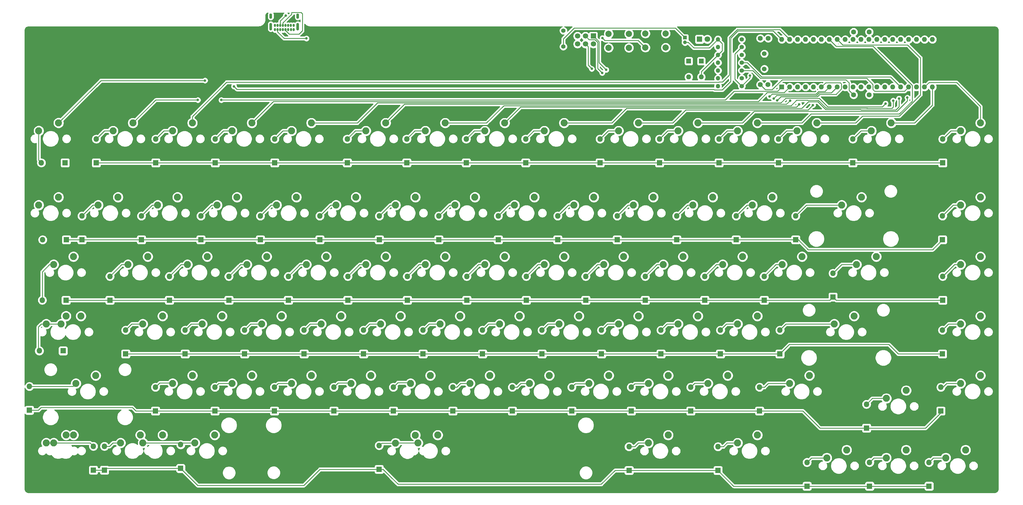
<source format=gbr>
%TF.GenerationSoftware,KiCad,Pcbnew,(5.1.7)-1*%
%TF.CreationDate,2020-10-01T02:14:01-04:00*%
%TF.ProjectId,LCK75,4c434b37-352e-46b6-9963-61645f706362,rev?*%
%TF.SameCoordinates,Original*%
%TF.FileFunction,Copper,L1,Top*%
%TF.FilePolarity,Positive*%
%FSLAX46Y46*%
G04 Gerber Fmt 4.6, Leading zero omitted, Abs format (unit mm)*
G04 Created by KiCad (PCBNEW (5.1.7)-1) date 2020-10-01 02:14:01*
%MOMM*%
%LPD*%
G01*
G04 APERTURE LIST*
%TA.AperFunction,ComponentPad*%
%ADD10C,2.250000*%
%TD*%
%TA.AperFunction,ComponentPad*%
%ADD11O,1.800000X1.800000*%
%TD*%
%TA.AperFunction,ComponentPad*%
%ADD12R,1.800000X1.800000*%
%TD*%
%TA.AperFunction,ComponentPad*%
%ADD13O,0.650000X1.000000*%
%TD*%
%TA.AperFunction,ComponentPad*%
%ADD14O,0.900000X2.400000*%
%TD*%
%TA.AperFunction,ComponentPad*%
%ADD15O,0.900000X1.700000*%
%TD*%
%TA.AperFunction,ComponentPad*%
%ADD16C,1.500000*%
%TD*%
%TA.AperFunction,ComponentPad*%
%ADD17R,1.600000X1.600000*%
%TD*%
%TA.AperFunction,ComponentPad*%
%ADD18O,1.600000X1.600000*%
%TD*%
%TA.AperFunction,ComponentPad*%
%ADD19C,2.000000*%
%TD*%
%TA.AperFunction,ComponentPad*%
%ADD20C,1.400000*%
%TD*%
%TA.AperFunction,ComponentPad*%
%ADD21O,1.400000X1.400000*%
%TD*%
%TA.AperFunction,ComponentPad*%
%ADD22C,1.800000*%
%TD*%
%TA.AperFunction,ComponentPad*%
%ADD23R,1.700000X1.700000*%
%TD*%
%TA.AperFunction,ComponentPad*%
%ADD24C,1.700000*%
%TD*%
%TA.AperFunction,ComponentPad*%
%ADD25C,1.600000*%
%TD*%
%TA.AperFunction,ComponentPad*%
%ADD26R,1.200000X1.200000*%
%TD*%
%TA.AperFunction,ComponentPad*%
%ADD27C,1.200000*%
%TD*%
%TA.AperFunction,ViaPad*%
%ADD28C,0.800000*%
%TD*%
%TA.AperFunction,Conductor*%
%ADD29C,0.250000*%
%TD*%
%TA.AperFunction,NonConductor*%
%ADD30C,0.254000*%
%TD*%
%TA.AperFunction,NonConductor*%
%ADD31C,0.100000*%
%TD*%
G04 APERTURE END LIST*
D10*
%TO.P,SW44,2*%
%TO.N,col13*%
X267017000Y-78079400D03*
%TO.P,SW44,1*%
%TO.N,Net-(D91-Pad2)*%
X260667000Y-80619400D03*
%TD*%
D11*
%TO.P,D85,2*%
%TO.N,Net-(D85-Pad2)*%
X236127800Y-101622100D03*
D12*
%TO.P,D85,1*%
%TO.N,row3*%
X236127800Y-109242100D03*
%TD*%
D11*
%TO.P,D91,2*%
%TO.N,Net-(D91-Pad2)*%
X253117600Y-83397600D03*
D12*
%TO.P,D91,1*%
%TO.N,row2*%
X253117600Y-91017600D03*
%TD*%
D11*
%TO.P,D53,2*%
%TO.N,Net-(D53-Pad2)*%
X159927800Y-101622100D03*
D12*
%TO.P,D53,1*%
%TO.N,row3*%
X159927800Y-109242100D03*
%TD*%
D11*
%TO.P,D51,2*%
%TO.N,Net-(D51-Pad2)*%
X121827800Y-101622100D03*
D12*
%TO.P,D51,1*%
%TO.N,row3*%
X121827800Y-109242100D03*
%TD*%
D11*
%TO.P,D50,2*%
%TO.N,Net-(D50-Pad2)*%
X102777800Y-101622100D03*
D12*
%TO.P,D50,1*%
%TO.N,row3*%
X102777800Y-109242100D03*
%TD*%
D10*
%TO.P,SW6,1*%
%TO.N,Net-(D6-Pad2)*%
X103492000Y-37782500D03*
%TO.P,SW6,2*%
%TO.N,col5*%
X109842000Y-35242500D03*
%TD*%
D11*
%TO.P,D82,2*%
%TO.N,Net-(D82-Pad2)*%
X283889200Y-143979900D03*
D12*
%TO.P,D82,1*%
%TO.N,row5*%
X283889200Y-151599900D03*
%TD*%
%TO.P,D81,1*%
%TO.N,row5*%
X264839200Y-151599900D03*
D11*
%TO.P,D81,2*%
%TO.N,Net-(D81-Pad2)*%
X264839200Y-143979900D03*
%TD*%
D12*
%TO.P,D80,1*%
%TO.N,row5*%
X244789200Y-151599900D03*
D11*
%TO.P,D80,2*%
%TO.N,Net-(D80-Pad2)*%
X244789200Y-143979900D03*
%TD*%
D12*
%TO.P,D79,1*%
%TO.N,row5*%
X216281000Y-146570700D03*
D11*
%TO.P,D79,2*%
%TO.N,Net-(D79-Pad2)*%
X216281000Y-138950700D03*
%TD*%
D12*
%TO.P,D78,1*%
%TO.N,row5*%
X187794900Y-146570700D03*
D11*
%TO.P,D78,2*%
%TO.N,Net-(D78-Pad2)*%
X187794900Y-138950700D03*
%TD*%
D12*
%TO.P,D77,1*%
%TO.N,row5*%
X107746800Y-146195800D03*
D11*
%TO.P,D77,2*%
%TO.N,Net-(D77-Pad2)*%
X107746800Y-138575800D03*
%TD*%
D12*
%TO.P,D76,1*%
%TO.N,row5*%
X44196000Y-145916400D03*
D11*
%TO.P,D76,2*%
%TO.N,Net-(D76-Pad2)*%
X44196000Y-138296400D03*
%TD*%
D12*
%TO.P,D75,1*%
%TO.N,row5*%
X19773900Y-146449800D03*
D11*
%TO.P,D75,2*%
%TO.N,Net-(D75-Pad2)*%
X19773900Y-138829800D03*
%TD*%
D12*
%TO.P,D74,1*%
%TO.N,row5*%
X16230600Y-146449800D03*
D11*
%TO.P,D74,2*%
%TO.N,Net-(D74-Pad2)*%
X16230600Y-138829800D03*
%TD*%
D12*
%TO.P,D73,1*%
%TO.N,row4*%
X263842500Y-132981700D03*
D11*
%TO.P,D73,2*%
%TO.N,Net-(D73-Pad2)*%
X263842500Y-125361700D03*
%TD*%
D12*
%TO.P,D72,1*%
%TO.N,row4*%
X287656100Y-127520700D03*
D11*
%TO.P,D72,2*%
%TO.N,Net-(D72-Pad2)*%
X287656100Y-119900700D03*
%TD*%
D12*
%TO.P,D71,1*%
%TO.N,row4*%
X229606100Y-127520700D03*
D11*
%TO.P,D71,2*%
%TO.N,Net-(D71-Pad2)*%
X229606100Y-119900700D03*
%TD*%
D12*
%TO.P,D70,1*%
%TO.N,row4*%
X207556100Y-127520700D03*
D11*
%TO.P,D70,2*%
%TO.N,Net-(D70-Pad2)*%
X207556100Y-119900700D03*
%TD*%
D12*
%TO.P,D69,1*%
%TO.N,row4*%
X188506100Y-127520700D03*
D11*
%TO.P,D69,2*%
%TO.N,Net-(D69-Pad2)*%
X188506100Y-119900700D03*
%TD*%
D12*
%TO.P,D68,1*%
%TO.N,row4*%
X169456100Y-127520700D03*
D11*
%TO.P,D68,2*%
%TO.N,Net-(D68-Pad2)*%
X169456100Y-119900700D03*
%TD*%
D12*
%TO.P,D67,1*%
%TO.N,row4*%
X150406100Y-127520700D03*
D11*
%TO.P,D67,2*%
%TO.N,Net-(D67-Pad2)*%
X150406100Y-119900700D03*
%TD*%
D12*
%TO.P,D66,1*%
%TO.N,row4*%
X131356100Y-127520700D03*
D11*
%TO.P,D66,2*%
%TO.N,Net-(D66-Pad2)*%
X131356100Y-119900700D03*
%TD*%
%TO.P,D65,2*%
%TO.N,Net-(D65-Pad2)*%
X112306100Y-119900700D03*
D12*
%TO.P,D65,1*%
%TO.N,row4*%
X112306100Y-127520700D03*
%TD*%
D11*
%TO.P,D64,2*%
%TO.N,Net-(D64-Pad2)*%
X93256100Y-119900700D03*
D12*
%TO.P,D64,1*%
%TO.N,row4*%
X93256100Y-127520700D03*
%TD*%
D11*
%TO.P,D63,2*%
%TO.N,Net-(D63-Pad2)*%
X74206100Y-119900700D03*
D12*
%TO.P,D63,1*%
%TO.N,row4*%
X74206100Y-127520700D03*
%TD*%
D11*
%TO.P,D62,2*%
%TO.N,Net-(D62-Pad2)*%
X55156100Y-119900700D03*
D12*
%TO.P,D62,1*%
%TO.N,row4*%
X55156100Y-127520700D03*
%TD*%
D11*
%TO.P,D61,2*%
%TO.N,Net-(D61-Pad2)*%
X36106100Y-119900700D03*
D12*
%TO.P,D61,1*%
%TO.N,row4*%
X36106100Y-127520700D03*
%TD*%
D11*
%TO.P,D59,2*%
%TO.N,Net-(D59-Pad2)*%
X-4267200Y-119659400D03*
D12*
%TO.P,D59,1*%
%TO.N,row4*%
X-4267200Y-127279400D03*
%TD*%
D11*
%TO.P,D58,2*%
%TO.N,Net-(D58-Pad2)*%
X288177800Y-101622100D03*
D12*
%TO.P,D58,1*%
%TO.N,row3*%
X288177800Y-109242100D03*
%TD*%
D11*
%TO.P,D56,2*%
%TO.N,Net-(D56-Pad2)*%
X217077800Y-101622100D03*
D12*
%TO.P,D56,1*%
%TO.N,row3*%
X217077800Y-109242100D03*
%TD*%
D11*
%TO.P,D55,2*%
%TO.N,Net-(D55-Pad2)*%
X198027800Y-101622100D03*
D12*
%TO.P,D55,1*%
%TO.N,row3*%
X198027800Y-109242100D03*
%TD*%
D11*
%TO.P,D54,2*%
%TO.N,Net-(D54-Pad2)*%
X178977800Y-101622100D03*
D12*
%TO.P,D54,1*%
%TO.N,row3*%
X178977800Y-109242100D03*
%TD*%
D11*
%TO.P,D52,2*%
%TO.N,Net-(D52-Pad2)*%
X140877800Y-101622100D03*
D12*
%TO.P,D52,1*%
%TO.N,row3*%
X140877800Y-109242100D03*
%TD*%
D11*
%TO.P,D49,2*%
%TO.N,Net-(D49-Pad2)*%
X83727800Y-101622100D03*
D12*
%TO.P,D49,1*%
%TO.N,row3*%
X83727800Y-109242100D03*
%TD*%
D11*
%TO.P,D48,2*%
%TO.N,Net-(D48-Pad2)*%
X64677800Y-101622100D03*
D12*
%TO.P,D48,1*%
%TO.N,row3*%
X64677800Y-109242100D03*
%TD*%
%TO.P,D47,1*%
%TO.N,row3*%
X45627800Y-109242100D03*
D11*
%TO.P,D47,2*%
%TO.N,Net-(D47-Pad2)*%
X45627800Y-101622100D03*
%TD*%
D12*
%TO.P,D46,1*%
%TO.N,row3*%
X26577800Y-109242100D03*
D11*
%TO.P,D46,2*%
%TO.N,Net-(D46-Pad2)*%
X26577800Y-101622100D03*
%TD*%
%TO.P,D45,2*%
%TO.N,Net-(D45-Pad2)*%
X-1092200Y-108242100D03*
D12*
%TO.P,D45,1*%
%TO.N,row3*%
X6527800Y-108242100D03*
%TD*%
D11*
%TO.P,D44,2*%
%TO.N,Net-(D44-Pad2)*%
X288267600Y-84397600D03*
D12*
%TO.P,D44,1*%
%TO.N,row2*%
X288267600Y-92017600D03*
%TD*%
D11*
%TO.P,D43,2*%
%TO.N,Net-(D43-Pad2)*%
X231067600Y-84397600D03*
D12*
%TO.P,D43,1*%
%TO.N,row2*%
X231067600Y-92017600D03*
%TD*%
D11*
%TO.P,D42,2*%
%TO.N,Net-(D42-Pad2)*%
X212017600Y-84397600D03*
D12*
%TO.P,D42,1*%
%TO.N,row2*%
X212017600Y-92017600D03*
%TD*%
D11*
%TO.P,D41,2*%
%TO.N,Net-(D41-Pad2)*%
X192967600Y-84397600D03*
D12*
%TO.P,D41,1*%
%TO.N,row2*%
X192967600Y-92017600D03*
%TD*%
D11*
%TO.P,D40,2*%
%TO.N,Net-(D40-Pad2)*%
X173917600Y-84397600D03*
D12*
%TO.P,D40,1*%
%TO.N,row2*%
X173917600Y-92017600D03*
%TD*%
D11*
%TO.P,D39,2*%
%TO.N,Net-(D39-Pad2)*%
X154867600Y-84397600D03*
D12*
%TO.P,D39,1*%
%TO.N,row2*%
X154867600Y-92017600D03*
%TD*%
D11*
%TO.P,D38,2*%
%TO.N,Net-(D38-Pad2)*%
X135817600Y-84397600D03*
D12*
%TO.P,D38,1*%
%TO.N,row2*%
X135817600Y-92017600D03*
%TD*%
D11*
%TO.P,D37,2*%
%TO.N,Net-(D37-Pad2)*%
X116767600Y-84397600D03*
D12*
%TO.P,D37,1*%
%TO.N,row2*%
X116767600Y-92017600D03*
%TD*%
D11*
%TO.P,D36,2*%
%TO.N,Net-(D36-Pad2)*%
X97717600Y-84397600D03*
D12*
%TO.P,D36,1*%
%TO.N,row2*%
X97717600Y-92017600D03*
%TD*%
D11*
%TO.P,D35,2*%
%TO.N,Net-(D35-Pad2)*%
X78667600Y-84397600D03*
D12*
%TO.P,D35,1*%
%TO.N,row2*%
X78667600Y-92017600D03*
%TD*%
D11*
%TO.P,D34,2*%
%TO.N,Net-(D34-Pad2)*%
X59617600Y-84397600D03*
D12*
%TO.P,D34,1*%
%TO.N,row2*%
X59617600Y-92017600D03*
%TD*%
D11*
%TO.P,D33,2*%
%TO.N,Net-(D33-Pad2)*%
X40567600Y-84397600D03*
D12*
%TO.P,D33,1*%
%TO.N,row2*%
X40567600Y-92017600D03*
%TD*%
D11*
%TO.P,D32,2*%
%TO.N,Net-(D32-Pad2)*%
X21517600Y-84397600D03*
D12*
%TO.P,D32,1*%
%TO.N,row2*%
X21517600Y-92017600D03*
%TD*%
D11*
%TO.P,D31,2*%
%TO.N,Net-(D31-Pad2)*%
X-152400Y-92017600D03*
D12*
%TO.P,D31,1*%
%TO.N,row2*%
X7467600Y-92017600D03*
%TD*%
%TO.P,D30,1*%
%TO.N,row1*%
X288197600Y-72656700D03*
D11*
%TO.P,D30,2*%
%TO.N,Net-(D30-Pad2)*%
X288197600Y-65036700D03*
%TD*%
D12*
%TO.P,D29,1*%
%TO.N,row1*%
X241147600Y-72656700D03*
D11*
%TO.P,D29,2*%
%TO.N,Net-(D29-Pad2)*%
X241147600Y-65036700D03*
%TD*%
%TO.P,D28,2*%
%TO.N,Net-(D28-Pad2)*%
X222097600Y-65036700D03*
D12*
%TO.P,D28,1*%
%TO.N,row1*%
X222097600Y-72656700D03*
%TD*%
D11*
%TO.P,D27,2*%
%TO.N,Net-(D27-Pad2)*%
X203047600Y-65036700D03*
D12*
%TO.P,D27,1*%
%TO.N,row1*%
X203047600Y-72656700D03*
%TD*%
D11*
%TO.P,D26,2*%
%TO.N,Net-(D26-Pad2)*%
X183997600Y-65036700D03*
D12*
%TO.P,D26,1*%
%TO.N,row1*%
X183997600Y-72656700D03*
%TD*%
%TO.P,D25,1*%
%TO.N,row1*%
X164947600Y-72656700D03*
D11*
%TO.P,D25,2*%
%TO.N,Net-(D25-Pad2)*%
X164947600Y-65036700D03*
%TD*%
%TO.P,D24,2*%
%TO.N,Net-(D24-Pad2)*%
X145897600Y-65036700D03*
D12*
%TO.P,D24,1*%
%TO.N,row1*%
X145897600Y-72656700D03*
%TD*%
D11*
%TO.P,D23,2*%
%TO.N,Net-(D23-Pad2)*%
X126847600Y-65036700D03*
D12*
%TO.P,D23,1*%
%TO.N,row1*%
X126847600Y-72656700D03*
%TD*%
D11*
%TO.P,D22,2*%
%TO.N,Net-(D22-Pad2)*%
X107797600Y-65036700D03*
D12*
%TO.P,D22,1*%
%TO.N,row1*%
X107797600Y-72656700D03*
%TD*%
D11*
%TO.P,D21,2*%
%TO.N,Net-(D21-Pad2)*%
X88747600Y-65036700D03*
D12*
%TO.P,D21,1*%
%TO.N,row1*%
X88747600Y-72656700D03*
%TD*%
D11*
%TO.P,D20,2*%
%TO.N,Net-(D20-Pad2)*%
X69697600Y-65036700D03*
D12*
%TO.P,D20,1*%
%TO.N,row1*%
X69697600Y-72656700D03*
%TD*%
D11*
%TO.P,D19,2*%
%TO.N,Net-(D19-Pad2)*%
X50647600Y-65036700D03*
D12*
%TO.P,D19,1*%
%TO.N,row1*%
X50647600Y-72656700D03*
%TD*%
D11*
%TO.P,D18,2*%
%TO.N,Net-(D18-Pad2)*%
X31597600Y-65036700D03*
D12*
%TO.P,D18,1*%
%TO.N,row1*%
X31597600Y-72656700D03*
%TD*%
D11*
%TO.P,D17,2*%
%TO.N,Net-(D17-Pad2)*%
X12547600Y-65036700D03*
D12*
%TO.P,D17,1*%
%TO.N,row1*%
X12547600Y-72656700D03*
%TD*%
D11*
%TO.P,D16,2*%
%TO.N,Net-(D16-Pad2)*%
X-22400Y-72656700D03*
D12*
%TO.P,D16,1*%
%TO.N,row1*%
X7597600Y-72656700D03*
%TD*%
D11*
%TO.P,D15,2*%
%TO.N,Net-(D15-Pad2)*%
X288277700Y-40386000D03*
D12*
%TO.P,D15,1*%
%TO.N,row0*%
X288277700Y-48006000D03*
%TD*%
D11*
%TO.P,D14,2*%
%TO.N,Net-(D14-Pad2)*%
X259465700Y-40386000D03*
D12*
%TO.P,D14,1*%
%TO.N,row0*%
X259465700Y-48006000D03*
%TD*%
D11*
%TO.P,D13,2*%
%TO.N,Net-(D13-Pad2)*%
X235653700Y-40386000D03*
D12*
%TO.P,D13,1*%
%TO.N,row0*%
X235653700Y-48006000D03*
%TD*%
D11*
%TO.P,D12,2*%
%TO.N,Net-(D12-Pad2)*%
X216603700Y-40386000D03*
D12*
%TO.P,D12,1*%
%TO.N,row0*%
X216603700Y-48006000D03*
%TD*%
D11*
%TO.P,D11,2*%
%TO.N,Net-(D11-Pad2)*%
X197553700Y-40386000D03*
D12*
%TO.P,D11,1*%
%TO.N,row0*%
X197553700Y-48006000D03*
%TD*%
D11*
%TO.P,D10,2*%
%TO.N,Net-(D10-Pad2)*%
X178503700Y-40386000D03*
D12*
%TO.P,D10,1*%
%TO.N,row0*%
X178503700Y-48006000D03*
%TD*%
D11*
%TO.P,D9,2*%
%TO.N,Net-(D9-Pad2)*%
X154691700Y-40386000D03*
D12*
%TO.P,D9,1*%
%TO.N,row0*%
X154691700Y-48006000D03*
%TD*%
D11*
%TO.P,D8,2*%
%TO.N,Net-(D8-Pad2)*%
X135641700Y-40386000D03*
D12*
%TO.P,D8,1*%
%TO.N,row0*%
X135641700Y-48006000D03*
%TD*%
D11*
%TO.P,D7,2*%
%TO.N,Net-(D7-Pad2)*%
X116591700Y-40386000D03*
D12*
%TO.P,D7,1*%
%TO.N,row0*%
X116591700Y-48006000D03*
%TD*%
D11*
%TO.P,D6,2*%
%TO.N,Net-(D6-Pad2)*%
X97541700Y-40386000D03*
D12*
%TO.P,D6,1*%
%TO.N,row0*%
X97541700Y-48006000D03*
%TD*%
D11*
%TO.P,D5,2*%
%TO.N,Net-(D5-Pad2)*%
X74323700Y-40386000D03*
D12*
%TO.P,D5,1*%
%TO.N,row0*%
X74323700Y-48006000D03*
%TD*%
D11*
%TO.P,D4,2*%
%TO.N,Net-(D4-Pad2)*%
X55273700Y-40386000D03*
D12*
%TO.P,D4,1*%
%TO.N,row0*%
X55273700Y-48006000D03*
%TD*%
D11*
%TO.P,D3,2*%
%TO.N,Net-(D3-Pad2)*%
X36223700Y-40386000D03*
D12*
%TO.P,D3,1*%
%TO.N,row0*%
X36223700Y-48006000D03*
%TD*%
D11*
%TO.P,D2,2*%
%TO.N,Net-(D2-Pad2)*%
X17173700Y-40386000D03*
D12*
%TO.P,D2,1*%
%TO.N,row0*%
X17173700Y-48006000D03*
%TD*%
D11*
%TO.P,D1,2*%
%TO.N,Net-(D1-Pad2)*%
X-446300Y-48006000D03*
D12*
%TO.P,D1,1*%
%TO.N,row0*%
X7173700Y-48006000D03*
%TD*%
D10*
%TO.P,SW83,1*%
%TO.N,Net-(D79-Pad2)*%
X222561000Y-137782000D03*
%TO.P,SW83,2*%
%TO.N,col11*%
X228911000Y-135242000D03*
%TD*%
%TO.P,SW26,2*%
%TO.N,col10*%
X195580000Y-59029400D03*
%TO.P,SW26,1*%
%TO.N,Net-(D26-Pad2)*%
X189230000Y-61569400D03*
%TD*%
%TO.P,SW15,1*%
%TO.N,Net-(D15-Pad2)*%
X294000000Y-37782500D03*
%TO.P,SW15,2*%
%TO.N,col14*%
X300350000Y-35242500D03*
%TD*%
D13*
%TO.P,USB1,A5*%
%TO.N,Net-(R2-Pad2)*%
X78655200Y-5338200D03*
%TO.P,USB1,A1*%
%TO.N,GND*%
X80355200Y-5338200D03*
%TO.P,USB1,A4*%
%TO.N,VCC*%
X79505200Y-5338200D03*
%TO.P,USB1,A6*%
%TO.N,Net-(D84-Pad1)*%
X77805200Y-5338200D03*
%TO.P,USB1,A7*%
%TO.N,Net-(D83-Pad1)*%
X76955200Y-5338200D03*
%TO.P,USB1,A8*%
%TO.N,Net-(USB1-PadA8)*%
X76105200Y-5338200D03*
%TO.P,USB1,A9*%
%TO.N,VCC*%
X75255200Y-5338200D03*
%TO.P,USB1,A12*%
%TO.N,Net-(USB1-PadA12)*%
X74405200Y-5338200D03*
%TO.P,USB1,B12*%
%TO.N,GND*%
X80355200Y-4013200D03*
%TO.P,USB1,B9*%
%TO.N,VCC*%
X79500200Y-4013200D03*
%TO.P,USB1,B8*%
%TO.N,Net-(USB1-PadB8)*%
X78650200Y-4013200D03*
%TO.P,USB1,B7*%
%TO.N,Net-(D83-Pad1)*%
X77800200Y-4013200D03*
%TO.P,USB1,B6*%
%TO.N,Net-(D84-Pad1)*%
X76950200Y-4013200D03*
%TO.P,USB1,B5*%
%TO.N,Net-(R5-Pad1)*%
X76100200Y-4013200D03*
%TO.P,USB1,B4*%
%TO.N,VCC*%
X75250200Y-4013200D03*
%TO.P,USB1,B1*%
%TO.N,GND*%
X74400200Y-4013200D03*
D14*
%TO.P,USB1,S1*%
X81705200Y-4358200D03*
X73055200Y-4358200D03*
D15*
X81705200Y-978200D03*
X73055200Y-978200D03*
%TD*%
D10*
%TO.P,SW63,1*%
%TO.N,Net-(D59-Pad2)*%
X10636000Y-118719000D03*
%TO.P,SW63,2*%
%TO.N,col0*%
X16986000Y-116179000D03*
%TD*%
%TO.P,SW60,1*%
%TO.N,Net-(D85-Pad2)*%
X253524000Y-99669000D03*
%TO.P,SW60,2*%
%TO.N,col13*%
X259874000Y-97129000D03*
%TD*%
%TO.P,SW31,1*%
%TO.N,Net-(D31-Pad2)*%
X3492500Y-80619400D03*
%TO.P,SW31,2*%
%TO.N,col0*%
X9842500Y-78079400D03*
%TD*%
%TO.P,SW82,1*%
%TO.N,Net-(D78-Pad2)*%
X193986000Y-137782000D03*
%TO.P,SW82,2*%
%TO.N,col10*%
X200336000Y-135242000D03*
%TD*%
%TO.P,SW88,1*%
%TO.N,Net-(D74-Pad2)*%
X3508500Y-137760000D03*
%TO.P,SW88,2*%
%TO.N,col0*%
X9858500Y-135220000D03*
%TD*%
%TO.P,SW89,1*%
%TO.N,Net-(D76-Pad2)*%
X32083400Y-137760000D03*
%TO.P,SW89,2*%
%TO.N,col2*%
X38433400Y-135220000D03*
%TD*%
%TO.P,SW61,1*%
%TO.N,Net-(D58-Pad2)*%
X294005000Y-99669000D03*
%TO.P,SW61,2*%
%TO.N,col14*%
X300355000Y-97129000D03*
%TD*%
D16*
%TO.P,Y1,1*%
%TO.N,Net-(C1-Pad1)*%
X231127300Y-13036800D03*
%TO.P,Y1,2*%
%TO.N,Net-(C2-Pad1)*%
X231127300Y-17916800D03*
%TD*%
D17*
%TO.P,U1,1*%
%TO.N,col1*%
X236728000Y-23736300D03*
D18*
%TO.P,U1,21*%
%TO.N,Net-(U1-Pad21)*%
X284988000Y-8496300D03*
%TO.P,U1,2*%
%TO.N,col3*%
X239268000Y-23736300D03*
%TO.P,U1,22*%
%TO.N,Net-(U1-Pad22)*%
X282448000Y-8496300D03*
%TO.P,U1,3*%
%TO.N,col5*%
X241808000Y-23736300D03*
%TO.P,U1,23*%
%TO.N,Net-(U1-Pad23)*%
X279908000Y-8496300D03*
%TO.P,U1,4*%
%TO.N,col7*%
X244348000Y-23736300D03*
%TO.P,U1,24*%
%TO.N,row0*%
X277368000Y-8496300D03*
%TO.P,U1,5*%
%TO.N,col9*%
X246888000Y-23736300D03*
%TO.P,U1,25*%
%TO.N,row1*%
X274828000Y-8496300D03*
%TO.P,U1,6*%
%TO.N,MOSI*%
X249428000Y-23736300D03*
%TO.P,U1,26*%
%TO.N,row3*%
X272288000Y-8496300D03*
%TO.P,U1,7*%
%TO.N,MISO*%
X251968000Y-23736300D03*
%TO.P,U1,27*%
%TO.N,row5*%
X269748000Y-8496300D03*
%TO.P,U1,8*%
%TO.N,SCK*%
X254508000Y-23736300D03*
%TO.P,U1,28*%
%TO.N,row4*%
X267208000Y-8496300D03*
%TO.P,U1,9*%
%TO.N,reset*%
X257048000Y-23736300D03*
%TO.P,U1,29*%
%TO.N,row2*%
X264668000Y-8496300D03*
%TO.P,U1,10*%
%TO.N,+5V*%
X259588000Y-23736300D03*
%TO.P,U1,30*%
X262128000Y-8496300D03*
%TO.P,U1,11*%
%TO.N,GND*%
X262128000Y-23736300D03*
%TO.P,U1,31*%
X259588000Y-8496300D03*
%TO.P,U1,12*%
%TO.N,Net-(C2-Pad1)*%
X264668000Y-23736300D03*
%TO.P,U1,32*%
%TO.N,Net-(U1-Pad32)*%
X257048000Y-8496300D03*
%TO.P,U1,13*%
%TO.N,Net-(C1-Pad1)*%
X267208000Y-23736300D03*
%TO.P,U1,33*%
%TO.N,col12*%
X254508000Y-8496300D03*
%TO.P,U1,14*%
%TO.N,Net-(U1-Pad14)*%
X269748000Y-23736300D03*
%TO.P,U1,34*%
%TO.N,col11*%
X251968000Y-8496300D03*
%TO.P,U1,15*%
%TO.N,Net-(U1-Pad15)*%
X272288000Y-23736300D03*
%TO.P,U1,35*%
%TO.N,col10*%
X249428000Y-8496300D03*
%TO.P,U1,16*%
%TO.N,D+*%
X274828000Y-23736300D03*
%TO.P,U1,36*%
%TO.N,col8*%
X246888000Y-8496300D03*
%TO.P,U1,17*%
%TO.N,D-*%
X277368000Y-23736300D03*
%TO.P,U1,37*%
%TO.N,col6*%
X244348000Y-8496300D03*
%TO.P,U1,18*%
%TO.N,boot*%
X279908000Y-23736300D03*
%TO.P,U1,38*%
%TO.N,col4*%
X241808000Y-8496300D03*
%TO.P,U1,19*%
%TO.N,col14*%
X282448000Y-23736300D03*
%TO.P,U1,39*%
%TO.N,col2*%
X239268000Y-8496300D03*
%TO.P,U1,20*%
%TO.N,col13*%
X284988000Y-23736300D03*
%TO.P,U1,40*%
%TO.N,col0*%
X236728000Y-8496300D03*
%TD*%
D19*
%TO.P,SW91,1*%
%TO.N,GND*%
X199533400Y-6578600D03*
%TO.P,SW91,2*%
%TO.N,reset*%
X199533400Y-11078600D03*
%TO.P,SW91,1*%
%TO.N,GND*%
X193033400Y-6578600D03*
%TO.P,SW91,2*%
%TO.N,reset*%
X193033400Y-11078600D03*
%TD*%
D10*
%TO.P,SW90,1*%
%TO.N,Net-(D77-Pad2)*%
X120167000Y-137782000D03*
%TO.P,SW90,2*%
%TO.N,col6*%
X126517000Y-135242000D03*
%TD*%
D19*
%TO.P,SW87,1*%
%TO.N,GND*%
X187760500Y-6654800D03*
%TO.P,SW87,2*%
%TO.N,boot*%
X187760500Y-11154800D03*
%TO.P,SW87,1*%
%TO.N,GND*%
X181260500Y-6654800D03*
%TO.P,SW87,2*%
%TO.N,boot*%
X181260500Y-11154800D03*
%TD*%
D10*
%TO.P,SW86,2*%
%TO.N,col14*%
X295586000Y-140005000D03*
%TO.P,SW86,1*%
%TO.N,Net-(D82-Pad2)*%
X289236000Y-142545000D03*
%TD*%
%TO.P,SW85,1*%
%TO.N,Net-(D81-Pad2)*%
X270186000Y-142545000D03*
%TO.P,SW85,2*%
%TO.N,col13*%
X276536000Y-140005000D03*
%TD*%
%TO.P,SW84,1*%
%TO.N,Net-(D80-Pad2)*%
X251136000Y-142545000D03*
%TO.P,SW84,2*%
%TO.N,col12*%
X257486000Y-140005000D03*
%TD*%
%TO.P,SW81,1*%
%TO.N,Net-(D77-Pad2)*%
X113017000Y-137795000D03*
%TO.P,SW81,2*%
%TO.N,col6*%
X119367000Y-135255000D03*
%TD*%
%TO.P,SW80,1*%
%TO.N,Net-(D76-Pad2)*%
X48749500Y-137760000D03*
%TO.P,SW80,2*%
%TO.N,col2*%
X55099500Y-135220000D03*
%TD*%
%TO.P,SW79,1*%
%TO.N,Net-(D75-Pad2)*%
X24938400Y-137760000D03*
%TO.P,SW79,2*%
%TO.N,col1*%
X31288400Y-135220000D03*
%TD*%
%TO.P,SW78,1*%
%TO.N,Net-(D74-Pad2)*%
X1127300Y-137760000D03*
%TO.P,SW78,2*%
%TO.N,col0*%
X7477300Y-135220000D03*
%TD*%
%TO.P,SW77,1*%
%TO.N,Net-(D73-Pad2)*%
X270193000Y-123482000D03*
%TO.P,SW77,2*%
%TO.N,col13*%
X276543000Y-120942000D03*
%TD*%
%TO.P,SW76,1*%
%TO.N,Net-(D72-Pad2)*%
X294006000Y-118719000D03*
%TO.P,SW76,2*%
%TO.N,col14*%
X300356000Y-116179000D03*
%TD*%
%TO.P,SW75,1*%
%TO.N,Net-(D71-Pad2)*%
X239237000Y-118719000D03*
%TO.P,SW75,2*%
%TO.N,col12*%
X245587000Y-116179000D03*
%TD*%
%TO.P,SW74,1*%
%TO.N,Net-(D70-Pad2)*%
X213043000Y-118719000D03*
%TO.P,SW74,2*%
%TO.N,col11*%
X219393000Y-116179000D03*
%TD*%
%TO.P,SW73,1*%
%TO.N,Net-(D69-Pad2)*%
X193993000Y-118719000D03*
%TO.P,SW73,2*%
%TO.N,col10*%
X200343000Y-116179000D03*
%TD*%
%TO.P,SW72,1*%
%TO.N,Net-(D68-Pad2)*%
X174943000Y-118719000D03*
%TO.P,SW72,2*%
%TO.N,col9*%
X181293000Y-116179000D03*
%TD*%
%TO.P,SW71,1*%
%TO.N,Net-(D67-Pad2)*%
X155893000Y-118719000D03*
%TO.P,SW71,2*%
%TO.N,col8*%
X162243000Y-116179000D03*
%TD*%
%TO.P,SW70,2*%
%TO.N,col7*%
X143193000Y-116179000D03*
%TO.P,SW70,1*%
%TO.N,Net-(D66-Pad2)*%
X136843000Y-118719000D03*
%TD*%
%TO.P,SW69,2*%
%TO.N,col6*%
X124143000Y-116179000D03*
%TO.P,SW69,1*%
%TO.N,Net-(D65-Pad2)*%
X117793000Y-118719000D03*
%TD*%
%TO.P,SW68,1*%
%TO.N,Net-(D64-Pad2)*%
X98743000Y-118719000D03*
%TO.P,SW68,2*%
%TO.N,col5*%
X105093000Y-116179000D03*
%TD*%
%TO.P,SW67,1*%
%TO.N,Net-(D63-Pad2)*%
X79692600Y-118719000D03*
%TO.P,SW67,2*%
%TO.N,col4*%
X86042600Y-116179000D03*
%TD*%
%TO.P,SW66,1*%
%TO.N,Net-(D62-Pad2)*%
X60642600Y-118719000D03*
%TO.P,SW66,2*%
%TO.N,col3*%
X66992600Y-116179000D03*
%TD*%
%TO.P,SW65,1*%
%TO.N,Net-(D61-Pad2)*%
X41592600Y-118719000D03*
%TO.P,SW65,2*%
%TO.N,col2*%
X47942600Y-116179000D03*
%TD*%
%TO.P,SW58,1*%
%TO.N,Net-(D56-Pad2)*%
X222568000Y-99669000D03*
%TO.P,SW58,2*%
%TO.N,col11*%
X228918000Y-97129000D03*
%TD*%
%TO.P,SW57,1*%
%TO.N,Net-(D55-Pad2)*%
X203518000Y-99669000D03*
%TO.P,SW57,2*%
%TO.N,col10*%
X209868000Y-97129000D03*
%TD*%
%TO.P,SW56,1*%
%TO.N,Net-(D54-Pad2)*%
X184468000Y-99669000D03*
%TO.P,SW56,2*%
%TO.N,col9*%
X190818000Y-97129000D03*
%TD*%
%TO.P,SW55,1*%
%TO.N,Net-(D53-Pad2)*%
X165418000Y-99669000D03*
%TO.P,SW55,2*%
%TO.N,col8*%
X171768000Y-97129000D03*
%TD*%
%TO.P,SW54,1*%
%TO.N,Net-(D52-Pad2)*%
X146368000Y-99669000D03*
%TO.P,SW54,2*%
%TO.N,col7*%
X152718000Y-97129000D03*
%TD*%
%TO.P,SW53,1*%
%TO.N,Net-(D51-Pad2)*%
X127318000Y-99669000D03*
%TO.P,SW53,2*%
%TO.N,col6*%
X133668000Y-97129000D03*
%TD*%
%TO.P,SW52,1*%
%TO.N,Net-(D50-Pad2)*%
X108268000Y-99669000D03*
%TO.P,SW52,2*%
%TO.N,col5*%
X114618000Y-97129000D03*
%TD*%
%TO.P,SW51,1*%
%TO.N,Net-(D49-Pad2)*%
X89217600Y-99669000D03*
%TO.P,SW51,2*%
%TO.N,col4*%
X95567600Y-97129000D03*
%TD*%
%TO.P,SW50,1*%
%TO.N,Net-(D48-Pad2)*%
X70167600Y-99669000D03*
%TO.P,SW50,2*%
%TO.N,col3*%
X76517600Y-97129000D03*
%TD*%
%TO.P,SW49,1*%
%TO.N,Net-(D47-Pad2)*%
X51117600Y-99669000D03*
%TO.P,SW49,2*%
%TO.N,col2*%
X57467600Y-97129000D03*
%TD*%
%TO.P,SW48,1*%
%TO.N,Net-(D46-Pad2)*%
X32067600Y-99669000D03*
%TO.P,SW48,2*%
%TO.N,col1*%
X38417600Y-97129000D03*
%TD*%
%TO.P,SW47,1*%
%TO.N,Net-(D45-Pad2)*%
X5873700Y-99669000D03*
%TO.P,SW47,2*%
%TO.N,col0*%
X12223700Y-97129000D03*
%TD*%
%TO.P,SW46,1*%
%TO.N,Net-(D45-Pad2)*%
X1111300Y-99669000D03*
%TO.P,SW46,2*%
%TO.N,col0*%
X7461300Y-97129000D03*
%TD*%
%TO.P,SW45,1*%
%TO.N,Net-(D44-Pad2)*%
X294005000Y-80619400D03*
%TO.P,SW45,2*%
%TO.N,col14*%
X300355000Y-78079400D03*
%TD*%
%TO.P,SW43,1*%
%TO.N,Net-(D43-Pad2)*%
X236855000Y-80619400D03*
%TO.P,SW43,2*%
%TO.N,col12*%
X243205000Y-78079400D03*
%TD*%
%TO.P,SW42,1*%
%TO.N,Net-(D42-Pad2)*%
X217805000Y-80619400D03*
%TO.P,SW42,2*%
%TO.N,col11*%
X224155000Y-78079400D03*
%TD*%
%TO.P,SW41,1*%
%TO.N,Net-(D41-Pad2)*%
X198755000Y-80619400D03*
%TO.P,SW41,2*%
%TO.N,col10*%
X205105000Y-78079400D03*
%TD*%
%TO.P,SW40,1*%
%TO.N,Net-(D40-Pad2)*%
X179705000Y-80619400D03*
%TO.P,SW40,2*%
%TO.N,col9*%
X186055000Y-78079400D03*
%TD*%
%TO.P,SW39,1*%
%TO.N,Net-(D39-Pad2)*%
X160655000Y-80619400D03*
%TO.P,SW39,2*%
%TO.N,col8*%
X167005000Y-78079400D03*
%TD*%
%TO.P,SW38,1*%
%TO.N,Net-(D38-Pad2)*%
X141605000Y-80619400D03*
%TO.P,SW38,2*%
%TO.N,col7*%
X147955000Y-78079400D03*
%TD*%
%TO.P,SW37,1*%
%TO.N,Net-(D37-Pad2)*%
X122555000Y-80619400D03*
%TO.P,SW37,2*%
%TO.N,col6*%
X128905000Y-78079400D03*
%TD*%
%TO.P,SW36,1*%
%TO.N,Net-(D36-Pad2)*%
X103505000Y-80619400D03*
%TO.P,SW36,2*%
%TO.N,col5*%
X109855000Y-78079400D03*
%TD*%
%TO.P,SW35,1*%
%TO.N,Net-(D35-Pad2)*%
X84455000Y-80619400D03*
%TO.P,SW35,2*%
%TO.N,col4*%
X90805000Y-78079400D03*
%TD*%
%TO.P,SW34,1*%
%TO.N,Net-(D34-Pad2)*%
X65405000Y-80619400D03*
%TO.P,SW34,2*%
%TO.N,col3*%
X71755000Y-78079400D03*
%TD*%
%TO.P,SW33,1*%
%TO.N,Net-(D33-Pad2)*%
X46355000Y-80619400D03*
%TO.P,SW33,2*%
%TO.N,col2*%
X52705000Y-78079400D03*
%TD*%
%TO.P,SW32,1*%
%TO.N,Net-(D32-Pad2)*%
X27305000Y-80619400D03*
%TO.P,SW32,2*%
%TO.N,col1*%
X33655000Y-78079400D03*
%TD*%
%TO.P,SW30,1*%
%TO.N,Net-(D30-Pad2)*%
X294005000Y-61569400D03*
%TO.P,SW30,2*%
%TO.N,col14*%
X300355000Y-59029400D03*
%TD*%
%TO.P,SW29,1*%
%TO.N,Net-(D29-Pad2)*%
X255905000Y-61569400D03*
%TO.P,SW29,2*%
%TO.N,col13*%
X262255000Y-59029400D03*
%TD*%
%TO.P,SW28,1*%
%TO.N,Net-(D28-Pad2)*%
X227330000Y-61569400D03*
%TO.P,SW28,2*%
%TO.N,col12*%
X233680000Y-59029400D03*
%TD*%
%TO.P,SW27,1*%
%TO.N,Net-(D27-Pad2)*%
X208280000Y-61569400D03*
%TO.P,SW27,2*%
%TO.N,col11*%
X214630000Y-59029400D03*
%TD*%
%TO.P,SW25,1*%
%TO.N,Net-(D25-Pad2)*%
X170180000Y-61569400D03*
%TO.P,SW25,2*%
%TO.N,col9*%
X176530000Y-59029400D03*
%TD*%
%TO.P,SW24,1*%
%TO.N,Net-(D24-Pad2)*%
X151130000Y-61569400D03*
%TO.P,SW24,2*%
%TO.N,col8*%
X157480000Y-59029400D03*
%TD*%
%TO.P,SW23,1*%
%TO.N,Net-(D23-Pad2)*%
X132080000Y-61569400D03*
%TO.P,SW23,2*%
%TO.N,col7*%
X138430000Y-59029400D03*
%TD*%
%TO.P,SW22,1*%
%TO.N,Net-(D22-Pad2)*%
X113030000Y-61569400D03*
%TO.P,SW22,2*%
%TO.N,col6*%
X119380000Y-59029400D03*
%TD*%
%TO.P,SW21,1*%
%TO.N,Net-(D21-Pad2)*%
X93980000Y-61569400D03*
%TO.P,SW21,2*%
%TO.N,col5*%
X100330000Y-59029400D03*
%TD*%
%TO.P,SW20,1*%
%TO.N,Net-(D20-Pad2)*%
X74930000Y-61569400D03*
%TO.P,SW20,2*%
%TO.N,col4*%
X81280000Y-59029400D03*
%TD*%
%TO.P,SW19,1*%
%TO.N,Net-(D19-Pad2)*%
X55880000Y-61569400D03*
%TO.P,SW19,2*%
%TO.N,col3*%
X62230000Y-59029400D03*
%TD*%
%TO.P,SW18,1*%
%TO.N,Net-(D18-Pad2)*%
X36830000Y-61569400D03*
%TO.P,SW18,2*%
%TO.N,col2*%
X43180000Y-59029400D03*
%TD*%
%TO.P,SW17,1*%
%TO.N,Net-(D17-Pad2)*%
X17780000Y-61569400D03*
%TO.P,SW17,2*%
%TO.N,col1*%
X24130000Y-59029400D03*
%TD*%
%TO.P,SW16,1*%
%TO.N,Net-(D16-Pad2)*%
X-1270000Y-61569400D03*
%TO.P,SW16,2*%
%TO.N,col0*%
X5080000Y-59029400D03*
%TD*%
%TO.P,SW14,1*%
%TO.N,Net-(D14-Pad2)*%
X265425000Y-37782500D03*
%TO.P,SW14,2*%
%TO.N,col13*%
X271775000Y-35242500D03*
%TD*%
%TO.P,SW13,1*%
%TO.N,Net-(D13-Pad2)*%
X241604000Y-37782500D03*
%TO.P,SW13,2*%
%TO.N,col12*%
X247954000Y-35242500D03*
%TD*%
%TO.P,SW12,1*%
%TO.N,Net-(D12-Pad2)*%
X222554000Y-37782500D03*
%TO.P,SW12,2*%
%TO.N,col11*%
X228904000Y-35242500D03*
%TD*%
%TO.P,SW11,1*%
%TO.N,Net-(D11-Pad2)*%
X203504000Y-37782500D03*
%TO.P,SW11,2*%
%TO.N,col10*%
X209854000Y-35242500D03*
%TD*%
%TO.P,SW10,1*%
%TO.N,Net-(D10-Pad2)*%
X184454000Y-37782500D03*
%TO.P,SW10,2*%
%TO.N,col9*%
X190804000Y-35242500D03*
%TD*%
%TO.P,SW9,1*%
%TO.N,Net-(D9-Pad2)*%
X160642000Y-37782500D03*
%TO.P,SW9,2*%
%TO.N,col8*%
X166992000Y-35242500D03*
%TD*%
%TO.P,SW8,1*%
%TO.N,Net-(D8-Pad2)*%
X141592000Y-37782500D03*
%TO.P,SW8,2*%
%TO.N,col7*%
X147942000Y-35242500D03*
%TD*%
%TO.P,SW7,1*%
%TO.N,Net-(D7-Pad2)*%
X122542000Y-37782500D03*
%TO.P,SW7,2*%
%TO.N,col6*%
X128892000Y-35242500D03*
%TD*%
%TO.P,SW5,1*%
%TO.N,Net-(D5-Pad2)*%
X79679800Y-37782500D03*
%TO.P,SW5,2*%
%TO.N,col4*%
X86029800Y-35242500D03*
%TD*%
%TO.P,SW4,1*%
%TO.N,Net-(D4-Pad2)*%
X60629800Y-37782500D03*
%TO.P,SW4,2*%
%TO.N,col3*%
X66979800Y-35242500D03*
%TD*%
%TO.P,SW3,1*%
%TO.N,Net-(D3-Pad2)*%
X41579800Y-37782500D03*
%TO.P,SW3,2*%
%TO.N,col2*%
X47929800Y-35242500D03*
%TD*%
%TO.P,SW2,1*%
%TO.N,Net-(D2-Pad2)*%
X22529800Y-37782500D03*
%TO.P,SW2,2*%
%TO.N,col1*%
X28879800Y-35242500D03*
%TD*%
%TO.P,SW1,2*%
%TO.N,col0*%
X5080000Y-35217100D03*
%TO.P,SW1,1*%
%TO.N,Net-(D1-Pad2)*%
X-1270000Y-37757100D03*
%TD*%
D20*
%TO.P,R7,1*%
%TO.N,Net-(LED1-Pad1)*%
X223888300Y-8432500D03*
D21*
%TO.P,R7,2*%
%TO.N,GND*%
X216268300Y-8432500D03*
%TD*%
D20*
%TO.P,R6,1*%
%TO.N,+5V*%
X223888300Y-10932500D03*
D21*
%TO.P,R6,2*%
%TO.N,reset*%
X216268300Y-10932500D03*
%TD*%
D20*
%TO.P,R5,1*%
%TO.N,Net-(R5-Pad1)*%
X223888300Y-13432500D03*
D21*
%TO.P,R5,2*%
%TO.N,GND*%
X216268300Y-13432500D03*
%TD*%
D20*
%TO.P,R4,1*%
%TO.N,D+*%
X223888300Y-15932500D03*
D21*
%TO.P,R4,2*%
%TO.N,Net-(D84-Pad1)*%
X216268300Y-15932500D03*
%TD*%
D20*
%TO.P,R3,1*%
%TO.N,D-*%
X223888300Y-18432500D03*
D21*
%TO.P,R3,2*%
%TO.N,Net-(D83-Pad1)*%
X216268300Y-18432500D03*
%TD*%
D20*
%TO.P,R2,1*%
%TO.N,GND*%
X223888300Y-20932500D03*
D21*
%TO.P,R2,2*%
%TO.N,Net-(R2-Pad2)*%
X216268300Y-20932500D03*
%TD*%
D20*
%TO.P,R1,1*%
%TO.N,+5V*%
X223888300Y-23432500D03*
D21*
%TO.P,R1,2*%
%TO.N,Net-(D83-Pad1)*%
X216268300Y-23432500D03*
%TD*%
D22*
%TO.P,LED1,2*%
%TO.N,+5V*%
X212890100Y-8420100D03*
D12*
%TO.P,LED1,1*%
%TO.N,Net-(LED1-Pad1)*%
X210350100Y-8420100D03*
%TD*%
D23*
%TO.P,J1,1*%
%TO.N,MISO*%
X176364900Y-7391400D03*
D24*
%TO.P,J1,2*%
%TO.N,+5V*%
X176364900Y-9931400D03*
%TO.P,J1,3*%
%TO.N,SCK*%
X173824900Y-7391400D03*
%TO.P,J1,4*%
%TO.N,MOSI*%
X173824900Y-9931400D03*
%TO.P,J1,5*%
%TO.N,reset*%
X171284900Y-7391400D03*
%TO.P,J1,6*%
%TO.N,GND*%
X171284900Y-9931400D03*
%TD*%
D20*
%TO.P,F1,2*%
%TO.N,VCC*%
X166738300Y-5654200D03*
%TO.P,F1,1*%
%TO.N,+5V*%
X166738300Y-10754200D03*
%TD*%
D18*
%TO.P,D84,2*%
%TO.N,GND*%
X210918300Y-20510500D03*
D17*
%TO.P,D84,1*%
%TO.N,Net-(D84-Pad1)*%
X210918300Y-15430500D03*
%TD*%
D18*
%TO.P,D83,2*%
%TO.N,GND*%
X206918300Y-20510500D03*
D17*
%TO.P,D83,1*%
%TO.N,Net-(D83-Pad1)*%
X206918300Y-15430500D03*
%TD*%
D25*
%TO.P,C5,2*%
%TO.N,GND*%
X259718800Y-26235700D03*
%TO.P,C5,1*%
%TO.N,+5V*%
X264718800Y-26235700D03*
%TD*%
%TO.P,C4,2*%
%TO.N,GND*%
X259744200Y-6073900D03*
%TO.P,C4,1*%
%TO.N,+5V*%
X264744200Y-6073900D03*
%TD*%
D26*
%TO.P,C3,1*%
%TO.N,+5V*%
X205727300Y-7899400D03*
D27*
%TO.P,C3,2*%
%TO.N,GND*%
X205727300Y-9399400D03*
%TD*%
D25*
%TO.P,C2,2*%
%TO.N,GND*%
X229819200Y-22968200D03*
%TO.P,C2,1*%
%TO.N,Net-(C2-Pad1)*%
X232319200Y-22968200D03*
%TD*%
%TO.P,C1,2*%
%TO.N,GND*%
X229857300Y-8134600D03*
%TO.P,C1,1*%
%TO.N,Net-(C1-Pad1)*%
X232357300Y-8134600D03*
%TD*%
D28*
%TO.N,+5V*%
X226542600Y-20104100D03*
%TO.N,VCC*%
X84480400Y-8153400D03*
%TO.N,MISO*%
X232810050Y-26765250D03*
X180479700Y-18186400D03*
%TO.N,SCK*%
X234111800Y-27406600D03*
X179197000Y-19189700D03*
%TO.N,MOSI*%
X235216700Y-28041600D03*
X175869600Y-17894300D03*
%TO.N,reset*%
X179285900Y-8027398D03*
%TO.N,Net-(R5-Pad1)*%
X77851000Y-812800D03*
%TO.N,col0*%
X61277500Y-23533100D03*
X51981100Y-21640800D03*
%TO.N,col1*%
X57219480Y-27883220D03*
X49689120Y-27883220D03*
%TO.N,col4*%
X269938500Y-29019500D03*
%TO.N,col5*%
X239369600Y-28092400D03*
%TO.N,col6*%
X272376900Y-28067000D03*
%TO.N,col7*%
X242277900Y-29324300D03*
%TO.N,col8*%
X274256500Y-27419300D03*
%TO.N,col9*%
X246710200Y-29514800D03*
%TO.N,col10*%
X276936200Y-27127200D03*
%TD*%
D29*
%TO.N,GND*%
X229819200Y-22968200D02*
X231438200Y-24587200D01*
X231438200Y-24587200D02*
X233629200Y-24587200D01*
X233629200Y-24587200D02*
X234670600Y-23545800D01*
X234670600Y-23545800D02*
X236816900Y-21399500D01*
X249186700Y-21399500D02*
X257302000Y-21399500D01*
X249186700Y-21399500D02*
X249351800Y-21399500D01*
X236816900Y-21399500D02*
X249186700Y-21399500D01*
X257302000Y-21399500D02*
X258279900Y-22377400D01*
X258279900Y-24796800D02*
X259718800Y-26235700D01*
X258279900Y-22377400D02*
X258279900Y-24796800D01*
X205727300Y-9399400D02*
X206757400Y-9399400D01*
X206757400Y-9399400D02*
X208559400Y-11201400D01*
X213499400Y-11201400D02*
X216268300Y-8432500D01*
X208559400Y-11201400D02*
X213499400Y-11201400D01*
X216268300Y-8432500D02*
X217627500Y-9791700D01*
X217627500Y-12073300D02*
X216268300Y-13432500D01*
X217627500Y-9791700D02*
X217627500Y-12073300D01*
X210918300Y-18782500D02*
X210918300Y-20510500D01*
X216268300Y-13432500D02*
X210918300Y-18782500D01*
%TO.N,+5V*%
X223888300Y-23432500D02*
X221729300Y-21273500D01*
X221729300Y-13091500D02*
X223888300Y-10932500D01*
X221729300Y-21273500D02*
X221729300Y-13091500D01*
X166738300Y-10754200D02*
X166738300Y-8255000D01*
X166738300Y-8255000D02*
X170205400Y-4787900D01*
X202615800Y-4787900D02*
X205727300Y-7899400D01*
X170205400Y-4787900D02*
X202615800Y-4787900D01*
X223888300Y-23432500D02*
X226542600Y-20778200D01*
X226542600Y-20778200D02*
X226542600Y-20104100D01*
X226542600Y-20104100D02*
X226542600Y-20104100D01*
%TO.N,Net-(D1-Pad2)*%
X-1270000Y-47182300D02*
X-446300Y-48006000D01*
X-1270000Y-37757100D02*
X-1270000Y-47182300D01*
%TO.N,row0*%
X17173700Y-48006000D02*
X36223700Y-48006000D01*
X36223700Y-48006000D02*
X55273700Y-48006000D01*
X74323700Y-48006000D02*
X55273700Y-48006000D01*
X74323700Y-48006000D02*
X97541700Y-48006000D01*
X116591700Y-48006000D02*
X97541700Y-48006000D01*
X116591700Y-48006000D02*
X135641700Y-48006000D01*
X135641700Y-48006000D02*
X154691700Y-48006000D01*
X178503700Y-48006000D02*
X154691700Y-48006000D01*
X178503700Y-48006000D02*
X197553700Y-48006000D01*
X197553700Y-48006000D02*
X216603700Y-48006000D01*
X235653700Y-48006000D02*
X216603700Y-48006000D01*
X235653700Y-48006000D02*
X259465700Y-48006000D01*
X259465700Y-48006000D02*
X288277700Y-48006000D01*
X17173700Y-48006000D02*
X17173700Y-47234600D01*
%TO.N,Net-(D2-Pad2)*%
X19777200Y-37782500D02*
X17173700Y-40386000D01*
X22529800Y-37782500D02*
X19777200Y-37782500D01*
X22529800Y-37782500D02*
X22593300Y-37782500D01*
%TO.N,Net-(D3-Pad2)*%
X38827200Y-37782500D02*
X36223700Y-40386000D01*
X41579800Y-37782500D02*
X38827200Y-37782500D01*
%TO.N,Net-(D4-Pad2)*%
X57877200Y-37782500D02*
X55273700Y-40386000D01*
X60629800Y-37782500D02*
X57877200Y-37782500D01*
%TO.N,Net-(D5-Pad2)*%
X76927200Y-37782500D02*
X74323700Y-40386000D01*
X79679800Y-37782500D02*
X76927200Y-37782500D01*
%TO.N,Net-(D6-Pad2)*%
X100145200Y-37782500D02*
X97541700Y-40386000D01*
X103492000Y-37782500D02*
X100145200Y-37782500D01*
%TO.N,Net-(D7-Pad2)*%
X119195200Y-37782500D02*
X116591700Y-40386000D01*
X122542000Y-37782500D02*
X119195200Y-37782500D01*
%TO.N,Net-(D8-Pad2)*%
X138245200Y-37782500D02*
X135641700Y-40386000D01*
X141592000Y-37782500D02*
X138245200Y-37782500D01*
%TO.N,Net-(D9-Pad2)*%
X157295200Y-37782500D02*
X154691700Y-40386000D01*
X160642000Y-37782500D02*
X157295200Y-37782500D01*
%TO.N,Net-(D10-Pad2)*%
X181107200Y-37782500D02*
X178503700Y-40386000D01*
X184454000Y-37782500D02*
X181107200Y-37782500D01*
%TO.N,Net-(D11-Pad2)*%
X200157200Y-37782500D02*
X197553700Y-40386000D01*
X203504000Y-37782500D02*
X200157200Y-37782500D01*
%TO.N,Net-(D12-Pad2)*%
X219207200Y-37782500D02*
X216603700Y-40386000D01*
X222554000Y-37782500D02*
X219207200Y-37782500D01*
%TO.N,Net-(D13-Pad2)*%
X238257200Y-37782500D02*
X235653700Y-40386000D01*
X241604000Y-37782500D02*
X238257200Y-37782500D01*
%TO.N,Net-(D14-Pad2)*%
X262069200Y-37782500D02*
X259465700Y-40386000D01*
X265425000Y-37782500D02*
X262069200Y-37782500D01*
%TO.N,Net-(D15-Pad2)*%
X290881200Y-37782500D02*
X294000000Y-37782500D01*
X288277700Y-40386000D02*
X290881200Y-37782500D01*
%TO.N,row1*%
X7597600Y-72656700D02*
X12547600Y-72656700D01*
X12547600Y-72656700D02*
X31597600Y-72656700D01*
X31597600Y-72656700D02*
X50647600Y-72656700D01*
X50647600Y-72656700D02*
X88747600Y-72656700D01*
X88747600Y-72656700D02*
X69697600Y-72656700D01*
X88747600Y-72656700D02*
X107797600Y-72656700D01*
X107797600Y-72656700D02*
X126847600Y-72656700D01*
X126847600Y-72656700D02*
X146519900Y-72656700D01*
X146519900Y-72656700D02*
X145897600Y-72656700D01*
X145897600Y-72656700D02*
X164947600Y-72656700D01*
X164947600Y-72656700D02*
X183997600Y-72656700D01*
X183997600Y-72656700D02*
X203047600Y-72656700D01*
X203047600Y-72656700D02*
X222097600Y-72656700D01*
X222097600Y-72656700D02*
X241147600Y-72656700D01*
X241147600Y-72656700D02*
X241998500Y-72656700D01*
X241998500Y-72656700D02*
X245173500Y-75831700D01*
X285022600Y-75831700D02*
X288197600Y-72656700D01*
X245173500Y-75831700D02*
X285022600Y-75831700D01*
%TO.N,Net-(D17-Pad2)*%
X16014900Y-61569400D02*
X12547600Y-65036700D01*
X17780000Y-61569400D02*
X16014900Y-61569400D01*
%TO.N,Net-(D18-Pad2)*%
X35064900Y-61569400D02*
X31597600Y-65036700D01*
X36830000Y-61569400D02*
X35064900Y-61569400D01*
%TO.N,Net-(D19-Pad2)*%
X54114900Y-61569400D02*
X50647600Y-65036700D01*
X55880000Y-61569400D02*
X54114900Y-61569400D01*
%TO.N,Net-(D20-Pad2)*%
X73164900Y-61569400D02*
X69697600Y-65036700D01*
X74930000Y-61569400D02*
X73164900Y-61569400D01*
%TO.N,Net-(D21-Pad2)*%
X92214900Y-61569400D02*
X88747600Y-65036700D01*
X93980000Y-61569400D02*
X92214900Y-61569400D01*
%TO.N,Net-(D22-Pad2)*%
X111264900Y-61569400D02*
X107797600Y-65036700D01*
X113030000Y-61569400D02*
X111264900Y-61569400D01*
%TO.N,Net-(D23-Pad2)*%
X130314900Y-61569400D02*
X126847600Y-65036700D01*
X132080000Y-61569400D02*
X130314900Y-61569400D01*
%TO.N,Net-(D24-Pad2)*%
X149364900Y-61569400D02*
X145897600Y-65036700D01*
X151130000Y-61569400D02*
X149364900Y-61569400D01*
%TO.N,Net-(D25-Pad2)*%
X168414900Y-61569400D02*
X164947600Y-65036700D01*
X170180000Y-61569400D02*
X168414900Y-61569400D01*
%TO.N,Net-(D26-Pad2)*%
X187464900Y-61569400D02*
X189230000Y-61569400D01*
X183997600Y-65036700D02*
X187464900Y-61569400D01*
%TO.N,Net-(D27-Pad2)*%
X206514900Y-61569400D02*
X208280000Y-61569400D01*
X203047600Y-65036700D02*
X206514900Y-61569400D01*
%TO.N,Net-(D28-Pad2)*%
X225564900Y-61569400D02*
X227330000Y-61569400D01*
X222097600Y-65036700D02*
X225564900Y-61569400D01*
%TO.N,Net-(D29-Pad2)*%
X244614900Y-61569400D02*
X245783300Y-61569400D01*
X241147600Y-65036700D02*
X244614900Y-61569400D01*
X245614900Y-61569400D02*
X245783300Y-61569400D01*
X245783300Y-61569400D02*
X255905000Y-61569400D01*
%TO.N,Net-(D30-Pad2)*%
X291664900Y-61569400D02*
X294005000Y-61569400D01*
X288197600Y-65036700D02*
X291664900Y-61569400D01*
%TO.N,Net-(D31-Pad2)*%
X-152400Y-92017600D02*
X-152400Y-82943700D01*
X2171900Y-80619400D02*
X3492500Y-80619400D01*
X-152400Y-82943700D02*
X2171900Y-80619400D01*
%TO.N,row2*%
X7467600Y-92017600D02*
X21517600Y-92017600D01*
X21517600Y-92017600D02*
X40567600Y-92017600D01*
X40567600Y-92017600D02*
X59617600Y-92017600D01*
X59617600Y-92017600D02*
X78667600Y-92017600D01*
X78667600Y-92017600D02*
X97717600Y-92017600D01*
X97717600Y-92017600D02*
X116767600Y-92017600D01*
X116767600Y-92017600D02*
X135817600Y-92017600D01*
X135817600Y-92017600D02*
X154867600Y-92017600D01*
X154867600Y-92017600D02*
X173917600Y-92017600D01*
X173917600Y-92017600D02*
X192967600Y-92017600D01*
X192967600Y-92017600D02*
X212017600Y-92017600D01*
X212017600Y-92017600D02*
X229571300Y-92017600D01*
X229571300Y-92017600D02*
X231067600Y-92017600D01*
X231067600Y-92017600D02*
X252117600Y-92017600D01*
X252117600Y-92017600D02*
X253117600Y-91017600D01*
X254117600Y-92017600D02*
X253117600Y-91017600D01*
X288267600Y-92017600D02*
X254117600Y-92017600D01*
%TO.N,Net-(D32-Pad2)*%
X27305000Y-80619400D02*
X27431800Y-80619400D01*
X25295800Y-80619400D02*
X27305000Y-80619400D01*
X21517600Y-84397600D02*
X25295800Y-80619400D01*
%TO.N,Net-(D33-Pad2)*%
X44345800Y-80619400D02*
X46355000Y-80619400D01*
X40567600Y-84397600D02*
X44345800Y-80619400D01*
%TO.N,Net-(D34-Pad2)*%
X63395800Y-80619400D02*
X65405000Y-80619400D01*
X59617600Y-84397600D02*
X63395800Y-80619400D01*
%TO.N,Net-(D35-Pad2)*%
X82445800Y-80619400D02*
X78667600Y-84397600D01*
X84455000Y-80619400D02*
X82445800Y-80619400D01*
%TO.N,Net-(D36-Pad2)*%
X101495800Y-80619400D02*
X97717600Y-84397600D01*
X103505000Y-80619400D02*
X101495800Y-80619400D01*
%TO.N,Net-(D37-Pad2)*%
X120545800Y-80619400D02*
X122555000Y-80619400D01*
X116767600Y-84397600D02*
X120545800Y-80619400D01*
%TO.N,Net-(D38-Pad2)*%
X139595800Y-80619400D02*
X141605000Y-80619400D01*
X135817600Y-84397600D02*
X139595800Y-80619400D01*
%TO.N,Net-(D39-Pad2)*%
X158645800Y-80619400D02*
X160655000Y-80619400D01*
X154867600Y-84397600D02*
X158645800Y-80619400D01*
%TO.N,Net-(D40-Pad2)*%
X177695800Y-80619400D02*
X179705000Y-80619400D01*
X173917600Y-84397600D02*
X177695800Y-80619400D01*
%TO.N,Net-(D41-Pad2)*%
X196745800Y-80619400D02*
X198755000Y-80619400D01*
X192967600Y-84397600D02*
X196745800Y-80619400D01*
%TO.N,Net-(D42-Pad2)*%
X215795800Y-80619400D02*
X217805000Y-80619400D01*
X212017600Y-84397600D02*
X215795800Y-80619400D01*
%TO.N,Net-(D43-Pad2)*%
X234845800Y-80619400D02*
X236855000Y-80619400D01*
X231067600Y-84397600D02*
X234845800Y-80619400D01*
%TO.N,Net-(D44-Pad2)*%
X292045800Y-80619400D02*
X294005000Y-80619400D01*
X288267600Y-84397600D02*
X292045800Y-80619400D01*
%TO.N,Net-(D45-Pad2)*%
X1111300Y-99669000D02*
X5873700Y-99669000D01*
X-1358701Y-100548011D02*
X-1358701Y-107975599D01*
X-479690Y-99669000D02*
X-1358701Y-100548011D01*
X-1358701Y-107975599D02*
X-1092200Y-108242100D01*
X1111300Y-99669000D02*
X-479690Y-99669000D01*
%TO.N,row3*%
X83727800Y-109242100D02*
X64677800Y-109242100D01*
X64677800Y-109242100D02*
X45627800Y-109242100D01*
X45627800Y-109242100D02*
X26577800Y-109242100D01*
X121827800Y-109242100D02*
X102777800Y-109242100D01*
X140877800Y-109242100D02*
X121827800Y-109242100D01*
X102777800Y-109242100D02*
X83727800Y-109242100D01*
X159927800Y-109242100D02*
X140877800Y-109242100D01*
X159927800Y-109242100D02*
X178977800Y-109242100D01*
X178977800Y-109242100D02*
X198027800Y-109242100D01*
X217077800Y-109242100D02*
X198027800Y-109242100D01*
X236127800Y-109242100D02*
X217077800Y-109242100D01*
X288177800Y-109242100D02*
X274011900Y-109242100D01*
X274011900Y-109242100D02*
X270979900Y-106210100D01*
X239159800Y-106210100D02*
X236127800Y-109242100D01*
X270979900Y-106210100D02*
X239159800Y-106210100D01*
%TO.N,Net-(D46-Pad2)*%
X28530900Y-99669000D02*
X32067600Y-99669000D01*
X26577800Y-101622100D02*
X28530900Y-99669000D01*
%TO.N,Net-(D47-Pad2)*%
X47580900Y-99669000D02*
X51117600Y-99669000D01*
X45627800Y-101622100D02*
X47580900Y-99669000D01*
%TO.N,Net-(D48-Pad2)*%
X66630900Y-99669000D02*
X70167600Y-99669000D01*
X64677800Y-101622100D02*
X66630900Y-99669000D01*
%TO.N,Net-(D49-Pad2)*%
X85680900Y-99669000D02*
X89217600Y-99669000D01*
X83727800Y-101622100D02*
X85680900Y-99669000D01*
%TO.N,Net-(D50-Pad2)*%
X104730900Y-99669000D02*
X108268000Y-99669000D01*
X102777800Y-101622100D02*
X104730900Y-99669000D01*
%TO.N,Net-(D51-Pad2)*%
X123780900Y-99669000D02*
X127318000Y-99669000D01*
X121827800Y-101622100D02*
X123780900Y-99669000D01*
%TO.N,Net-(D52-Pad2)*%
X142830900Y-99669000D02*
X146368000Y-99669000D01*
X140877800Y-101622100D02*
X142830900Y-99669000D01*
%TO.N,Net-(D53-Pad2)*%
X161880900Y-99669000D02*
X165418000Y-99669000D01*
X159927800Y-101622100D02*
X161880900Y-99669000D01*
%TO.N,Net-(D54-Pad2)*%
X180930900Y-99669000D02*
X184468000Y-99669000D01*
X178977800Y-101622100D02*
X180930900Y-99669000D01*
%TO.N,Net-(D55-Pad2)*%
X199980900Y-99669000D02*
X203518000Y-99669000D01*
X198027800Y-101622100D02*
X199980900Y-99669000D01*
%TO.N,Net-(D56-Pad2)*%
X219030900Y-99669000D02*
X217077800Y-101622100D01*
X222568000Y-99669000D02*
X219030900Y-99669000D01*
%TO.N,Net-(D58-Pad2)*%
X290130900Y-99669000D02*
X294005000Y-99669000D01*
X288177800Y-101622100D02*
X290130900Y-99669000D01*
%TO.N,Net-(D59-Pad2)*%
X9695600Y-119659400D02*
X10636000Y-118719000D01*
X-4267200Y-119659400D02*
X9695600Y-119659400D01*
%TO.N,row4*%
X36106100Y-127520700D02*
X55156100Y-127520700D01*
X55156100Y-127520700D02*
X74206100Y-127520700D01*
X36106100Y-127520700D02*
X29819600Y-127520700D01*
X29819600Y-127520700D02*
X28727400Y-126428500D01*
X28727400Y-126428500D02*
X-533400Y-126428500D01*
X-1384300Y-127279400D02*
X-4267200Y-127279400D01*
X-533400Y-126428500D02*
X-1384300Y-127279400D01*
X131356100Y-127520700D02*
X112306100Y-127520700D01*
X112306100Y-127520700D02*
X93256100Y-127520700D01*
X93256100Y-127520700D02*
X74206100Y-127520700D01*
X169456100Y-127520700D02*
X150406100Y-127520700D01*
X150406100Y-127520700D02*
X131356100Y-127520700D01*
X229606100Y-127520700D02*
X207556100Y-127520700D01*
X207556100Y-127520700D02*
X188506100Y-127520700D01*
X188506100Y-127520700D02*
X169456100Y-127520700D01*
X263842500Y-132981700D02*
X248932700Y-132981700D01*
X243471700Y-127520700D02*
X229606100Y-127520700D01*
X248932700Y-132981700D02*
X243471700Y-127520700D01*
X263842500Y-132981700D02*
X282765500Y-132981700D01*
X287656100Y-128091100D02*
X287656100Y-127520700D01*
X282765500Y-132981700D02*
X287656100Y-128091100D01*
%TO.N,Net-(D61-Pad2)*%
X36106100Y-119900700D02*
X37452300Y-118554500D01*
X41428100Y-118554500D02*
X41592600Y-118719000D01*
X37452300Y-118554500D02*
X41428100Y-118554500D01*
%TO.N,Net-(D62-Pad2)*%
X55156100Y-119900700D02*
X56362600Y-118694200D01*
X60617800Y-118694200D02*
X60642600Y-118719000D01*
X56362600Y-118694200D02*
X60617800Y-118694200D01*
%TO.N,Net-(D63-Pad2)*%
X74206100Y-119900700D02*
X75374500Y-118732300D01*
X79679300Y-118732300D02*
X79692600Y-118719000D01*
X75374500Y-118732300D02*
X79679300Y-118732300D01*
%TO.N,Net-(D64-Pad2)*%
X93256100Y-119900700D02*
X94602300Y-118554500D01*
X98578500Y-118554500D02*
X98743000Y-118719000D01*
X94602300Y-118554500D02*
X98578500Y-118554500D01*
%TO.N,Net-(D65-Pad2)*%
X112306100Y-119900700D02*
X113779300Y-118427500D01*
X117501500Y-118427500D02*
X117793000Y-118719000D01*
X113779300Y-118427500D02*
X117501500Y-118427500D01*
%TO.N,Net-(D66-Pad2)*%
X131356100Y-119900700D02*
X132651500Y-119900700D01*
X133833200Y-118719000D02*
X136843000Y-118719000D01*
X132651500Y-119900700D02*
X133833200Y-118719000D01*
%TO.N,Net-(D67-Pad2)*%
X150406100Y-119900700D02*
X151904700Y-119900700D01*
X153086400Y-118719000D02*
X155893000Y-118719000D01*
X151904700Y-119900700D02*
X153086400Y-118719000D01*
%TO.N,Net-(D68-Pad2)*%
X169456100Y-119900700D02*
X170535600Y-118821200D01*
X174840800Y-118821200D02*
X174943000Y-118719000D01*
X170535600Y-118821200D02*
X174840800Y-118821200D01*
%TO.N,Net-(D69-Pad2)*%
X188506100Y-119900700D02*
X189649100Y-118757700D01*
X193954300Y-118757700D02*
X193993000Y-118719000D01*
X189649100Y-118757700D02*
X193954300Y-118757700D01*
%TO.N,Net-(D70-Pad2)*%
X207556100Y-119900700D02*
X208826100Y-118630700D01*
X212954700Y-118630700D02*
X213043000Y-118719000D01*
X208826100Y-118630700D02*
X212954700Y-118630700D01*
%TO.N,Net-(D71-Pad2)*%
X239237000Y-118719000D02*
X232347100Y-118719000D01*
X231165400Y-119900700D02*
X229606100Y-119900700D01*
X232347100Y-118719000D02*
X231165400Y-119900700D01*
%TO.N,Net-(D72-Pad2)*%
X287656100Y-119900700D02*
X288328100Y-119900700D01*
X289509800Y-118719000D02*
X294006000Y-118719000D01*
X288328100Y-119900700D02*
X289509800Y-118719000D01*
%TO.N,Net-(D73-Pad2)*%
X265722200Y-123482000D02*
X270193000Y-123482000D01*
X263842500Y-125361700D02*
X265722200Y-123482000D01*
%TO.N,Net-(D74-Pad2)*%
X3508500Y-137760000D02*
X1127300Y-137760000D01*
X15160800Y-137760000D02*
X16230600Y-138829800D01*
X3508500Y-137760000D02*
X15160800Y-137760000D01*
%TO.N,row5*%
X20307300Y-145916400D02*
X19773900Y-146449800D01*
X44196000Y-145916400D02*
X20307300Y-145916400D01*
X19773900Y-146449800D02*
X16230600Y-146449800D01*
X107746800Y-146195800D02*
X88792300Y-146195800D01*
X88792300Y-146195800D02*
X83616800Y-151371300D01*
X49650900Y-151371300D02*
X44196000Y-145916400D01*
X83616800Y-151371300D02*
X49650900Y-151371300D01*
X187794900Y-146570700D02*
X216281000Y-146570700D01*
X109022900Y-146195800D02*
X107746800Y-146195800D01*
X264839200Y-151599900D02*
X244789200Y-151599900D01*
X264839200Y-151599900D02*
X283889200Y-151599900D01*
X221310200Y-151599900D02*
X216281000Y-146570700D01*
X244789200Y-151599900D02*
X221310200Y-151599900D01*
X111996101Y-149169001D02*
X111474250Y-148647150D01*
X111474250Y-148647150D02*
X109022900Y-146195800D01*
X183311800Y-146570700D02*
X187794900Y-146570700D01*
X178892200Y-150990300D02*
X183311800Y-146570700D01*
X111474250Y-148647150D02*
X113817400Y-150990300D01*
X113817400Y-150990300D02*
X178892200Y-150990300D01*
%TO.N,Net-(D75-Pad2)*%
X19773900Y-138829800D02*
X21406100Y-138829800D01*
X22475900Y-137760000D02*
X24938400Y-137760000D01*
X21406100Y-138829800D02*
X22475900Y-137760000D01*
%TO.N,Net-(D76-Pad2)*%
X44732400Y-137760000D02*
X44196000Y-138296400D01*
X48749500Y-137760000D02*
X44732400Y-137760000D01*
X43659600Y-137760000D02*
X44196000Y-138296400D01*
X32083400Y-137760000D02*
X43659600Y-137760000D01*
%TO.N,Net-(D77-Pad2)*%
X113030000Y-137782000D02*
X113017000Y-137795000D01*
X120167000Y-137782000D02*
X113030000Y-137782000D01*
X107746800Y-138575800D02*
X107778800Y-138575800D01*
X108559600Y-137795000D02*
X113017000Y-137795000D01*
X107778800Y-138575800D02*
X108559600Y-137795000D01*
%TO.N,Net-(D78-Pad2)*%
X187794900Y-138950700D02*
X189611000Y-138950700D01*
X190779700Y-137782000D02*
X193986000Y-137782000D01*
X189611000Y-138950700D02*
X190779700Y-137782000D01*
%TO.N,Net-(D79-Pad2)*%
X216281000Y-138950700D02*
X218033600Y-138950700D01*
X219202300Y-137782000D02*
X222561000Y-137782000D01*
X218033600Y-138950700D02*
X219202300Y-137782000D01*
%TO.N,Net-(D80-Pad2)*%
X246224100Y-142545000D02*
X251136000Y-142545000D01*
X244789200Y-143979900D02*
X246224100Y-142545000D01*
%TO.N,Net-(D81-Pad2)*%
X266274100Y-142545000D02*
X270186000Y-142545000D01*
X264839200Y-143979900D02*
X266274100Y-142545000D01*
%TO.N,Net-(D82-Pad2)*%
X285324100Y-142545000D02*
X289236000Y-142545000D01*
X283889200Y-143979900D02*
X285324100Y-142545000D01*
%TO.N,Net-(D84-Pad1)*%
X77805200Y-5582452D02*
X77805200Y-5338200D01*
X77805200Y-5582452D02*
X78979148Y-6756400D01*
X78979148Y-6756400D02*
X82080100Y-6756400D01*
X82080100Y-6756400D02*
X83146900Y-5689600D01*
X83146900Y-5689600D02*
X83146900Y-215900D01*
X82734190Y196810D02*
X79686110Y196810D01*
X83146900Y-215900D02*
X82734190Y196810D01*
X79686110Y196810D02*
X79686110Y-387390D01*
X76950200Y-3123300D02*
X76950200Y-4013200D01*
X79686110Y-387390D02*
X76950200Y-3123300D01*
%TO.N,VCC*%
X75255200Y-6088200D02*
X75255200Y-5338200D01*
X77320400Y-8153400D02*
X75255200Y-6088200D01*
X82702400Y-8153400D02*
X77320400Y-8153400D01*
X82702400Y-8153400D02*
X84480400Y-8153400D01*
X84480400Y-8153400D02*
X84480400Y-8153400D01*
%TO.N,MISO*%
X250558300Y-25146000D02*
X251968000Y-23736300D01*
X176364900Y-7391400D02*
X178219100Y-9245600D01*
X178219100Y-9245600D02*
X178219100Y-15544800D01*
X250558300Y-25146000D02*
X248523480Y-25146000D01*
X248523480Y-25146000D02*
X247714510Y-25954970D01*
X247714510Y-25954970D02*
X237896400Y-25954970D01*
X237896400Y-25954970D02*
X233620330Y-25954970D01*
X233620330Y-25954970D02*
X232810050Y-26765250D01*
X232810050Y-26765250D02*
X232727500Y-26847800D01*
X178219100Y-15544800D02*
X178219100Y-15925800D01*
X178219100Y-15925800D02*
X180479700Y-18186400D01*
X180479700Y-18186400D02*
X180479700Y-18186400D01*
%TO.N,SCK*%
X176903491Y-8566401D02*
X177769090Y-9432000D01*
X173824900Y-7391400D02*
X174999901Y-8566401D01*
X177769090Y-9432000D02*
X177769091Y-15731201D01*
X174999901Y-8566401D02*
X176903491Y-8566401D01*
X252648290Y-25596010D02*
X254508000Y-23736300D01*
X252648290Y-25596010D02*
X248709879Y-25596011D01*
X248709879Y-25596011D02*
X247900910Y-26404980D01*
X247900910Y-26404980D02*
X237578900Y-26404980D01*
X237578900Y-26404980D02*
X235113420Y-26404980D01*
X235113420Y-26404980D02*
X234111800Y-27406600D01*
X234111800Y-27406600D02*
X234111800Y-27406600D01*
X177769091Y-15731201D02*
X177769091Y-17761791D01*
X177769091Y-17761791D02*
X179197000Y-19189700D01*
X179197000Y-19189700D02*
X179197000Y-19189700D01*
%TO.N,MOSI*%
X174674899Y-10781399D02*
X174674899Y-13273419D01*
X255841500Y-24307800D02*
X255841500Y-22758400D01*
X173824900Y-9931400D02*
X174674899Y-10781399D01*
X254103280Y-26046020D02*
X255841500Y-24307800D01*
X255841500Y-22758400D02*
X255460500Y-22377400D01*
X250786900Y-22377400D02*
X249428000Y-23736300D01*
X255460500Y-22377400D02*
X250786900Y-22377400D01*
X248896280Y-26046020D02*
X248087310Y-26854990D01*
X254103280Y-26046020D02*
X248896280Y-26046020D01*
X248087310Y-26854990D02*
X236974810Y-26854990D01*
X236974810Y-26854990D02*
X236657310Y-26854990D01*
X236657310Y-26854990D02*
X236403310Y-26854990D01*
X236403310Y-26854990D02*
X235216700Y-28041600D01*
X235216700Y-28041600D02*
X235216700Y-28041600D01*
X174674899Y-13273419D02*
X174674899Y-16699599D01*
X174674899Y-16699599D02*
X175869600Y-17894300D01*
X175869600Y-17894300D02*
X175869600Y-17894300D01*
%TO.N,reset*%
X179285900Y-8027398D02*
X180021502Y-8763000D01*
X190717800Y-8763000D02*
X193033400Y-11078600D01*
X180021502Y-8763000D02*
X190717800Y-8763000D01*
%TO.N,D-*%
X276034500Y-25069800D02*
X277368000Y-23736300D01*
X265938000Y-24536400D02*
X266471400Y-25069800D01*
X227423700Y-18432500D02*
X229933500Y-20942300D01*
X265938000Y-22910800D02*
X265938000Y-24536400D01*
X223888300Y-18432500D02*
X227423700Y-18432500D01*
X266471400Y-25069800D02*
X276034500Y-25069800D01*
X229933500Y-20942300D02*
X263969500Y-20942300D01*
X263969500Y-20942300D02*
X265938000Y-22910800D01*
%TO.N,D+*%
X223888300Y-15932500D02*
X225660300Y-15932500D01*
X225660300Y-15932500D02*
X230220090Y-20492290D01*
X271583990Y-20492290D02*
X274828000Y-23736300D01*
X230220090Y-20492290D02*
X271583990Y-20492290D01*
%TO.N,Net-(R5-Pad1)*%
X76100200Y-2563600D02*
X76100200Y-4013200D01*
X77851000Y-812800D02*
X76100200Y-2563600D01*
%TO.N,col0*%
X5080000Y-35217100D02*
X16700500Y-23596600D01*
X16700500Y-23596600D02*
X18656300Y-21640800D01*
X18656300Y-21640800D02*
X51981100Y-21640800D01*
X62201901Y-24457501D02*
X214944801Y-24457501D01*
X61277500Y-23533100D02*
X62201901Y-24457501D01*
X214944801Y-24457501D02*
X215163400Y-24676100D01*
X215163400Y-24676100D02*
X217678000Y-24676100D01*
X217678000Y-24676100D02*
X220388610Y-21965490D01*
X220388610Y-21965490D02*
X220388610Y-8035000D01*
X220388610Y-8035000D02*
X222665000Y-5758610D01*
X233990310Y-5758610D02*
X236728000Y-8496300D01*
X222665000Y-5758610D02*
X233990310Y-5758610D01*
X51981100Y-21640800D02*
X52019200Y-21640800D01*
%TO.N,col1*%
X236728000Y-23736300D02*
X235409350Y-25054950D01*
X221477450Y-25054950D02*
X218649180Y-27883220D01*
X235409350Y-25054950D02*
X221477450Y-25054950D01*
X218649180Y-27883220D02*
X57219480Y-27883220D01*
X57219480Y-27883220D02*
X57219480Y-27883220D01*
X36239080Y-27883220D02*
X28879800Y-35242500D01*
X49689120Y-27883220D02*
X36239080Y-27883220D01*
%TO.N,col2*%
X236080300Y-5308600D02*
X239268000Y-8496300D01*
X219938600Y-7848600D02*
X222478600Y-5308600D01*
X47929800Y-33145590D02*
X58926590Y-22148800D01*
X222478600Y-5308600D02*
X236080300Y-5308600D01*
X47929800Y-35242500D02*
X47929800Y-33145590D01*
X216569002Y-22148800D02*
X216619802Y-22098000D01*
X58926590Y-22148800D02*
X216569002Y-22148800D01*
X219938600Y-19888200D02*
X219938600Y-7848600D01*
X217728800Y-22098000D02*
X219938600Y-19888200D01*
X216619802Y-22098000D02*
X217728800Y-22098000D01*
%TO.N,col3*%
X232063740Y-25504960D02*
X229235470Y-28333230D01*
X239268000Y-23736300D02*
X237499340Y-25504960D01*
X237499340Y-25504960D02*
X232063740Y-25504960D01*
X73889070Y-28333230D02*
X66979800Y-35242500D01*
X229235470Y-28333230D02*
X73889070Y-28333230D01*
%TO.N,col4*%
X86029800Y-35242500D02*
X100761800Y-35242500D01*
X100761800Y-35242500D02*
X107221060Y-28783240D01*
X107221060Y-28783240D02*
X236443560Y-28783240D01*
X236443560Y-28783240D02*
X237921800Y-27305000D01*
X237921800Y-27305000D02*
X248691400Y-27305000D01*
X248691400Y-27305000D02*
X251410880Y-30024480D01*
X251410880Y-30024480D02*
X268933520Y-30024480D01*
X268933520Y-30024480D02*
X269938500Y-29019500D01*
X269938500Y-29019500D02*
X269938500Y-29019500D01*
%TO.N,col5*%
X109842000Y-35242500D02*
X115851250Y-29233250D01*
X115851250Y-29233250D02*
X234073030Y-29233250D01*
X234073030Y-29233250D02*
X238228750Y-29233250D01*
X238228750Y-29233250D02*
X239369600Y-28092400D01*
X239369600Y-28092400D02*
X239369600Y-28092400D01*
%TO.N,col6*%
X272021300Y-30530800D02*
X272376900Y-30175200D01*
X272376900Y-30175200D02*
X272376900Y-28067000D01*
X272376900Y-28067000D02*
X272376900Y-28067000D01*
X264141790Y-30474490D02*
X264198100Y-30530800D01*
X147710340Y-29683260D02*
X239734540Y-29683260D01*
X245053690Y-27997990D02*
X248484101Y-27997991D01*
X142151100Y-35242500D02*
X147710340Y-29683260D01*
X128892000Y-35242500D02*
X142151100Y-35242500D01*
X264198100Y-30530800D02*
X272021300Y-30530800D01*
X239734540Y-29683260D02*
X241453501Y-27964299D01*
X241453501Y-27964299D02*
X245019999Y-27964299D01*
X263893300Y-30530800D02*
X264198100Y-30530800D01*
X245019999Y-27964299D02*
X245053690Y-27997990D01*
X248484101Y-27997991D02*
X250960600Y-30474490D01*
X250960600Y-30474490D02*
X264141790Y-30474490D01*
%TO.N,col7*%
X147942000Y-35242500D02*
X153051230Y-30133270D01*
X241468930Y-30133270D02*
X242277900Y-29324300D01*
X153051230Y-30133270D02*
X241468930Y-30133270D01*
%TO.N,col8*%
X274256500Y-27419300D02*
X274256500Y-27419300D01*
X274256500Y-30035500D02*
X274256500Y-27419300D01*
X262109790Y-31033290D02*
X273258710Y-31033290D01*
X250774200Y-30924500D02*
X262001000Y-30924500D01*
X248297700Y-28448000D02*
X250774200Y-30924500D01*
X186955020Y-30583280D02*
X243089020Y-30583280D01*
X273258710Y-31033290D02*
X274256500Y-30035500D01*
X182295800Y-35242500D02*
X186955020Y-30583280D01*
X243089020Y-30583280D02*
X245224300Y-28448000D01*
X262001000Y-30924500D02*
X262109790Y-31033290D01*
X166992000Y-35242500D02*
X182295800Y-35242500D01*
X245224300Y-28448000D02*
X248297700Y-28448000D01*
%TO.N,col9*%
X190804000Y-35242500D02*
X201777600Y-35242500D01*
X201777600Y-35242500D02*
X205986810Y-31033290D01*
X205986810Y-31033290D02*
X243007310Y-31033290D01*
X243007310Y-31033290D02*
X245191710Y-31033290D01*
X245191710Y-31033290D02*
X246710200Y-29514800D01*
X246710200Y-29514800D02*
X246710200Y-29514800D01*
%TO.N,col10*%
X209854000Y-35242500D02*
X224116900Y-35242500D01*
X224116900Y-35242500D02*
X227876100Y-31483300D01*
X227876100Y-31483300D02*
X273494500Y-31483300D01*
X273494500Y-31483300D02*
X273723100Y-31483300D01*
X273723100Y-31483300D02*
X273723100Y-31394400D01*
X273723100Y-31394400D02*
X276936200Y-28181300D01*
X276936200Y-28181300D02*
X276936200Y-27127200D01*
X276936200Y-27127200D02*
X276936200Y-27127200D01*
%TO.N,col11*%
X228904000Y-35242500D02*
X243192300Y-35242500D01*
X246055309Y-32379491D02*
X274387599Y-32379491D01*
X243192300Y-35242500D02*
X246055309Y-32379491D01*
X254132510Y-10660810D02*
X251968000Y-8496300D01*
X265957512Y-10660810D02*
X254132510Y-10660810D01*
X278493001Y-28274089D02*
X278493001Y-23196299D01*
X278493001Y-23196299D02*
X265957512Y-10660810D01*
X274387599Y-32379491D02*
X278493001Y-28274089D01*
%TO.N,col12*%
X247954000Y-35242500D02*
X260362700Y-35242500D01*
X260362700Y-35242500D02*
X262585200Y-33020000D01*
X262585200Y-33020000D02*
X274383500Y-33020000D01*
X277012400Y-10210800D02*
X256222500Y-10210800D01*
X256222500Y-10210800D02*
X254508000Y-8496300D01*
X274383500Y-33020000D02*
X281178000Y-26225500D01*
X281178000Y-26225500D02*
X281178000Y-14376400D01*
X281178000Y-14376400D02*
X277012400Y-10210800D01*
%TO.N,col13*%
X271775000Y-35242500D02*
X279273000Y-35242500D01*
X284988000Y-29527500D02*
X284988000Y-23736300D01*
X279273000Y-35242500D02*
X284988000Y-29527500D01*
%TO.N,col14*%
X300350000Y-35242500D02*
X300350000Y-29928900D01*
X300350000Y-29928900D02*
X292696900Y-22275800D01*
X283908500Y-22275800D02*
X282448000Y-23736300D01*
X292696900Y-22275800D02*
X283908500Y-22275800D01*
%TO.N,Net-(USB1-PadA12)*%
X74405200Y-5338200D02*
X74405200Y-5266400D01*
%TO.N,Net-(D91-Pad2)*%
X255895800Y-80619400D02*
X260667000Y-80619400D01*
X253117600Y-83397600D02*
X255895800Y-80619400D01*
%TO.N,Net-(D85-Pad2)*%
X238080900Y-99669000D02*
X236127800Y-101622100D01*
X253524000Y-99669000D02*
X238080900Y-99669000D01*
%TD*%
D30*
X77191226Y-8863D02*
X77047063Y-153026D01*
X76933795Y-322544D01*
X76855774Y-510902D01*
X76816000Y-710861D01*
X76816000Y-772998D01*
X75589203Y-1999796D01*
X75560199Y-2023599D01*
X75516101Y-2077333D01*
X75465226Y-2139324D01*
X75404327Y-2253257D01*
X75394654Y-2271354D01*
X75351197Y-2414615D01*
X75340200Y-2526268D01*
X75340200Y-2526278D01*
X75336524Y-2563600D01*
X75340200Y-2600923D01*
X75340200Y-2882419D01*
X75250200Y-2873555D01*
X75062008Y-2892090D01*
X74881047Y-2946984D01*
X74825201Y-2976835D01*
X74769354Y-2946984D01*
X74588393Y-2892090D01*
X74400200Y-2873555D01*
X74212008Y-2892090D01*
X74031047Y-2946984D01*
X73951188Y-2989670D01*
X73826122Y-2837278D01*
X73660910Y-2701691D01*
X73472420Y-2600941D01*
X73267897Y-2538900D01*
X73055200Y-2517951D01*
X72842504Y-2538900D01*
X72637981Y-2600941D01*
X72449491Y-2701691D01*
X72284279Y-2837278D01*
X72148692Y-3002490D01*
X72047942Y-3190980D01*
X71985900Y-3395503D01*
X71970200Y-3554906D01*
X71970200Y-5161493D01*
X71985900Y-5320896D01*
X72047941Y-5525419D01*
X72148691Y-5713910D01*
X72284278Y-5879122D01*
X72449490Y-6014709D01*
X72637980Y-6115459D01*
X72842503Y-6177500D01*
X73055200Y-6198449D01*
X73267896Y-6177500D01*
X73472419Y-6115459D01*
X73601658Y-6046380D01*
X73603127Y-6049128D01*
X73723093Y-6195307D01*
X73869272Y-6315273D01*
X74036046Y-6404416D01*
X74217007Y-6459310D01*
X74405200Y-6477845D01*
X74591887Y-6459458D01*
X74620226Y-6512476D01*
X74643964Y-6541400D01*
X74715199Y-6628201D01*
X74744203Y-6652004D01*
X76756601Y-8664403D01*
X76780399Y-8693401D01*
X76896124Y-8788374D01*
X77028153Y-8858946D01*
X77171414Y-8902403D01*
X77283067Y-8913400D01*
X77283077Y-8913400D01*
X77320400Y-8917076D01*
X77357723Y-8913400D01*
X83776689Y-8913400D01*
X83820626Y-8957337D01*
X83990144Y-9070605D01*
X84178502Y-9148626D01*
X84378461Y-9188400D01*
X84582339Y-9188400D01*
X84782298Y-9148626D01*
X84970656Y-9070605D01*
X85140174Y-8957337D01*
X85284337Y-8813174D01*
X85397605Y-8643656D01*
X85475626Y-8455298D01*
X85515400Y-8255339D01*
X85515400Y-8051461D01*
X85475626Y-7851502D01*
X85397605Y-7663144D01*
X85284337Y-7493626D01*
X85140174Y-7349463D01*
X84970656Y-7236195D01*
X84782298Y-7158174D01*
X84582339Y-7118400D01*
X84378461Y-7118400D01*
X84178502Y-7158174D01*
X83990144Y-7236195D01*
X83820626Y-7349463D01*
X83776689Y-7393400D01*
X82500586Y-7393400D01*
X82504376Y-7391374D01*
X82620101Y-7296401D01*
X82643904Y-7267398D01*
X83657904Y-6253398D01*
X83686901Y-6229601D01*
X83753353Y-6148629D01*
X83781874Y-6113877D01*
X83852446Y-5981847D01*
X83872545Y-5915588D01*
X83895903Y-5838586D01*
X83906900Y-5726933D01*
X83906900Y-5726924D01*
X83910576Y-5689601D01*
X83906900Y-5652278D01*
X83906900Y-3567381D01*
X83982001Y-3658162D01*
X84029288Y-3705121D01*
X84075879Y-3752698D01*
X84083786Y-3759240D01*
X84310650Y-3944266D01*
X84366158Y-3981145D01*
X84421103Y-4018767D01*
X84430130Y-4023648D01*
X84688611Y-4161085D01*
X84750217Y-4186478D01*
X84811431Y-4212714D01*
X84821234Y-4215749D01*
X85101488Y-4300363D01*
X85166878Y-4313310D01*
X85231998Y-4327152D01*
X85242202Y-4328225D01*
X85242204Y-4328225D01*
X85533556Y-4356792D01*
X85569174Y-4360300D01*
X166400193Y-4360300D01*
X166348895Y-4370504D01*
X166105941Y-4471139D01*
X165887287Y-4617238D01*
X165701338Y-4803187D01*
X165555239Y-5021841D01*
X165454604Y-5264795D01*
X165403300Y-5522714D01*
X165403300Y-5785686D01*
X165454604Y-6043605D01*
X165555239Y-6286559D01*
X165701338Y-6505213D01*
X165887287Y-6691162D01*
X166105941Y-6837261D01*
X166348895Y-6937896D01*
X166606814Y-6989200D01*
X166869786Y-6989200D01*
X166944076Y-6974423D01*
X166227298Y-7691201D01*
X166198300Y-7714999D01*
X166174502Y-7743997D01*
X166174501Y-7743998D01*
X166103326Y-7830724D01*
X166032754Y-7962754D01*
X166017210Y-8013998D01*
X165989298Y-8106014D01*
X165985741Y-8142125D01*
X165974624Y-8255000D01*
X165978301Y-8292332D01*
X165978300Y-9656425D01*
X165887287Y-9717238D01*
X165701338Y-9903187D01*
X165555239Y-10121841D01*
X165454604Y-10364795D01*
X165403300Y-10622714D01*
X165403300Y-10885686D01*
X165454604Y-11143605D01*
X165555239Y-11386559D01*
X165701338Y-11605213D01*
X165887287Y-11791162D01*
X166105941Y-11937261D01*
X166348895Y-12037896D01*
X166606814Y-12089200D01*
X166869786Y-12089200D01*
X167127705Y-12037896D01*
X167370659Y-11937261D01*
X167589313Y-11791162D01*
X167775262Y-11605213D01*
X167921361Y-11386559D01*
X168021996Y-11143605D01*
X168073300Y-10885686D01*
X168073300Y-10622714D01*
X168021996Y-10364795D01*
X167921361Y-10121841D01*
X167775262Y-9903187D01*
X167589313Y-9717238D01*
X167498300Y-9656425D01*
X167498300Y-8569801D01*
X170520202Y-5547900D01*
X180055161Y-5547900D01*
X179990513Y-5612548D01*
X179811582Y-5880337D01*
X179688332Y-6177888D01*
X179625500Y-6493767D01*
X179625500Y-6815833D01*
X179675782Y-7068616D01*
X179587798Y-7032172D01*
X179387839Y-6992398D01*
X179183961Y-6992398D01*
X178984002Y-7032172D01*
X178795644Y-7110193D01*
X178626126Y-7223461D01*
X178481963Y-7367624D01*
X178368695Y-7537142D01*
X178290674Y-7725500D01*
X178250900Y-7925459D01*
X178250900Y-8129337D01*
X178269091Y-8220789D01*
X177852972Y-7804670D01*
X177852972Y-6541400D01*
X177840712Y-6416918D01*
X177804402Y-6297220D01*
X177745437Y-6186906D01*
X177666085Y-6090215D01*
X177569394Y-6010863D01*
X177459080Y-5951898D01*
X177339382Y-5915588D01*
X177214900Y-5903328D01*
X175514900Y-5903328D01*
X175390418Y-5915588D01*
X175270720Y-5951898D01*
X175160406Y-6010863D01*
X175063715Y-6090215D01*
X174984363Y-6186906D01*
X174925398Y-6297220D01*
X174903387Y-6369780D01*
X174771532Y-6237925D01*
X174528311Y-6075410D01*
X174258058Y-5963468D01*
X173971160Y-5906400D01*
X173678640Y-5906400D01*
X173391742Y-5963468D01*
X173121489Y-6075410D01*
X172878268Y-6237925D01*
X172671425Y-6444768D01*
X172554900Y-6619160D01*
X172438375Y-6444768D01*
X172231532Y-6237925D01*
X171988311Y-6075410D01*
X171718058Y-5963468D01*
X171431160Y-5906400D01*
X171138640Y-5906400D01*
X170851742Y-5963468D01*
X170581489Y-6075410D01*
X170338268Y-6237925D01*
X170131425Y-6444768D01*
X169968910Y-6687989D01*
X169856968Y-6958242D01*
X169799900Y-7245140D01*
X169799900Y-7537660D01*
X169856968Y-7824558D01*
X169968910Y-8094811D01*
X170131425Y-8338032D01*
X170338268Y-8544875D01*
X170512660Y-8661400D01*
X170338268Y-8777925D01*
X170131425Y-8984768D01*
X169968910Y-9227989D01*
X169856968Y-9498242D01*
X169799900Y-9785140D01*
X169799900Y-10077660D01*
X169856968Y-10364558D01*
X169968910Y-10634811D01*
X170131425Y-10878032D01*
X170338268Y-11084875D01*
X170581489Y-11247390D01*
X170851742Y-11359332D01*
X171138640Y-11416400D01*
X171431160Y-11416400D01*
X171718058Y-11359332D01*
X171988311Y-11247390D01*
X172231532Y-11084875D01*
X172438375Y-10878032D01*
X172554900Y-10703640D01*
X172671425Y-10878032D01*
X172878268Y-11084875D01*
X173121489Y-11247390D01*
X173391742Y-11359332D01*
X173678640Y-11416400D01*
X173914899Y-11416400D01*
X173914900Y-13236077D01*
X173914899Y-13236087D01*
X173914900Y-16662267D01*
X173911223Y-16699599D01*
X173914900Y-16736932D01*
X173925897Y-16848585D01*
X173931960Y-16868572D01*
X173969353Y-16991845D01*
X174039925Y-17123875D01*
X174100752Y-17197992D01*
X174134899Y-17239600D01*
X174163897Y-17263398D01*
X174834600Y-17934102D01*
X174834600Y-17996239D01*
X174874374Y-18196198D01*
X174952395Y-18384556D01*
X175065663Y-18554074D01*
X175209826Y-18698237D01*
X175379344Y-18811505D01*
X175567702Y-18889526D01*
X175767661Y-18929300D01*
X175971539Y-18929300D01*
X176171498Y-18889526D01*
X176359856Y-18811505D01*
X176529374Y-18698237D01*
X176673537Y-18554074D01*
X176786805Y-18384556D01*
X176864826Y-18196198D01*
X176904600Y-17996239D01*
X176904600Y-17792361D01*
X176864826Y-17592402D01*
X176786805Y-17404044D01*
X176673537Y-17234526D01*
X176529374Y-17090363D01*
X176359856Y-16977095D01*
X176171498Y-16899074D01*
X175971539Y-16859300D01*
X175909402Y-16859300D01*
X175434899Y-16384798D01*
X175434899Y-11095987D01*
X175661489Y-11247390D01*
X175931742Y-11359332D01*
X176218640Y-11416400D01*
X176511160Y-11416400D01*
X176798058Y-11359332D01*
X177009091Y-11271920D01*
X177009092Y-15693859D01*
X177009091Y-15693869D01*
X177009092Y-17724459D01*
X177005415Y-17761791D01*
X177020089Y-17910776D01*
X177063545Y-18054037D01*
X177134117Y-18186067D01*
X177205292Y-18272793D01*
X177229091Y-18301792D01*
X177258089Y-18325590D01*
X178162000Y-19229502D01*
X178162000Y-19291639D01*
X178201774Y-19491598D01*
X178279795Y-19679956D01*
X178393063Y-19849474D01*
X178537226Y-19993637D01*
X178706744Y-20106905D01*
X178895102Y-20184926D01*
X179095061Y-20224700D01*
X179298939Y-20224700D01*
X179498898Y-20184926D01*
X179687256Y-20106905D01*
X179856774Y-19993637D01*
X180000937Y-19849474D01*
X180114205Y-19679956D01*
X180192226Y-19491598D01*
X180232000Y-19291639D01*
X180232000Y-19192407D01*
X180377761Y-19221400D01*
X180581639Y-19221400D01*
X180781598Y-19181626D01*
X180969956Y-19103605D01*
X181139474Y-18990337D01*
X181283637Y-18846174D01*
X181396905Y-18676656D01*
X181474926Y-18488298D01*
X181514700Y-18288339D01*
X181514700Y-18084461D01*
X181474926Y-17884502D01*
X181396905Y-17696144D01*
X181283637Y-17526626D01*
X181139474Y-17382463D01*
X180969956Y-17269195D01*
X180781598Y-17191174D01*
X180581639Y-17151400D01*
X180519502Y-17151400D01*
X178979100Y-15610999D01*
X178979100Y-14630500D01*
X205480228Y-14630500D01*
X205480228Y-16230500D01*
X205492488Y-16354982D01*
X205528798Y-16474680D01*
X205587763Y-16584994D01*
X205667115Y-16681685D01*
X205763806Y-16761037D01*
X205874120Y-16820002D01*
X205993818Y-16856312D01*
X206118300Y-16868572D01*
X207718300Y-16868572D01*
X207842782Y-16856312D01*
X207962480Y-16820002D01*
X208072794Y-16761037D01*
X208169485Y-16681685D01*
X208248837Y-16584994D01*
X208307802Y-16474680D01*
X208344112Y-16354982D01*
X208356372Y-16230500D01*
X208356372Y-14630500D01*
X208344112Y-14506018D01*
X208307802Y-14386320D01*
X208248837Y-14276006D01*
X208169485Y-14179315D01*
X208072794Y-14099963D01*
X207962480Y-14040998D01*
X207842782Y-14004688D01*
X207718300Y-13992428D01*
X206118300Y-13992428D01*
X205993818Y-14004688D01*
X205874120Y-14040998D01*
X205763806Y-14099963D01*
X205667115Y-14179315D01*
X205587763Y-14276006D01*
X205528798Y-14386320D01*
X205492488Y-14506018D01*
X205480228Y-14630500D01*
X178979100Y-14630500D01*
X178979100Y-9282925D01*
X178982776Y-9245600D01*
X178979100Y-9208275D01*
X178979100Y-9208267D01*
X178968103Y-9096614D01*
X178940149Y-9004459D01*
X178984002Y-9022624D01*
X179183961Y-9062398D01*
X179246098Y-9062398D01*
X179457703Y-9274002D01*
X179481501Y-9303001D01*
X179597226Y-9397974D01*
X179729255Y-9468546D01*
X179872516Y-9512003D01*
X179984169Y-9523000D01*
X179984178Y-9523000D01*
X180021501Y-9526676D01*
X180058824Y-9523000D01*
X181083379Y-9523000D01*
X180783588Y-9582632D01*
X180486037Y-9705882D01*
X180218248Y-9884813D01*
X179990513Y-10112548D01*
X179811582Y-10380337D01*
X179688332Y-10677888D01*
X179625500Y-10993767D01*
X179625500Y-11315833D01*
X179688332Y-11631712D01*
X179811582Y-11929263D01*
X179990513Y-12197052D01*
X180218248Y-12424787D01*
X180486037Y-12603718D01*
X180783588Y-12726968D01*
X181099467Y-12789800D01*
X181421533Y-12789800D01*
X181737412Y-12726968D01*
X182034963Y-12603718D01*
X182302752Y-12424787D01*
X182530487Y-12197052D01*
X182709418Y-11929263D01*
X182832668Y-11631712D01*
X182895500Y-11315833D01*
X182895500Y-10993767D01*
X182832668Y-10677888D01*
X182709418Y-10380337D01*
X182530487Y-10112548D01*
X182302752Y-9884813D01*
X182034963Y-9705882D01*
X181737412Y-9582632D01*
X181437621Y-9523000D01*
X187583379Y-9523000D01*
X187283588Y-9582632D01*
X186986037Y-9705882D01*
X186718248Y-9884813D01*
X186490513Y-10112548D01*
X186311582Y-10380337D01*
X186188332Y-10677888D01*
X186125500Y-10993767D01*
X186125500Y-11315833D01*
X186188332Y-11631712D01*
X186311582Y-11929263D01*
X186490513Y-12197052D01*
X186718248Y-12424787D01*
X186986037Y-12603718D01*
X187283588Y-12726968D01*
X187599467Y-12789800D01*
X187921533Y-12789800D01*
X188237412Y-12726968D01*
X188534963Y-12603718D01*
X188802752Y-12424787D01*
X189030487Y-12197052D01*
X189209418Y-11929263D01*
X189332668Y-11631712D01*
X189395500Y-11315833D01*
X189395500Y-10993767D01*
X189332668Y-10677888D01*
X189209418Y-10380337D01*
X189030487Y-10112548D01*
X188802752Y-9884813D01*
X188534963Y-9705882D01*
X188237412Y-9582632D01*
X187937621Y-9523000D01*
X190402999Y-9523000D01*
X191467223Y-10587225D01*
X191461232Y-10601688D01*
X191398400Y-10917567D01*
X191398400Y-11239633D01*
X191461232Y-11555512D01*
X191584482Y-11853063D01*
X191763413Y-12120852D01*
X191991148Y-12348587D01*
X192258937Y-12527518D01*
X192556488Y-12650768D01*
X192872367Y-12713600D01*
X193194433Y-12713600D01*
X193510312Y-12650768D01*
X193807863Y-12527518D01*
X194075652Y-12348587D01*
X194303387Y-12120852D01*
X194482318Y-11853063D01*
X194605568Y-11555512D01*
X194668400Y-11239633D01*
X194668400Y-10917567D01*
X197898400Y-10917567D01*
X197898400Y-11239633D01*
X197961232Y-11555512D01*
X198084482Y-11853063D01*
X198263413Y-12120852D01*
X198491148Y-12348587D01*
X198758937Y-12527518D01*
X199056488Y-12650768D01*
X199372367Y-12713600D01*
X199694433Y-12713600D01*
X200010312Y-12650768D01*
X200307863Y-12527518D01*
X200575652Y-12348587D01*
X200803387Y-12120852D01*
X200982318Y-11853063D01*
X201105568Y-11555512D01*
X201168400Y-11239633D01*
X201168400Y-10917567D01*
X201105568Y-10601688D01*
X200982318Y-10304137D01*
X200803387Y-10036348D01*
X200575652Y-9808613D01*
X200307863Y-9629682D01*
X200010312Y-9506432D01*
X199694433Y-9443600D01*
X199372367Y-9443600D01*
X199056488Y-9506432D01*
X198758937Y-9629682D01*
X198491148Y-9808613D01*
X198263413Y-10036348D01*
X198084482Y-10304137D01*
X197961232Y-10601688D01*
X197898400Y-10917567D01*
X194668400Y-10917567D01*
X194605568Y-10601688D01*
X194482318Y-10304137D01*
X194303387Y-10036348D01*
X194075652Y-9808613D01*
X193807863Y-9629682D01*
X193510312Y-9506432D01*
X193194433Y-9443600D01*
X192872367Y-9443600D01*
X192556488Y-9506432D01*
X192542025Y-9512423D01*
X191281604Y-8252003D01*
X191257801Y-8222999D01*
X191142076Y-8128026D01*
X191010047Y-8057454D01*
X190866786Y-8013997D01*
X190755133Y-8003000D01*
X190755122Y-8003000D01*
X190717800Y-7999324D01*
X190680478Y-8003000D01*
X188685698Y-8003000D01*
X188802752Y-7924787D01*
X189030487Y-7697052D01*
X189209418Y-7429263D01*
X189332668Y-7131712D01*
X189395500Y-6815833D01*
X189395500Y-6493767D01*
X189332668Y-6177888D01*
X189209418Y-5880337D01*
X189030487Y-5612548D01*
X188965839Y-5547900D01*
X191755694Y-5547900D01*
X191584482Y-5804137D01*
X191461232Y-6101688D01*
X191398400Y-6417567D01*
X191398400Y-6739633D01*
X191461232Y-7055512D01*
X191584482Y-7353063D01*
X191763413Y-7620852D01*
X191991148Y-7848587D01*
X192258937Y-8027518D01*
X192556488Y-8150768D01*
X192872367Y-8213600D01*
X193194433Y-8213600D01*
X193510312Y-8150768D01*
X193807863Y-8027518D01*
X194075652Y-7848587D01*
X194303387Y-7620852D01*
X194482318Y-7353063D01*
X194605568Y-7055512D01*
X194668400Y-6739633D01*
X194668400Y-6417567D01*
X194605568Y-6101688D01*
X194482318Y-5804137D01*
X194311106Y-5547900D01*
X198255694Y-5547900D01*
X198084482Y-5804137D01*
X197961232Y-6101688D01*
X197898400Y-6417567D01*
X197898400Y-6739633D01*
X197961232Y-7055512D01*
X198084482Y-7353063D01*
X198263413Y-7620852D01*
X198491148Y-7848587D01*
X198758937Y-8027518D01*
X199056488Y-8150768D01*
X199372367Y-8213600D01*
X199694433Y-8213600D01*
X200010312Y-8150768D01*
X200307863Y-8027518D01*
X200575652Y-7848587D01*
X200803387Y-7620852D01*
X200982318Y-7353063D01*
X201105568Y-7055512D01*
X201168400Y-6739633D01*
X201168400Y-6417567D01*
X201105568Y-6101688D01*
X200982318Y-5804137D01*
X200811106Y-5547900D01*
X202300999Y-5547900D01*
X204489228Y-7736131D01*
X204489228Y-8499400D01*
X204501488Y-8623882D01*
X204537798Y-8743580D01*
X204596763Y-8853894D01*
X204609881Y-8869878D01*
X204539760Y-9039164D01*
X204492300Y-9277763D01*
X204492300Y-9521037D01*
X204539760Y-9759636D01*
X204632857Y-9984392D01*
X204768013Y-10186667D01*
X204940033Y-10358687D01*
X205142308Y-10493843D01*
X205367064Y-10586940D01*
X205605663Y-10634400D01*
X205848937Y-10634400D01*
X206087536Y-10586940D01*
X206312292Y-10493843D01*
X206514567Y-10358687D01*
X206578226Y-10295028D01*
X207995601Y-11712403D01*
X208019399Y-11741401D01*
X208135124Y-11836374D01*
X208267153Y-11906946D01*
X208410414Y-11950403D01*
X208522067Y-11961400D01*
X208522077Y-11961400D01*
X208559400Y-11965076D01*
X208596723Y-11961400D01*
X213462078Y-11961400D01*
X213499400Y-11965076D01*
X213536722Y-11961400D01*
X213536733Y-11961400D01*
X213648386Y-11950403D01*
X213791647Y-11906946D01*
X213923676Y-11836374D01*
X214039401Y-11741401D01*
X214063204Y-11712397D01*
X214933300Y-10842301D01*
X214933300Y-11063986D01*
X214984604Y-11321905D01*
X215085239Y-11564859D01*
X215231338Y-11783513D01*
X215417287Y-11969462D01*
X215635941Y-12115561D01*
X215797546Y-12182500D01*
X215635941Y-12249439D01*
X215417287Y-12395538D01*
X215231338Y-12581487D01*
X215085239Y-12800141D01*
X214984604Y-13043095D01*
X214933300Y-13301014D01*
X214933300Y-13563986D01*
X214954655Y-13671343D01*
X212352098Y-16273901D01*
X212356372Y-16230500D01*
X212356372Y-14630500D01*
X212344112Y-14506018D01*
X212307802Y-14386320D01*
X212248837Y-14276006D01*
X212169485Y-14179315D01*
X212072794Y-14099963D01*
X211962480Y-14040998D01*
X211842782Y-14004688D01*
X211718300Y-13992428D01*
X210118300Y-13992428D01*
X209993818Y-14004688D01*
X209874120Y-14040998D01*
X209763806Y-14099963D01*
X209667115Y-14179315D01*
X209587763Y-14276006D01*
X209528798Y-14386320D01*
X209492488Y-14506018D01*
X209480228Y-14630500D01*
X209480228Y-16230500D01*
X209492488Y-16354982D01*
X209528798Y-16474680D01*
X209587763Y-16584994D01*
X209667115Y-16681685D01*
X209763806Y-16761037D01*
X209874120Y-16820002D01*
X209993818Y-16856312D01*
X210118300Y-16868572D01*
X211718300Y-16868572D01*
X211761701Y-16864297D01*
X210407303Y-18218696D01*
X210378299Y-18242499D01*
X210329639Y-18301792D01*
X210283326Y-18358224D01*
X210218959Y-18478646D01*
X210212754Y-18490254D01*
X210169297Y-18633515D01*
X210158300Y-18745168D01*
X210158300Y-18745178D01*
X210154624Y-18782500D01*
X210158300Y-18819823D01*
X210158300Y-19292456D01*
X210003541Y-19395863D01*
X209803663Y-19595741D01*
X209646620Y-19830773D01*
X209538447Y-20091926D01*
X209483300Y-20369165D01*
X209483300Y-20651835D01*
X209538447Y-20929074D01*
X209646620Y-21190227D01*
X209779302Y-21388800D01*
X208057298Y-21388800D01*
X208189980Y-21190227D01*
X208298153Y-20929074D01*
X208353300Y-20651835D01*
X208353300Y-20369165D01*
X208298153Y-20091926D01*
X208189980Y-19830773D01*
X208032937Y-19595741D01*
X207833059Y-19395863D01*
X207598027Y-19238820D01*
X207336874Y-19130647D01*
X207059635Y-19075500D01*
X206776965Y-19075500D01*
X206499726Y-19130647D01*
X206238573Y-19238820D01*
X206003541Y-19395863D01*
X205803663Y-19595741D01*
X205646620Y-19830773D01*
X205538447Y-20091926D01*
X205483300Y-20369165D01*
X205483300Y-20651835D01*
X205538447Y-20929074D01*
X205646620Y-21190227D01*
X205779302Y-21388800D01*
X58963923Y-21388800D01*
X58926590Y-21385123D01*
X58889257Y-21388800D01*
X58777604Y-21399797D01*
X58634343Y-21443254D01*
X58502314Y-21513826D01*
X58386589Y-21608799D01*
X58362791Y-21637797D01*
X47418798Y-32581791D01*
X47389800Y-32605589D01*
X47366002Y-32634587D01*
X47366001Y-32634588D01*
X47294826Y-32721314D01*
X47224254Y-32853344D01*
X47180798Y-32996605D01*
X47166124Y-33145590D01*
X47169801Y-33182922D01*
X47169801Y-33652291D01*
X47096127Y-33682808D01*
X46807865Y-33875419D01*
X46562719Y-34120565D01*
X46370108Y-34408827D01*
X46237436Y-34729127D01*
X46169800Y-35069155D01*
X46169800Y-35415845D01*
X46237436Y-35755873D01*
X46370108Y-36076173D01*
X46562719Y-36364435D01*
X46807865Y-36609581D01*
X47096127Y-36802192D01*
X47416427Y-36934864D01*
X47756455Y-37002500D01*
X48103145Y-37002500D01*
X48443173Y-36934864D01*
X48763473Y-36802192D01*
X49051735Y-36609581D01*
X49296881Y-36364435D01*
X49489492Y-36076173D01*
X49622164Y-35755873D01*
X49689800Y-35415845D01*
X49689800Y-35069155D01*
X49622164Y-34729127D01*
X49489492Y-34408827D01*
X49296881Y-34120565D01*
X49051735Y-33875419D01*
X48763473Y-33682808D01*
X48689800Y-33652292D01*
X48689800Y-33460391D01*
X59241392Y-22908800D01*
X60449860Y-22908800D01*
X60360295Y-23042844D01*
X60282274Y-23231202D01*
X60242500Y-23431161D01*
X60242500Y-23635039D01*
X60282274Y-23834998D01*
X60360295Y-24023356D01*
X60473563Y-24192874D01*
X60617726Y-24337037D01*
X60787244Y-24450305D01*
X60975602Y-24528326D01*
X61175561Y-24568100D01*
X61237698Y-24568100D01*
X61638106Y-24968509D01*
X61661900Y-24997502D01*
X61690893Y-25021296D01*
X61690897Y-25021300D01*
X61746385Y-25066837D01*
X61777625Y-25092475D01*
X61909654Y-25163047D01*
X62052915Y-25206504D01*
X62164568Y-25217501D01*
X62164577Y-25217501D01*
X62201900Y-25221177D01*
X62239223Y-25217501D01*
X214625105Y-25217501D01*
X214739124Y-25311074D01*
X214871153Y-25381646D01*
X215014414Y-25425103D01*
X215126067Y-25436100D01*
X215126075Y-25436100D01*
X215163400Y-25439776D01*
X215200725Y-25436100D01*
X217640678Y-25436100D01*
X217678000Y-25439776D01*
X217715322Y-25436100D01*
X217715333Y-25436100D01*
X217826986Y-25425103D01*
X217970247Y-25381646D01*
X218102276Y-25311074D01*
X218218001Y-25216101D01*
X218241804Y-25187097D01*
X220899619Y-22529284D01*
X220928611Y-22505491D01*
X220952405Y-22476498D01*
X220952409Y-22476494D01*
X221023190Y-22390246D01*
X221023584Y-22389766D01*
X221094156Y-22257737D01*
X221137613Y-22114476D01*
X221148610Y-22002823D01*
X221148610Y-22002814D01*
X221152286Y-21965491D01*
X221148610Y-21928168D01*
X221148610Y-21763921D01*
X221189299Y-21813501D01*
X221218303Y-21837304D01*
X222574655Y-23193657D01*
X222553300Y-23301014D01*
X222553300Y-23563986D01*
X222604604Y-23821905D01*
X222705239Y-24064859D01*
X222851338Y-24283513D01*
X222862775Y-24294950D01*
X221514775Y-24294950D01*
X221477450Y-24291274D01*
X221440125Y-24294950D01*
X221440117Y-24294950D01*
X221328464Y-24305947D01*
X221185203Y-24349404D01*
X221053174Y-24419976D01*
X220937449Y-24514949D01*
X220913651Y-24543947D01*
X218334379Y-27123220D01*
X57923191Y-27123220D01*
X57879254Y-27079283D01*
X57709736Y-26966015D01*
X57521378Y-26887994D01*
X57321419Y-26848220D01*
X57117541Y-26848220D01*
X56917582Y-26887994D01*
X56729224Y-26966015D01*
X56559706Y-27079283D01*
X56415543Y-27223446D01*
X56302275Y-27392964D01*
X56224254Y-27581322D01*
X56184480Y-27781281D01*
X56184480Y-27985159D01*
X56224254Y-28185118D01*
X56302275Y-28373476D01*
X56415543Y-28542994D01*
X56559706Y-28687157D01*
X56729224Y-28800425D01*
X56917582Y-28878446D01*
X57117541Y-28918220D01*
X57321419Y-28918220D01*
X57521378Y-28878446D01*
X57709736Y-28800425D01*
X57879254Y-28687157D01*
X57923191Y-28643220D01*
X72504278Y-28643220D01*
X67566846Y-33580652D01*
X67493173Y-33550136D01*
X67153145Y-33482500D01*
X66806455Y-33482500D01*
X66466427Y-33550136D01*
X66146127Y-33682808D01*
X65857865Y-33875419D01*
X65612719Y-34120565D01*
X65420108Y-34408827D01*
X65287436Y-34729127D01*
X65219800Y-35069155D01*
X65219800Y-35415845D01*
X65287436Y-35755873D01*
X65420108Y-36076173D01*
X65612719Y-36364435D01*
X65857865Y-36609581D01*
X66146127Y-36802192D01*
X66466427Y-36934864D01*
X66806455Y-37002500D01*
X67153145Y-37002500D01*
X67493173Y-36934864D01*
X67813473Y-36802192D01*
X68101735Y-36609581D01*
X68346881Y-36364435D01*
X68539492Y-36076173D01*
X68672164Y-35755873D01*
X68739800Y-35415845D01*
X68739800Y-35069155D01*
X68672164Y-34729127D01*
X68641648Y-34655454D01*
X74203872Y-29093230D01*
X105836268Y-29093230D01*
X100446999Y-34482500D01*
X87620008Y-34482500D01*
X87589492Y-34408827D01*
X87396881Y-34120565D01*
X87151735Y-33875419D01*
X86863473Y-33682808D01*
X86543173Y-33550136D01*
X86203145Y-33482500D01*
X85856455Y-33482500D01*
X85516427Y-33550136D01*
X85196127Y-33682808D01*
X84907865Y-33875419D01*
X84662719Y-34120565D01*
X84470108Y-34408827D01*
X84337436Y-34729127D01*
X84269800Y-35069155D01*
X84269800Y-35415845D01*
X84337436Y-35755873D01*
X84470108Y-36076173D01*
X84662719Y-36364435D01*
X84907865Y-36609581D01*
X85196127Y-36802192D01*
X85516427Y-36934864D01*
X85856455Y-37002500D01*
X86203145Y-37002500D01*
X86543173Y-36934864D01*
X86863473Y-36802192D01*
X87151735Y-36609581D01*
X87396881Y-36364435D01*
X87589492Y-36076173D01*
X87620008Y-36002500D01*
X100724478Y-36002500D01*
X100761800Y-36006176D01*
X100799122Y-36002500D01*
X100799133Y-36002500D01*
X100910786Y-35991503D01*
X101054047Y-35948046D01*
X101186076Y-35877474D01*
X101301801Y-35782501D01*
X101325604Y-35753497D01*
X107535862Y-29543240D01*
X114466458Y-29543240D01*
X110429046Y-33580652D01*
X110355373Y-33550136D01*
X110015345Y-33482500D01*
X109668655Y-33482500D01*
X109328627Y-33550136D01*
X109008327Y-33682808D01*
X108720065Y-33875419D01*
X108474919Y-34120565D01*
X108282308Y-34408827D01*
X108149636Y-34729127D01*
X108082000Y-35069155D01*
X108082000Y-35415845D01*
X108149636Y-35755873D01*
X108282308Y-36076173D01*
X108474919Y-36364435D01*
X108720065Y-36609581D01*
X109008327Y-36802192D01*
X109328627Y-36934864D01*
X109668655Y-37002500D01*
X110015345Y-37002500D01*
X110355373Y-36934864D01*
X110675673Y-36802192D01*
X110963935Y-36609581D01*
X111209081Y-36364435D01*
X111401692Y-36076173D01*
X111534364Y-35755873D01*
X111602000Y-35415845D01*
X111602000Y-35069155D01*
X111534364Y-34729127D01*
X111503848Y-34655454D01*
X116166052Y-29993250D01*
X146325548Y-29993250D01*
X141836299Y-34482500D01*
X130482208Y-34482500D01*
X130451692Y-34408827D01*
X130259081Y-34120565D01*
X130013935Y-33875419D01*
X129725673Y-33682808D01*
X129405373Y-33550136D01*
X129065345Y-33482500D01*
X128718655Y-33482500D01*
X128378627Y-33550136D01*
X128058327Y-33682808D01*
X127770065Y-33875419D01*
X127524919Y-34120565D01*
X127332308Y-34408827D01*
X127199636Y-34729127D01*
X127132000Y-35069155D01*
X127132000Y-35415845D01*
X127199636Y-35755873D01*
X127332308Y-36076173D01*
X127524919Y-36364435D01*
X127770065Y-36609581D01*
X128058327Y-36802192D01*
X128378627Y-36934864D01*
X128718655Y-37002500D01*
X129065345Y-37002500D01*
X129405373Y-36934864D01*
X129725673Y-36802192D01*
X130013935Y-36609581D01*
X130259081Y-36364435D01*
X130451692Y-36076173D01*
X130482208Y-36002500D01*
X142113778Y-36002500D01*
X142151100Y-36006176D01*
X142188422Y-36002500D01*
X142188433Y-36002500D01*
X142300086Y-35991503D01*
X142443347Y-35948046D01*
X142575376Y-35877474D01*
X142691101Y-35782501D01*
X142714904Y-35753497D01*
X148025142Y-30443260D01*
X151666438Y-30443260D01*
X148529046Y-33580652D01*
X148455373Y-33550136D01*
X148115345Y-33482500D01*
X147768655Y-33482500D01*
X147428627Y-33550136D01*
X147108327Y-33682808D01*
X146820065Y-33875419D01*
X146574919Y-34120565D01*
X146382308Y-34408827D01*
X146249636Y-34729127D01*
X146182000Y-35069155D01*
X146182000Y-35415845D01*
X146249636Y-35755873D01*
X146382308Y-36076173D01*
X146574919Y-36364435D01*
X146820065Y-36609581D01*
X147108327Y-36802192D01*
X147428627Y-36934864D01*
X147768655Y-37002500D01*
X148115345Y-37002500D01*
X148455373Y-36934864D01*
X148775673Y-36802192D01*
X149063935Y-36609581D01*
X149309081Y-36364435D01*
X149501692Y-36076173D01*
X149634364Y-35755873D01*
X149702000Y-35415845D01*
X149702000Y-35069155D01*
X149634364Y-34729127D01*
X149603848Y-34655454D01*
X153366032Y-30893270D01*
X185570228Y-30893270D01*
X181980999Y-34482500D01*
X168582208Y-34482500D01*
X168551692Y-34408827D01*
X168359081Y-34120565D01*
X168113935Y-33875419D01*
X167825673Y-33682808D01*
X167505373Y-33550136D01*
X167165345Y-33482500D01*
X166818655Y-33482500D01*
X166478627Y-33550136D01*
X166158327Y-33682808D01*
X165870065Y-33875419D01*
X165624919Y-34120565D01*
X165432308Y-34408827D01*
X165299636Y-34729127D01*
X165232000Y-35069155D01*
X165232000Y-35415845D01*
X165299636Y-35755873D01*
X165432308Y-36076173D01*
X165624919Y-36364435D01*
X165870065Y-36609581D01*
X166158327Y-36802192D01*
X166478627Y-36934864D01*
X166818655Y-37002500D01*
X167165345Y-37002500D01*
X167505373Y-36934864D01*
X167825673Y-36802192D01*
X168113935Y-36609581D01*
X168359081Y-36364435D01*
X168551692Y-36076173D01*
X168582208Y-36002500D01*
X182258478Y-36002500D01*
X182295800Y-36006176D01*
X182333122Y-36002500D01*
X182333133Y-36002500D01*
X182444786Y-35991503D01*
X182588047Y-35948046D01*
X182720076Y-35877474D01*
X182835801Y-35782501D01*
X182859604Y-35753497D01*
X187269822Y-31343280D01*
X204602018Y-31343280D01*
X201462799Y-34482500D01*
X192394208Y-34482500D01*
X192363692Y-34408827D01*
X192171081Y-34120565D01*
X191925935Y-33875419D01*
X191637673Y-33682808D01*
X191317373Y-33550136D01*
X190977345Y-33482500D01*
X190630655Y-33482500D01*
X190290627Y-33550136D01*
X189970327Y-33682808D01*
X189682065Y-33875419D01*
X189436919Y-34120565D01*
X189244308Y-34408827D01*
X189111636Y-34729127D01*
X189044000Y-35069155D01*
X189044000Y-35415845D01*
X189111636Y-35755873D01*
X189244308Y-36076173D01*
X189436919Y-36364435D01*
X189682065Y-36609581D01*
X189970327Y-36802192D01*
X190290627Y-36934864D01*
X190630655Y-37002500D01*
X190977345Y-37002500D01*
X191317373Y-36934864D01*
X191637673Y-36802192D01*
X191925935Y-36609581D01*
X192171081Y-36364435D01*
X192363692Y-36076173D01*
X192394208Y-36002500D01*
X201740278Y-36002500D01*
X201777600Y-36006176D01*
X201814922Y-36002500D01*
X201814933Y-36002500D01*
X201926586Y-35991503D01*
X202069847Y-35948046D01*
X202201876Y-35877474D01*
X202317601Y-35782501D01*
X202341404Y-35753497D01*
X206301612Y-31793290D01*
X226491308Y-31793290D01*
X223802099Y-34482500D01*
X211444208Y-34482500D01*
X211413692Y-34408827D01*
X211221081Y-34120565D01*
X210975935Y-33875419D01*
X210687673Y-33682808D01*
X210367373Y-33550136D01*
X210027345Y-33482500D01*
X209680655Y-33482500D01*
X209340627Y-33550136D01*
X209020327Y-33682808D01*
X208732065Y-33875419D01*
X208486919Y-34120565D01*
X208294308Y-34408827D01*
X208161636Y-34729127D01*
X208094000Y-35069155D01*
X208094000Y-35415845D01*
X208161636Y-35755873D01*
X208294308Y-36076173D01*
X208486919Y-36364435D01*
X208732065Y-36609581D01*
X209020327Y-36802192D01*
X209340627Y-36934864D01*
X209680655Y-37002500D01*
X210027345Y-37002500D01*
X210367373Y-36934864D01*
X210687673Y-36802192D01*
X210975935Y-36609581D01*
X211221081Y-36364435D01*
X211413692Y-36076173D01*
X211444208Y-36002500D01*
X224079578Y-36002500D01*
X224116900Y-36006176D01*
X224154222Y-36002500D01*
X224154233Y-36002500D01*
X224265886Y-35991503D01*
X224409147Y-35948046D01*
X224541176Y-35877474D01*
X224656901Y-35782501D01*
X224680704Y-35753497D01*
X228190902Y-32243300D01*
X245116698Y-32243300D01*
X242877499Y-34482500D01*
X230494208Y-34482500D01*
X230463692Y-34408827D01*
X230271081Y-34120565D01*
X230025935Y-33875419D01*
X229737673Y-33682808D01*
X229417373Y-33550136D01*
X229077345Y-33482500D01*
X228730655Y-33482500D01*
X228390627Y-33550136D01*
X228070327Y-33682808D01*
X227782065Y-33875419D01*
X227536919Y-34120565D01*
X227344308Y-34408827D01*
X227211636Y-34729127D01*
X227144000Y-35069155D01*
X227144000Y-35415845D01*
X227211636Y-35755873D01*
X227344308Y-36076173D01*
X227536919Y-36364435D01*
X227782065Y-36609581D01*
X228070327Y-36802192D01*
X228390627Y-36934864D01*
X228730655Y-37002500D01*
X229077345Y-37002500D01*
X229417373Y-36934864D01*
X229737673Y-36802192D01*
X230025935Y-36609581D01*
X230271081Y-36364435D01*
X230463692Y-36076173D01*
X230494208Y-36002500D01*
X243154978Y-36002500D01*
X243192300Y-36006176D01*
X243229622Y-36002500D01*
X243229633Y-36002500D01*
X243341286Y-35991503D01*
X243484547Y-35948046D01*
X243616576Y-35877474D01*
X243732301Y-35782501D01*
X243756104Y-35753497D01*
X246370111Y-33139491D01*
X261390907Y-33139491D01*
X260047899Y-34482500D01*
X249544208Y-34482500D01*
X249513692Y-34408827D01*
X249321081Y-34120565D01*
X249075935Y-33875419D01*
X248787673Y-33682808D01*
X248467373Y-33550136D01*
X248127345Y-33482500D01*
X247780655Y-33482500D01*
X247440627Y-33550136D01*
X247120327Y-33682808D01*
X246832065Y-33875419D01*
X246586919Y-34120565D01*
X246394308Y-34408827D01*
X246261636Y-34729127D01*
X246194000Y-35069155D01*
X246194000Y-35415845D01*
X246261636Y-35755873D01*
X246394308Y-36076173D01*
X246586919Y-36364435D01*
X246832065Y-36609581D01*
X247120327Y-36802192D01*
X247440627Y-36934864D01*
X247780655Y-37002500D01*
X248127345Y-37002500D01*
X248467373Y-36934864D01*
X248787673Y-36802192D01*
X249075935Y-36609581D01*
X249321081Y-36364435D01*
X249513692Y-36076173D01*
X249544208Y-36002500D01*
X260325378Y-36002500D01*
X260362700Y-36006176D01*
X260400022Y-36002500D01*
X260400033Y-36002500D01*
X260511686Y-35991503D01*
X260654947Y-35948046D01*
X260786976Y-35877474D01*
X260902701Y-35782501D01*
X260926504Y-35753497D01*
X262900002Y-33780000D01*
X270795869Y-33780000D01*
X270653065Y-33875419D01*
X270407919Y-34120565D01*
X270215308Y-34408827D01*
X270082636Y-34729127D01*
X270015000Y-35069155D01*
X270015000Y-35415845D01*
X270082636Y-35755873D01*
X270215308Y-36076173D01*
X270407919Y-36364435D01*
X270653065Y-36609581D01*
X270941327Y-36802192D01*
X271261627Y-36934864D01*
X271601655Y-37002500D01*
X271948345Y-37002500D01*
X272288373Y-36934864D01*
X272608673Y-36802192D01*
X272896935Y-36609581D01*
X273142081Y-36364435D01*
X273334692Y-36076173D01*
X273365208Y-36002500D01*
X279235678Y-36002500D01*
X279273000Y-36006176D01*
X279310322Y-36002500D01*
X279310333Y-36002500D01*
X279421986Y-35991503D01*
X279565247Y-35948046D01*
X279697276Y-35877474D01*
X279813001Y-35782501D01*
X279836804Y-35753497D01*
X285499004Y-30091298D01*
X285528001Y-30067501D01*
X285622974Y-29951776D01*
X285693546Y-29819747D01*
X285737003Y-29676486D01*
X285748000Y-29564833D01*
X285748000Y-29564832D01*
X285751677Y-29527500D01*
X285748000Y-29490167D01*
X285748000Y-24954343D01*
X285902759Y-24850937D01*
X286102637Y-24651059D01*
X286259680Y-24416027D01*
X286367853Y-24154874D01*
X286423000Y-23877635D01*
X286423000Y-23594965D01*
X286367853Y-23317726D01*
X286259680Y-23056573D01*
X286245800Y-23035800D01*
X292382099Y-23035800D01*
X299590001Y-30243703D01*
X299590000Y-33652292D01*
X299516327Y-33682808D01*
X299228065Y-33875419D01*
X298982919Y-34120565D01*
X298790308Y-34408827D01*
X298657636Y-34729127D01*
X298590000Y-35069155D01*
X298590000Y-35415845D01*
X298657636Y-35755873D01*
X298790308Y-36076173D01*
X298982919Y-36364435D01*
X299228065Y-36609581D01*
X299516327Y-36802192D01*
X299836627Y-36934864D01*
X300176655Y-37002500D01*
X300523345Y-37002500D01*
X300863373Y-36934864D01*
X301183673Y-36802192D01*
X301471935Y-36609581D01*
X301717081Y-36364435D01*
X301909692Y-36076173D01*
X302042364Y-35755873D01*
X302110000Y-35415845D01*
X302110000Y-35069155D01*
X302042364Y-34729127D01*
X301909692Y-34408827D01*
X301717081Y-34120565D01*
X301471935Y-33875419D01*
X301183673Y-33682808D01*
X301110000Y-33652292D01*
X301110000Y-29966223D01*
X301113676Y-29928900D01*
X301110000Y-29891577D01*
X301110000Y-29891567D01*
X301099003Y-29779914D01*
X301055546Y-29636653D01*
X300984974Y-29504624D01*
X300890001Y-29388899D01*
X300861003Y-29365101D01*
X293260704Y-21764803D01*
X293236901Y-21735799D01*
X293121176Y-21640826D01*
X292989147Y-21570254D01*
X292845886Y-21526797D01*
X292734233Y-21515800D01*
X292734222Y-21515800D01*
X292696900Y-21512124D01*
X292659578Y-21515800D01*
X283945823Y-21515800D01*
X283908500Y-21512124D01*
X283871177Y-21515800D01*
X283871167Y-21515800D01*
X283759514Y-21526797D01*
X283631114Y-21565746D01*
X283616253Y-21570254D01*
X283484223Y-21640826D01*
X283414831Y-21697775D01*
X283368499Y-21735799D01*
X283344701Y-21764797D01*
X282771886Y-22337612D01*
X282589335Y-22301300D01*
X282306665Y-22301300D01*
X282029426Y-22356447D01*
X281938000Y-22394317D01*
X281938000Y-14413722D01*
X281941676Y-14376399D01*
X281938000Y-14339077D01*
X281938000Y-14339067D01*
X281927003Y-14227414D01*
X281883546Y-14084153D01*
X281850550Y-14022422D01*
X281812974Y-13952123D01*
X281741799Y-13865397D01*
X281718001Y-13836399D01*
X281689003Y-13812601D01*
X277758198Y-9881797D01*
X277786574Y-9876153D01*
X278047727Y-9767980D01*
X278282759Y-9610937D01*
X278482637Y-9411059D01*
X278638000Y-9178541D01*
X278793363Y-9411059D01*
X278993241Y-9610937D01*
X279228273Y-9767980D01*
X279489426Y-9876153D01*
X279766665Y-9931300D01*
X280049335Y-9931300D01*
X280326574Y-9876153D01*
X280587727Y-9767980D01*
X280822759Y-9610937D01*
X281022637Y-9411059D01*
X281178000Y-9178541D01*
X281333363Y-9411059D01*
X281533241Y-9610937D01*
X281768273Y-9767980D01*
X282029426Y-9876153D01*
X282306665Y-9931300D01*
X282589335Y-9931300D01*
X282866574Y-9876153D01*
X283127727Y-9767980D01*
X283362759Y-9610937D01*
X283562637Y-9411059D01*
X283718000Y-9178541D01*
X283873363Y-9411059D01*
X284073241Y-9610937D01*
X284308273Y-9767980D01*
X284569426Y-9876153D01*
X284846665Y-9931300D01*
X285129335Y-9931300D01*
X285406574Y-9876153D01*
X285667727Y-9767980D01*
X285902759Y-9610937D01*
X286102637Y-9411059D01*
X286259680Y-9176027D01*
X286367853Y-8914874D01*
X286423000Y-8637635D01*
X286423000Y-8354965D01*
X286367853Y-8077726D01*
X286259680Y-7816573D01*
X286102637Y-7581541D01*
X285902759Y-7381663D01*
X285667727Y-7224620D01*
X285406574Y-7116447D01*
X285129335Y-7061300D01*
X284846665Y-7061300D01*
X284569426Y-7116447D01*
X284308273Y-7224620D01*
X284073241Y-7381663D01*
X283873363Y-7581541D01*
X283718000Y-7814059D01*
X283562637Y-7581541D01*
X283362759Y-7381663D01*
X283127727Y-7224620D01*
X282866574Y-7116447D01*
X282589335Y-7061300D01*
X282306665Y-7061300D01*
X282029426Y-7116447D01*
X281768273Y-7224620D01*
X281533241Y-7381663D01*
X281333363Y-7581541D01*
X281178000Y-7814059D01*
X281022637Y-7581541D01*
X280822759Y-7381663D01*
X280587727Y-7224620D01*
X280326574Y-7116447D01*
X280049335Y-7061300D01*
X279766665Y-7061300D01*
X279489426Y-7116447D01*
X279228273Y-7224620D01*
X278993241Y-7381663D01*
X278793363Y-7581541D01*
X278638000Y-7814059D01*
X278482637Y-7581541D01*
X278282759Y-7381663D01*
X278047727Y-7224620D01*
X277786574Y-7116447D01*
X277509335Y-7061300D01*
X277226665Y-7061300D01*
X276949426Y-7116447D01*
X276688273Y-7224620D01*
X276453241Y-7381663D01*
X276253363Y-7581541D01*
X276098000Y-7814059D01*
X275942637Y-7581541D01*
X275742759Y-7381663D01*
X275507727Y-7224620D01*
X275246574Y-7116447D01*
X274969335Y-7061300D01*
X274686665Y-7061300D01*
X274409426Y-7116447D01*
X274148273Y-7224620D01*
X273913241Y-7381663D01*
X273713363Y-7581541D01*
X273558000Y-7814059D01*
X273402637Y-7581541D01*
X273202759Y-7381663D01*
X272967727Y-7224620D01*
X272706574Y-7116447D01*
X272429335Y-7061300D01*
X272146665Y-7061300D01*
X271869426Y-7116447D01*
X271608273Y-7224620D01*
X271373241Y-7381663D01*
X271173363Y-7581541D01*
X271018000Y-7814059D01*
X270862637Y-7581541D01*
X270662759Y-7381663D01*
X270427727Y-7224620D01*
X270166574Y-7116447D01*
X269889335Y-7061300D01*
X269606665Y-7061300D01*
X269329426Y-7116447D01*
X269068273Y-7224620D01*
X268833241Y-7381663D01*
X268633363Y-7581541D01*
X268478000Y-7814059D01*
X268322637Y-7581541D01*
X268122759Y-7381663D01*
X267887727Y-7224620D01*
X267626574Y-7116447D01*
X267349335Y-7061300D01*
X267066665Y-7061300D01*
X266789426Y-7116447D01*
X266528273Y-7224620D01*
X266293241Y-7381663D01*
X266093363Y-7581541D01*
X265938000Y-7814059D01*
X265782637Y-7581541D01*
X265582759Y-7381663D01*
X265476342Y-7310558D01*
X265658959Y-7188537D01*
X265858837Y-6988659D01*
X266015880Y-6753627D01*
X266124053Y-6492474D01*
X266179200Y-6215235D01*
X266179200Y-5932565D01*
X266124053Y-5655326D01*
X266015880Y-5394173D01*
X265858837Y-5159141D01*
X265658959Y-4959263D01*
X265423927Y-4802220D01*
X265162774Y-4694047D01*
X264885535Y-4638900D01*
X264602865Y-4638900D01*
X264325626Y-4694047D01*
X264064473Y-4802220D01*
X263829441Y-4959263D01*
X263629563Y-5159141D01*
X263472520Y-5394173D01*
X263364347Y-5655326D01*
X263309200Y-5932565D01*
X263309200Y-6215235D01*
X263364347Y-6492474D01*
X263472520Y-6753627D01*
X263629563Y-6988659D01*
X263829441Y-7188537D01*
X263935858Y-7259642D01*
X263753241Y-7381663D01*
X263553363Y-7581541D01*
X263398000Y-7814059D01*
X263242637Y-7581541D01*
X263042759Y-7381663D01*
X262807727Y-7224620D01*
X262546574Y-7116447D01*
X262269335Y-7061300D01*
X261986665Y-7061300D01*
X261709426Y-7116447D01*
X261448273Y-7224620D01*
X261213241Y-7381663D01*
X261013363Y-7581541D01*
X260858000Y-7814059D01*
X260702637Y-7581541D01*
X260502759Y-7381663D01*
X260436342Y-7337285D01*
X260658959Y-7188537D01*
X260858837Y-6988659D01*
X261015880Y-6753627D01*
X261124053Y-6492474D01*
X261179200Y-6215235D01*
X261179200Y-5932565D01*
X261124053Y-5655326D01*
X261015880Y-5394173D01*
X260858837Y-5159141D01*
X260658959Y-4959263D01*
X260423927Y-4802220D01*
X260162774Y-4694047D01*
X259885535Y-4638900D01*
X259602865Y-4638900D01*
X259325626Y-4694047D01*
X259064473Y-4802220D01*
X258829441Y-4959263D01*
X258629563Y-5159141D01*
X258472520Y-5394173D01*
X258364347Y-5655326D01*
X258309200Y-5932565D01*
X258309200Y-6215235D01*
X258364347Y-6492474D01*
X258472520Y-6753627D01*
X258629563Y-6988659D01*
X258829441Y-7188537D01*
X258895858Y-7232915D01*
X258673241Y-7381663D01*
X258473363Y-7581541D01*
X258318000Y-7814059D01*
X258162637Y-7581541D01*
X257962759Y-7381663D01*
X257727727Y-7224620D01*
X257466574Y-7116447D01*
X257189335Y-7061300D01*
X256906665Y-7061300D01*
X256629426Y-7116447D01*
X256368273Y-7224620D01*
X256133241Y-7381663D01*
X255933363Y-7581541D01*
X255778000Y-7814059D01*
X255622637Y-7581541D01*
X255422759Y-7381663D01*
X255187727Y-7224620D01*
X254926574Y-7116447D01*
X254649335Y-7061300D01*
X254366665Y-7061300D01*
X254089426Y-7116447D01*
X253828273Y-7224620D01*
X253593241Y-7381663D01*
X253393363Y-7581541D01*
X253238000Y-7814059D01*
X253082637Y-7581541D01*
X252882759Y-7381663D01*
X252647727Y-7224620D01*
X252386574Y-7116447D01*
X252109335Y-7061300D01*
X251826665Y-7061300D01*
X251549426Y-7116447D01*
X251288273Y-7224620D01*
X251053241Y-7381663D01*
X250853363Y-7581541D01*
X250698000Y-7814059D01*
X250542637Y-7581541D01*
X250342759Y-7381663D01*
X250107727Y-7224620D01*
X249846574Y-7116447D01*
X249569335Y-7061300D01*
X249286665Y-7061300D01*
X249009426Y-7116447D01*
X248748273Y-7224620D01*
X248513241Y-7381663D01*
X248313363Y-7581541D01*
X248158000Y-7814059D01*
X248002637Y-7581541D01*
X247802759Y-7381663D01*
X247567727Y-7224620D01*
X247306574Y-7116447D01*
X247029335Y-7061300D01*
X246746665Y-7061300D01*
X246469426Y-7116447D01*
X246208273Y-7224620D01*
X245973241Y-7381663D01*
X245773363Y-7581541D01*
X245618000Y-7814059D01*
X245462637Y-7581541D01*
X245262759Y-7381663D01*
X245027727Y-7224620D01*
X244766574Y-7116447D01*
X244489335Y-7061300D01*
X244206665Y-7061300D01*
X243929426Y-7116447D01*
X243668273Y-7224620D01*
X243433241Y-7381663D01*
X243233363Y-7581541D01*
X243078000Y-7814059D01*
X242922637Y-7581541D01*
X242722759Y-7381663D01*
X242487727Y-7224620D01*
X242226574Y-7116447D01*
X241949335Y-7061300D01*
X241666665Y-7061300D01*
X241389426Y-7116447D01*
X241128273Y-7224620D01*
X240893241Y-7381663D01*
X240693363Y-7581541D01*
X240538000Y-7814059D01*
X240382637Y-7581541D01*
X240182759Y-7381663D01*
X239947727Y-7224620D01*
X239686574Y-7116447D01*
X239409335Y-7061300D01*
X239126665Y-7061300D01*
X238944114Y-7097612D01*
X236644104Y-4797603D01*
X236620301Y-4768599D01*
X236504576Y-4673626D01*
X236372547Y-4603054D01*
X236229286Y-4559597D01*
X236117633Y-4548600D01*
X236117622Y-4548600D01*
X236080300Y-4544924D01*
X236042978Y-4548600D01*
X222515922Y-4548600D01*
X222478599Y-4544924D01*
X222441276Y-4548600D01*
X222441267Y-4548600D01*
X222329614Y-4559597D01*
X222186353Y-4603054D01*
X222054324Y-4673626D01*
X222054322Y-4673627D01*
X222054323Y-4673627D01*
X221967596Y-4744801D01*
X221967592Y-4744805D01*
X221938599Y-4768599D01*
X221914805Y-4797592D01*
X219427598Y-7284801D01*
X219398600Y-7308599D01*
X219374802Y-7337597D01*
X219374801Y-7337598D01*
X219303626Y-7424324D01*
X219233054Y-7556354D01*
X219213740Y-7620026D01*
X219189598Y-7699614D01*
X219184595Y-7750413D01*
X219174924Y-7848600D01*
X219178601Y-7885932D01*
X219178600Y-19573398D01*
X217582265Y-21169734D01*
X217603300Y-21063986D01*
X217603300Y-20801014D01*
X217551996Y-20543095D01*
X217451361Y-20300141D01*
X217305262Y-20081487D01*
X217119313Y-19895538D01*
X216900659Y-19749439D01*
X216739054Y-19682500D01*
X216900659Y-19615561D01*
X217119313Y-19469462D01*
X217305262Y-19283513D01*
X217451361Y-19064859D01*
X217551996Y-18821905D01*
X217603300Y-18563986D01*
X217603300Y-18301014D01*
X217551996Y-18043095D01*
X217451361Y-17800141D01*
X217305262Y-17581487D01*
X217119313Y-17395538D01*
X216900659Y-17249439D01*
X216739054Y-17182500D01*
X216900659Y-17115561D01*
X217119313Y-16969462D01*
X217305262Y-16783513D01*
X217451361Y-16564859D01*
X217551996Y-16321905D01*
X217603300Y-16063986D01*
X217603300Y-15801014D01*
X217551996Y-15543095D01*
X217451361Y-15300141D01*
X217305262Y-15081487D01*
X217119313Y-14895538D01*
X216900659Y-14749439D01*
X216739054Y-14682500D01*
X216900659Y-14615561D01*
X217119313Y-14469462D01*
X217305262Y-14283513D01*
X217451361Y-14064859D01*
X217551996Y-13821905D01*
X217603300Y-13563986D01*
X217603300Y-13301014D01*
X217581945Y-13193657D01*
X218138503Y-12637099D01*
X218167501Y-12613301D01*
X218218221Y-12551499D01*
X218262474Y-12497577D01*
X218333046Y-12365547D01*
X218344489Y-12327823D01*
X218376503Y-12222286D01*
X218387500Y-12110633D01*
X218387500Y-12110624D01*
X218391176Y-12073301D01*
X218387500Y-12035978D01*
X218387500Y-9829022D01*
X218391176Y-9791699D01*
X218387500Y-9754376D01*
X218387500Y-9754367D01*
X218376503Y-9642714D01*
X218333046Y-9499453D01*
X218305075Y-9447124D01*
X218262474Y-9367423D01*
X218191299Y-9280697D01*
X218167501Y-9251699D01*
X218138504Y-9227902D01*
X217581945Y-8671343D01*
X217603300Y-8563986D01*
X217603300Y-8301014D01*
X217551996Y-8043095D01*
X217451361Y-7800141D01*
X217305262Y-7581487D01*
X217119313Y-7395538D01*
X216900659Y-7249439D01*
X216657705Y-7148804D01*
X216399786Y-7097500D01*
X216136814Y-7097500D01*
X215878895Y-7148804D01*
X215635941Y-7249439D01*
X215417287Y-7395538D01*
X215231338Y-7581487D01*
X215085239Y-7800141D01*
X214984604Y-8043095D01*
X214933300Y-8301014D01*
X214933300Y-8563986D01*
X214954655Y-8671343D01*
X213184599Y-10441400D01*
X208874202Y-10441400D01*
X207321204Y-8888403D01*
X207297401Y-8859399D01*
X207181676Y-8764426D01*
X207049647Y-8693854D01*
X206941809Y-8661142D01*
X206953112Y-8623882D01*
X206965372Y-8499400D01*
X206965372Y-7520100D01*
X208812028Y-7520100D01*
X208812028Y-9320100D01*
X208824288Y-9444582D01*
X208860598Y-9564280D01*
X208919563Y-9674594D01*
X208998915Y-9771285D01*
X209095606Y-9850637D01*
X209205920Y-9909602D01*
X209325618Y-9945912D01*
X209450100Y-9958172D01*
X211250100Y-9958172D01*
X211374582Y-9945912D01*
X211494280Y-9909602D01*
X211604594Y-9850637D01*
X211701285Y-9771285D01*
X211780637Y-9674594D01*
X211839602Y-9564280D01*
X211845156Y-9545973D01*
X211911595Y-9612412D01*
X212163005Y-9780399D01*
X212442357Y-9896111D01*
X212738916Y-9955100D01*
X213041284Y-9955100D01*
X213337843Y-9896111D01*
X213617195Y-9780399D01*
X213868605Y-9612412D01*
X214082412Y-9398605D01*
X214250399Y-9147195D01*
X214366111Y-8867843D01*
X214425100Y-8571284D01*
X214425100Y-8268916D01*
X214366111Y-7972357D01*
X214250399Y-7693005D01*
X214082412Y-7441595D01*
X213868605Y-7227788D01*
X213617195Y-7059801D01*
X213337843Y-6944089D01*
X213041284Y-6885100D01*
X212738916Y-6885100D01*
X212442357Y-6944089D01*
X212163005Y-7059801D01*
X211911595Y-7227788D01*
X211845156Y-7294227D01*
X211839602Y-7275920D01*
X211780637Y-7165606D01*
X211701285Y-7068915D01*
X211604594Y-6989563D01*
X211494280Y-6930598D01*
X211374582Y-6894288D01*
X211250100Y-6882028D01*
X209450100Y-6882028D01*
X209325618Y-6894288D01*
X209205920Y-6930598D01*
X209095606Y-6989563D01*
X208998915Y-7068915D01*
X208919563Y-7165606D01*
X208860598Y-7275920D01*
X208824288Y-7395618D01*
X208812028Y-7520100D01*
X206965372Y-7520100D01*
X206965372Y-7299400D01*
X206953112Y-7174918D01*
X206916802Y-7055220D01*
X206857837Y-6944906D01*
X206778485Y-6848215D01*
X206681794Y-6768863D01*
X206571480Y-6709898D01*
X206451782Y-6673588D01*
X206327300Y-6661328D01*
X205564031Y-6661328D01*
X203263001Y-4360300D01*
X304762921Y-4360300D01*
X305043889Y-4387849D01*
X305279580Y-4459008D01*
X305496957Y-4574591D01*
X305687747Y-4730195D01*
X305844679Y-4919893D01*
X305961774Y-5136457D01*
X306034577Y-5371644D01*
X306063869Y-5650337D01*
X306063868Y-152364323D01*
X306036319Y-152645291D01*
X305965159Y-152880982D01*
X305849579Y-153098358D01*
X305693972Y-153289149D01*
X305504276Y-153446081D01*
X305287711Y-153563176D01*
X305052524Y-153635979D01*
X304773840Y-153665270D01*
X-4440535Y-153665270D01*
X-4721503Y-153637721D01*
X-4957194Y-153566561D01*
X-5174570Y-153450981D01*
X-5365361Y-153295374D01*
X-5522293Y-153105678D01*
X-5639388Y-152889113D01*
X-5712191Y-152653926D01*
X-5741482Y-152375242D01*
X-5741482Y-145549800D01*
X14692528Y-145549800D01*
X14692528Y-147349800D01*
X14704788Y-147474282D01*
X14741098Y-147593980D01*
X14800063Y-147704294D01*
X14879415Y-147800985D01*
X14976106Y-147880337D01*
X15086420Y-147939302D01*
X15206118Y-147975612D01*
X15330600Y-147987872D01*
X17130600Y-147987872D01*
X17255082Y-147975612D01*
X17374780Y-147939302D01*
X17485094Y-147880337D01*
X17581785Y-147800985D01*
X17661137Y-147704294D01*
X17720102Y-147593980D01*
X17756412Y-147474282D01*
X17768672Y-147349800D01*
X17768672Y-147209800D01*
X18235828Y-147209800D01*
X18235828Y-147349800D01*
X18248088Y-147474282D01*
X18284398Y-147593980D01*
X18343363Y-147704294D01*
X18422715Y-147800985D01*
X18519406Y-147880337D01*
X18629720Y-147939302D01*
X18749418Y-147975612D01*
X18873900Y-147987872D01*
X20673900Y-147987872D01*
X20798382Y-147975612D01*
X20918080Y-147939302D01*
X21028394Y-147880337D01*
X21125085Y-147800985D01*
X21204437Y-147704294D01*
X21263402Y-147593980D01*
X21299712Y-147474282D01*
X21311972Y-147349800D01*
X21311972Y-146676400D01*
X42657928Y-146676400D01*
X42657928Y-146816400D01*
X42670188Y-146940882D01*
X42706498Y-147060580D01*
X42765463Y-147170894D01*
X42844815Y-147267585D01*
X42941506Y-147346937D01*
X43051820Y-147405902D01*
X43171518Y-147442212D01*
X43296000Y-147454472D01*
X44659271Y-147454472D01*
X49087101Y-151882303D01*
X49110899Y-151911301D01*
X49139897Y-151935099D01*
X49226624Y-152006274D01*
X49358653Y-152076846D01*
X49501914Y-152120303D01*
X49650900Y-152134977D01*
X49688233Y-152131300D01*
X83579478Y-152131300D01*
X83616800Y-152134976D01*
X83654122Y-152131300D01*
X83654133Y-152131300D01*
X83765786Y-152120303D01*
X83909047Y-152076846D01*
X84041076Y-152006274D01*
X84156801Y-151911301D01*
X84180604Y-151882297D01*
X89107102Y-146955800D01*
X106208728Y-146955800D01*
X106208728Y-147095800D01*
X106220988Y-147220282D01*
X106257298Y-147339980D01*
X106316263Y-147450294D01*
X106395615Y-147546985D01*
X106492306Y-147626337D01*
X106602620Y-147685302D01*
X106722318Y-147721612D01*
X106846800Y-147733872D01*
X108646800Y-147733872D01*
X108771282Y-147721612D01*
X108890980Y-147685302D01*
X109001294Y-147626337D01*
X109097985Y-147546985D01*
X109177337Y-147450294D01*
X109186134Y-147433836D01*
X110963246Y-149210949D01*
X110963257Y-149210958D01*
X111485098Y-149732800D01*
X111485102Y-149732803D01*
X113253601Y-151501303D01*
X113277399Y-151530301D01*
X113306397Y-151554099D01*
X113393124Y-151625274D01*
X113525153Y-151695846D01*
X113668414Y-151739303D01*
X113817400Y-151753977D01*
X113854733Y-151750300D01*
X178854878Y-151750300D01*
X178892200Y-151753976D01*
X178929522Y-151750300D01*
X178929533Y-151750300D01*
X179041186Y-151739303D01*
X179184447Y-151695846D01*
X179316476Y-151625274D01*
X179432201Y-151530301D01*
X179456004Y-151501297D01*
X183626602Y-147330700D01*
X186256828Y-147330700D01*
X186256828Y-147470700D01*
X186269088Y-147595182D01*
X186305398Y-147714880D01*
X186364363Y-147825194D01*
X186443715Y-147921885D01*
X186540406Y-148001237D01*
X186650720Y-148060202D01*
X186770418Y-148096512D01*
X186894900Y-148108772D01*
X188694900Y-148108772D01*
X188819382Y-148096512D01*
X188939080Y-148060202D01*
X189049394Y-148001237D01*
X189146085Y-147921885D01*
X189225437Y-147825194D01*
X189284402Y-147714880D01*
X189320712Y-147595182D01*
X189332972Y-147470700D01*
X189332972Y-147330700D01*
X214742928Y-147330700D01*
X214742928Y-147470700D01*
X214755188Y-147595182D01*
X214791498Y-147714880D01*
X214850463Y-147825194D01*
X214929815Y-147921885D01*
X215026506Y-148001237D01*
X215136820Y-148060202D01*
X215256518Y-148096512D01*
X215381000Y-148108772D01*
X216744271Y-148108772D01*
X220746401Y-152110903D01*
X220770199Y-152139901D01*
X220885924Y-152234874D01*
X221017953Y-152305446D01*
X221161214Y-152348903D01*
X221272867Y-152359900D01*
X221272877Y-152359900D01*
X221310200Y-152363576D01*
X221347523Y-152359900D01*
X243251128Y-152359900D01*
X243251128Y-152499900D01*
X243263388Y-152624382D01*
X243299698Y-152744080D01*
X243358663Y-152854394D01*
X243438015Y-152951085D01*
X243534706Y-153030437D01*
X243645020Y-153089402D01*
X243764718Y-153125712D01*
X243889200Y-153137972D01*
X245689200Y-153137972D01*
X245813682Y-153125712D01*
X245933380Y-153089402D01*
X246043694Y-153030437D01*
X246140385Y-152951085D01*
X246219737Y-152854394D01*
X246278702Y-152744080D01*
X246315012Y-152624382D01*
X246327272Y-152499900D01*
X246327272Y-152359900D01*
X263301128Y-152359900D01*
X263301128Y-152499900D01*
X263313388Y-152624382D01*
X263349698Y-152744080D01*
X263408663Y-152854394D01*
X263488015Y-152951085D01*
X263584706Y-153030437D01*
X263695020Y-153089402D01*
X263814718Y-153125712D01*
X263939200Y-153137972D01*
X265739200Y-153137972D01*
X265863682Y-153125712D01*
X265983380Y-153089402D01*
X266093694Y-153030437D01*
X266190385Y-152951085D01*
X266269737Y-152854394D01*
X266328702Y-152744080D01*
X266365012Y-152624382D01*
X266377272Y-152499900D01*
X266377272Y-152359900D01*
X282351128Y-152359900D01*
X282351128Y-152499900D01*
X282363388Y-152624382D01*
X282399698Y-152744080D01*
X282458663Y-152854394D01*
X282538015Y-152951085D01*
X282634706Y-153030437D01*
X282745020Y-153089402D01*
X282864718Y-153125712D01*
X282989200Y-153137972D01*
X284789200Y-153137972D01*
X284913682Y-153125712D01*
X285033380Y-153089402D01*
X285143694Y-153030437D01*
X285240385Y-152951085D01*
X285319737Y-152854394D01*
X285378702Y-152744080D01*
X285415012Y-152624382D01*
X285427272Y-152499900D01*
X285427272Y-150699900D01*
X285415012Y-150575418D01*
X285378702Y-150455720D01*
X285319737Y-150345406D01*
X285240385Y-150248715D01*
X285143694Y-150169363D01*
X285033380Y-150110398D01*
X284913682Y-150074088D01*
X284789200Y-150061828D01*
X282989200Y-150061828D01*
X282864718Y-150074088D01*
X282745020Y-150110398D01*
X282634706Y-150169363D01*
X282538015Y-150248715D01*
X282458663Y-150345406D01*
X282399698Y-150455720D01*
X282363388Y-150575418D01*
X282351128Y-150699900D01*
X282351128Y-150839900D01*
X266377272Y-150839900D01*
X266377272Y-150699900D01*
X266365012Y-150575418D01*
X266328702Y-150455720D01*
X266269737Y-150345406D01*
X266190385Y-150248715D01*
X266093694Y-150169363D01*
X265983380Y-150110398D01*
X265863682Y-150074088D01*
X265739200Y-150061828D01*
X263939200Y-150061828D01*
X263814718Y-150074088D01*
X263695020Y-150110398D01*
X263584706Y-150169363D01*
X263488015Y-150248715D01*
X263408663Y-150345406D01*
X263349698Y-150455720D01*
X263313388Y-150575418D01*
X263301128Y-150699900D01*
X263301128Y-150839900D01*
X246327272Y-150839900D01*
X246327272Y-150699900D01*
X246315012Y-150575418D01*
X246278702Y-150455720D01*
X246219737Y-150345406D01*
X246140385Y-150248715D01*
X246043694Y-150169363D01*
X245933380Y-150110398D01*
X245813682Y-150074088D01*
X245689200Y-150061828D01*
X243889200Y-150061828D01*
X243764718Y-150074088D01*
X243645020Y-150110398D01*
X243534706Y-150169363D01*
X243438015Y-150248715D01*
X243358663Y-150345406D01*
X243299698Y-150455720D01*
X243263388Y-150575418D01*
X243251128Y-150699900D01*
X243251128Y-150839900D01*
X221625002Y-150839900D01*
X217819072Y-147033971D01*
X217819072Y-145670700D01*
X217806812Y-145546218D01*
X217770502Y-145426520D01*
X217711537Y-145316206D01*
X217632185Y-145219515D01*
X217535494Y-145140163D01*
X217425180Y-145081198D01*
X217305482Y-145044888D01*
X217181000Y-145032628D01*
X215381000Y-145032628D01*
X215256518Y-145044888D01*
X215136820Y-145081198D01*
X215026506Y-145140163D01*
X214929815Y-145219515D01*
X214850463Y-145316206D01*
X214791498Y-145426520D01*
X214755188Y-145546218D01*
X214742928Y-145670700D01*
X214742928Y-145810700D01*
X189332972Y-145810700D01*
X189332972Y-145670700D01*
X189320712Y-145546218D01*
X189284402Y-145426520D01*
X189225437Y-145316206D01*
X189146085Y-145219515D01*
X189049394Y-145140163D01*
X188939080Y-145081198D01*
X188819382Y-145044888D01*
X188694900Y-145032628D01*
X186894900Y-145032628D01*
X186770418Y-145044888D01*
X186650720Y-145081198D01*
X186540406Y-145140163D01*
X186443715Y-145219515D01*
X186364363Y-145316206D01*
X186305398Y-145426520D01*
X186269088Y-145546218D01*
X186256828Y-145670700D01*
X186256828Y-145810700D01*
X183349122Y-145810700D01*
X183311799Y-145807024D01*
X183274476Y-145810700D01*
X183274467Y-145810700D01*
X183162814Y-145821697D01*
X183019553Y-145865154D01*
X182887524Y-145935726D01*
X182771799Y-146030699D01*
X182748001Y-146059697D01*
X178577399Y-150230300D01*
X114132202Y-150230300D01*
X112559903Y-148658002D01*
X112559900Y-148657998D01*
X112038058Y-148136157D01*
X112038049Y-148136146D01*
X110996260Y-147094357D01*
X171817900Y-147094357D01*
X171817900Y-147519643D01*
X171818000Y-147520146D01*
X171818000Y-147532643D01*
X171900970Y-147949757D01*
X172063719Y-148342670D01*
X172299996Y-148696282D01*
X172600718Y-148997004D01*
X172954330Y-149233281D01*
X173347243Y-149396030D01*
X173764357Y-149479000D01*
X174189643Y-149479000D01*
X174606757Y-149396030D01*
X174999670Y-149233281D01*
X175353282Y-148997004D01*
X175654004Y-148696282D01*
X175890281Y-148342670D01*
X176053030Y-147949757D01*
X176136000Y-147532643D01*
X176136000Y-147107357D01*
X176135900Y-147106854D01*
X176135900Y-147094357D01*
X176052930Y-146677243D01*
X175890181Y-146284330D01*
X175653904Y-145930718D01*
X175353182Y-145629996D01*
X174999570Y-145393719D01*
X174606657Y-145230970D01*
X174189543Y-145148000D01*
X173764257Y-145148000D01*
X173347143Y-145230970D01*
X172954230Y-145393719D01*
X172600618Y-145629996D01*
X172299896Y-145930718D01*
X172063619Y-146284330D01*
X171900870Y-146677243D01*
X171817900Y-147094357D01*
X110996260Y-147094357D01*
X109586704Y-145684803D01*
X109562901Y-145655799D01*
X109447176Y-145560826D01*
X109315147Y-145490254D01*
X109284872Y-145481070D01*
X109284872Y-145295800D01*
X109272612Y-145171318D01*
X109236302Y-145051620D01*
X109177337Y-144941306D01*
X109097985Y-144844615D01*
X109001294Y-144765263D01*
X108890980Y-144706298D01*
X108771282Y-144669988D01*
X108646800Y-144657728D01*
X106846800Y-144657728D01*
X106722318Y-144669988D01*
X106602620Y-144706298D01*
X106492306Y-144765263D01*
X106395615Y-144844615D01*
X106316263Y-144941306D01*
X106257298Y-145051620D01*
X106220988Y-145171318D01*
X106208728Y-145295800D01*
X106208728Y-145435800D01*
X88829622Y-145435800D01*
X88792299Y-145432124D01*
X88754976Y-145435800D01*
X88754967Y-145435800D01*
X88643314Y-145446797D01*
X88500053Y-145490254D01*
X88368024Y-145560826D01*
X88252299Y-145655799D01*
X88228501Y-145684797D01*
X83301999Y-150611300D01*
X49965702Y-150611300D01*
X46461759Y-147107357D01*
X57518000Y-147107357D01*
X57518000Y-147532643D01*
X57600970Y-147949757D01*
X57763719Y-148342670D01*
X57999996Y-148696282D01*
X58300718Y-148997004D01*
X58654330Y-149233281D01*
X59047243Y-149396030D01*
X59464357Y-149479000D01*
X59889643Y-149479000D01*
X60306757Y-149396030D01*
X60699670Y-149233281D01*
X61053282Y-148997004D01*
X61354004Y-148696282D01*
X61590281Y-148342670D01*
X61753030Y-147949757D01*
X61836000Y-147532643D01*
X61836000Y-147107357D01*
X61833415Y-147094357D01*
X71818100Y-147094357D01*
X71818100Y-147519643D01*
X71901070Y-147936757D01*
X72063819Y-148329670D01*
X72300096Y-148683282D01*
X72600818Y-148984004D01*
X72954430Y-149220281D01*
X73347343Y-149383030D01*
X73764457Y-149466000D01*
X74189743Y-149466000D01*
X74606857Y-149383030D01*
X74999770Y-149220281D01*
X75353382Y-148984004D01*
X75654104Y-148683282D01*
X75890381Y-148329670D01*
X76053130Y-147936757D01*
X76136100Y-147519643D01*
X76136100Y-147094357D01*
X76053130Y-146677243D01*
X75890381Y-146284330D01*
X75654104Y-145930718D01*
X75353382Y-145629996D01*
X74999770Y-145393719D01*
X74606857Y-145230970D01*
X74189743Y-145148000D01*
X73764457Y-145148000D01*
X73347343Y-145230970D01*
X72954430Y-145393719D01*
X72600818Y-145629996D01*
X72300096Y-145930718D01*
X72063819Y-146284330D01*
X71901070Y-146677243D01*
X71818100Y-147094357D01*
X61833415Y-147094357D01*
X61753030Y-146690243D01*
X61590281Y-146297330D01*
X61354004Y-145943718D01*
X61053282Y-145642996D01*
X60699670Y-145406719D01*
X60306757Y-145243970D01*
X59889643Y-145161000D01*
X59464357Y-145161000D01*
X59047243Y-145243970D01*
X58654330Y-145406719D01*
X58300718Y-145642996D01*
X57999996Y-145943718D01*
X57763719Y-146297330D01*
X57600970Y-146690243D01*
X57518000Y-147107357D01*
X46461759Y-147107357D01*
X45734072Y-146379671D01*
X45734072Y-145016400D01*
X45721812Y-144891918D01*
X45685502Y-144772220D01*
X45626537Y-144661906D01*
X45547185Y-144565215D01*
X45450494Y-144485863D01*
X45340180Y-144426898D01*
X45220482Y-144390588D01*
X45096000Y-144378328D01*
X43296000Y-144378328D01*
X43171518Y-144390588D01*
X43051820Y-144426898D01*
X42941506Y-144485863D01*
X42844815Y-144565215D01*
X42765463Y-144661906D01*
X42706498Y-144772220D01*
X42670188Y-144891918D01*
X42657928Y-145016400D01*
X42657928Y-145156400D01*
X21172508Y-145156400D01*
X21125085Y-145098615D01*
X21028394Y-145019263D01*
X20918080Y-144960298D01*
X20798382Y-144923988D01*
X20673900Y-144911728D01*
X18873900Y-144911728D01*
X18749418Y-144923988D01*
X18629720Y-144960298D01*
X18519406Y-145019263D01*
X18422715Y-145098615D01*
X18343363Y-145195306D01*
X18284398Y-145305620D01*
X18248088Y-145425318D01*
X18235828Y-145549800D01*
X18235828Y-145689800D01*
X17768672Y-145689800D01*
X17768672Y-145549800D01*
X17756412Y-145425318D01*
X17720102Y-145305620D01*
X17661137Y-145195306D01*
X17581785Y-145098615D01*
X17485094Y-145019263D01*
X17374780Y-144960298D01*
X17255082Y-144923988D01*
X17130600Y-144911728D01*
X15330600Y-144911728D01*
X15206118Y-144923988D01*
X15086420Y-144960298D01*
X14976106Y-145019263D01*
X14879415Y-145098615D01*
X14800063Y-145195306D01*
X14741098Y-145305620D01*
X14704788Y-145425318D01*
X14692528Y-145549800D01*
X-5741482Y-145549800D01*
X-5741482Y-143828716D01*
X243254200Y-143828716D01*
X243254200Y-144131084D01*
X243313189Y-144427643D01*
X243428901Y-144706995D01*
X243596888Y-144958405D01*
X243810695Y-145172212D01*
X244062105Y-145340199D01*
X244341457Y-145455911D01*
X244638016Y-145514900D01*
X244940384Y-145514900D01*
X245236943Y-145455911D01*
X245516295Y-145340199D01*
X245767705Y-145172212D01*
X245981512Y-144958405D01*
X246149499Y-144706995D01*
X246265211Y-144427643D01*
X246324200Y-144131084D01*
X246324200Y-143828716D01*
X246272931Y-143570970D01*
X246538902Y-143305000D01*
X249545792Y-143305000D01*
X249576308Y-143378673D01*
X249708638Y-143576719D01*
X249425549Y-143633029D01*
X249150747Y-143746856D01*
X248903431Y-143912107D01*
X248693107Y-144122431D01*
X248527856Y-144369747D01*
X248414029Y-144644549D01*
X248356000Y-144936278D01*
X248356000Y-145233722D01*
X248414029Y-145525451D01*
X248527856Y-145800253D01*
X248693107Y-146047569D01*
X248903431Y-146257893D01*
X249150747Y-146423144D01*
X249425549Y-146536971D01*
X249717278Y-146595000D01*
X250014722Y-146595000D01*
X250306451Y-146536971D01*
X250581253Y-146423144D01*
X250828569Y-146257893D01*
X251038893Y-146047569D01*
X251204144Y-145800253D01*
X251317971Y-145525451D01*
X251376000Y-145233722D01*
X251376000Y-144936278D01*
X251354080Y-144826076D01*
X252317100Y-144826076D01*
X252317100Y-145343924D01*
X252418127Y-145851822D01*
X252616299Y-146330251D01*
X252904000Y-146760826D01*
X253270174Y-147127000D01*
X253700749Y-147414701D01*
X254179178Y-147612873D01*
X254687076Y-147713900D01*
X255204924Y-147713900D01*
X255712822Y-147612873D01*
X256191251Y-147414701D01*
X256621826Y-147127000D01*
X256988000Y-146760826D01*
X257275701Y-146330251D01*
X257473873Y-145851822D01*
X257574900Y-145343924D01*
X257574900Y-144936278D01*
X258516000Y-144936278D01*
X258516000Y-145233722D01*
X258574029Y-145525451D01*
X258687856Y-145800253D01*
X258853107Y-146047569D01*
X259063431Y-146257893D01*
X259310747Y-146423144D01*
X259585549Y-146536971D01*
X259877278Y-146595000D01*
X260174722Y-146595000D01*
X260466451Y-146536971D01*
X260741253Y-146423144D01*
X260988569Y-146257893D01*
X261198893Y-146047569D01*
X261364144Y-145800253D01*
X261477971Y-145525451D01*
X261536000Y-145233722D01*
X261536000Y-144936278D01*
X261477971Y-144644549D01*
X261364144Y-144369747D01*
X261198893Y-144122431D01*
X260988569Y-143912107D01*
X260863766Y-143828716D01*
X263304200Y-143828716D01*
X263304200Y-144131084D01*
X263363189Y-144427643D01*
X263478901Y-144706995D01*
X263646888Y-144958405D01*
X263860695Y-145172212D01*
X264112105Y-145340199D01*
X264391457Y-145455911D01*
X264688016Y-145514900D01*
X264990384Y-145514900D01*
X265286943Y-145455911D01*
X265566295Y-145340199D01*
X265817705Y-145172212D01*
X266031512Y-144958405D01*
X266199499Y-144706995D01*
X266315211Y-144427643D01*
X266374200Y-144131084D01*
X266374200Y-143828716D01*
X266322931Y-143570970D01*
X266588902Y-143305000D01*
X268595792Y-143305000D01*
X268626308Y-143378673D01*
X268758638Y-143576719D01*
X268475549Y-143633029D01*
X268200747Y-143746856D01*
X267953431Y-143912107D01*
X267743107Y-144122431D01*
X267577856Y-144369747D01*
X267464029Y-144644549D01*
X267406000Y-144936278D01*
X267406000Y-145233722D01*
X267464029Y-145525451D01*
X267577856Y-145800253D01*
X267743107Y-146047569D01*
X267953431Y-146257893D01*
X268200747Y-146423144D01*
X268475549Y-146536971D01*
X268767278Y-146595000D01*
X269064722Y-146595000D01*
X269356451Y-146536971D01*
X269631253Y-146423144D01*
X269878569Y-146257893D01*
X270088893Y-146047569D01*
X270254144Y-145800253D01*
X270367971Y-145525451D01*
X270426000Y-145233722D01*
X270426000Y-144936278D01*
X270404080Y-144826076D01*
X271367100Y-144826076D01*
X271367100Y-145343924D01*
X271468127Y-145851822D01*
X271666299Y-146330251D01*
X271954000Y-146760826D01*
X272320174Y-147127000D01*
X272750749Y-147414701D01*
X273229178Y-147612873D01*
X273737076Y-147713900D01*
X274254924Y-147713900D01*
X274762822Y-147612873D01*
X275241251Y-147414701D01*
X275671826Y-147127000D01*
X276038000Y-146760826D01*
X276325701Y-146330251D01*
X276523873Y-145851822D01*
X276624900Y-145343924D01*
X276624900Y-144936278D01*
X277566000Y-144936278D01*
X277566000Y-145233722D01*
X277624029Y-145525451D01*
X277737856Y-145800253D01*
X277903107Y-146047569D01*
X278113431Y-146257893D01*
X278360747Y-146423144D01*
X278635549Y-146536971D01*
X278927278Y-146595000D01*
X279224722Y-146595000D01*
X279516451Y-146536971D01*
X279791253Y-146423144D01*
X280038569Y-146257893D01*
X280248893Y-146047569D01*
X280414144Y-145800253D01*
X280527971Y-145525451D01*
X280586000Y-145233722D01*
X280586000Y-144936278D01*
X280527971Y-144644549D01*
X280414144Y-144369747D01*
X280248893Y-144122431D01*
X280038569Y-143912107D01*
X279913766Y-143828716D01*
X282354200Y-143828716D01*
X282354200Y-144131084D01*
X282413189Y-144427643D01*
X282528901Y-144706995D01*
X282696888Y-144958405D01*
X282910695Y-145172212D01*
X283162105Y-145340199D01*
X283441457Y-145455911D01*
X283738016Y-145514900D01*
X284040384Y-145514900D01*
X284336943Y-145455911D01*
X284616295Y-145340199D01*
X284867705Y-145172212D01*
X285081512Y-144958405D01*
X285249499Y-144706995D01*
X285365211Y-144427643D01*
X285424200Y-144131084D01*
X285424200Y-143828716D01*
X285372931Y-143570970D01*
X285638902Y-143305000D01*
X287645792Y-143305000D01*
X287676308Y-143378673D01*
X287808638Y-143576719D01*
X287525549Y-143633029D01*
X287250747Y-143746856D01*
X287003431Y-143912107D01*
X286793107Y-144122431D01*
X286627856Y-144369747D01*
X286514029Y-144644549D01*
X286456000Y-144936278D01*
X286456000Y-145233722D01*
X286514029Y-145525451D01*
X286627856Y-145800253D01*
X286793107Y-146047569D01*
X287003431Y-146257893D01*
X287250747Y-146423144D01*
X287525549Y-146536971D01*
X287817278Y-146595000D01*
X288114722Y-146595000D01*
X288406451Y-146536971D01*
X288681253Y-146423144D01*
X288928569Y-146257893D01*
X289138893Y-146047569D01*
X289304144Y-145800253D01*
X289417971Y-145525451D01*
X289476000Y-145233722D01*
X289476000Y-144936278D01*
X289454080Y-144826076D01*
X290417100Y-144826076D01*
X290417100Y-145343924D01*
X290518127Y-145851822D01*
X290716299Y-146330251D01*
X291004000Y-146760826D01*
X291370174Y-147127000D01*
X291800749Y-147414701D01*
X292279178Y-147612873D01*
X292787076Y-147713900D01*
X293304924Y-147713900D01*
X293812822Y-147612873D01*
X294291251Y-147414701D01*
X294721826Y-147127000D01*
X295088000Y-146760826D01*
X295375701Y-146330251D01*
X295573873Y-145851822D01*
X295674900Y-145343924D01*
X295674900Y-144936278D01*
X296616000Y-144936278D01*
X296616000Y-145233722D01*
X296674029Y-145525451D01*
X296787856Y-145800253D01*
X296953107Y-146047569D01*
X297163431Y-146257893D01*
X297410747Y-146423144D01*
X297685549Y-146536971D01*
X297977278Y-146595000D01*
X298274722Y-146595000D01*
X298566451Y-146536971D01*
X298841253Y-146423144D01*
X299088569Y-146257893D01*
X299298893Y-146047569D01*
X299464144Y-145800253D01*
X299577971Y-145525451D01*
X299636000Y-145233722D01*
X299636000Y-144936278D01*
X299577971Y-144644549D01*
X299464144Y-144369747D01*
X299298893Y-144122431D01*
X299088569Y-143912107D01*
X298841253Y-143746856D01*
X298566451Y-143633029D01*
X298274722Y-143575000D01*
X297977278Y-143575000D01*
X297685549Y-143633029D01*
X297410747Y-143746856D01*
X297163431Y-143912107D01*
X296953107Y-144122431D01*
X296787856Y-144369747D01*
X296674029Y-144644549D01*
X296616000Y-144936278D01*
X295674900Y-144936278D01*
X295674900Y-144826076D01*
X295573873Y-144318178D01*
X295375701Y-143839749D01*
X295088000Y-143409174D01*
X294721826Y-143043000D01*
X294291251Y-142755299D01*
X293812822Y-142557127D01*
X293304924Y-142456100D01*
X292787076Y-142456100D01*
X292279178Y-142557127D01*
X291800749Y-142755299D01*
X291370174Y-143043000D01*
X291004000Y-143409174D01*
X290716299Y-143839749D01*
X290518127Y-144318178D01*
X290417100Y-144826076D01*
X289454080Y-144826076D01*
X289417971Y-144644549D01*
X289304144Y-144369747D01*
X289260882Y-144305000D01*
X289409345Y-144305000D01*
X289749373Y-144237364D01*
X290069673Y-144104692D01*
X290357935Y-143912081D01*
X290603081Y-143666935D01*
X290795692Y-143378673D01*
X290928364Y-143058373D01*
X290996000Y-142718345D01*
X290996000Y-142371655D01*
X290928364Y-142031627D01*
X290795692Y-141711327D01*
X290603081Y-141423065D01*
X290357935Y-141177919D01*
X290069673Y-140985308D01*
X289749373Y-140852636D01*
X289409345Y-140785000D01*
X289062655Y-140785000D01*
X288722627Y-140852636D01*
X288402327Y-140985308D01*
X288114065Y-141177919D01*
X287868919Y-141423065D01*
X287676308Y-141711327D01*
X287645792Y-141785000D01*
X285361422Y-141785000D01*
X285324099Y-141781324D01*
X285286776Y-141785000D01*
X285286767Y-141785000D01*
X285175114Y-141795997D01*
X285056426Y-141832000D01*
X285031853Y-141839454D01*
X284899823Y-141910026D01*
X284819646Y-141975826D01*
X284784099Y-142004999D01*
X284760301Y-142033997D01*
X284298130Y-142496169D01*
X284040384Y-142444900D01*
X283738016Y-142444900D01*
X283441457Y-142503889D01*
X283162105Y-142619601D01*
X282910695Y-142787588D01*
X282696888Y-143001395D01*
X282528901Y-143252805D01*
X282413189Y-143532157D01*
X282354200Y-143828716D01*
X279913766Y-143828716D01*
X279791253Y-143746856D01*
X279516451Y-143633029D01*
X279224722Y-143575000D01*
X278927278Y-143575000D01*
X278635549Y-143633029D01*
X278360747Y-143746856D01*
X278113431Y-143912107D01*
X277903107Y-144122431D01*
X277737856Y-144369747D01*
X277624029Y-144644549D01*
X277566000Y-144936278D01*
X276624900Y-144936278D01*
X276624900Y-144826076D01*
X276523873Y-144318178D01*
X276325701Y-143839749D01*
X276038000Y-143409174D01*
X275671826Y-143043000D01*
X275241251Y-142755299D01*
X274762822Y-142557127D01*
X274254924Y-142456100D01*
X273737076Y-142456100D01*
X273229178Y-142557127D01*
X272750749Y-142755299D01*
X272320174Y-143043000D01*
X271954000Y-143409174D01*
X271666299Y-143839749D01*
X271468127Y-144318178D01*
X271367100Y-144826076D01*
X270404080Y-144826076D01*
X270367971Y-144644549D01*
X270254144Y-144369747D01*
X270210882Y-144305000D01*
X270359345Y-144305000D01*
X270699373Y-144237364D01*
X271019673Y-144104692D01*
X271307935Y-143912081D01*
X271553081Y-143666935D01*
X271745692Y-143378673D01*
X271878364Y-143058373D01*
X271946000Y-142718345D01*
X271946000Y-142371655D01*
X271878364Y-142031627D01*
X271745692Y-141711327D01*
X271553081Y-141423065D01*
X271307935Y-141177919D01*
X271019673Y-140985308D01*
X270699373Y-140852636D01*
X270359345Y-140785000D01*
X270012655Y-140785000D01*
X269672627Y-140852636D01*
X269352327Y-140985308D01*
X269064065Y-141177919D01*
X268818919Y-141423065D01*
X268626308Y-141711327D01*
X268595792Y-141785000D01*
X266311422Y-141785000D01*
X266274099Y-141781324D01*
X266236776Y-141785000D01*
X266236767Y-141785000D01*
X266125114Y-141795997D01*
X266006426Y-141832000D01*
X265981853Y-141839454D01*
X265849823Y-141910026D01*
X265769646Y-141975826D01*
X265734099Y-142004999D01*
X265710301Y-142033997D01*
X265248130Y-142496169D01*
X264990384Y-142444900D01*
X264688016Y-142444900D01*
X264391457Y-142503889D01*
X264112105Y-142619601D01*
X263860695Y-142787588D01*
X263646888Y-143001395D01*
X263478901Y-143252805D01*
X263363189Y-143532157D01*
X263304200Y-143828716D01*
X260863766Y-143828716D01*
X260741253Y-143746856D01*
X260466451Y-143633029D01*
X260174722Y-143575000D01*
X259877278Y-143575000D01*
X259585549Y-143633029D01*
X259310747Y-143746856D01*
X259063431Y-143912107D01*
X258853107Y-144122431D01*
X258687856Y-144369747D01*
X258574029Y-144644549D01*
X258516000Y-144936278D01*
X257574900Y-144936278D01*
X257574900Y-144826076D01*
X257473873Y-144318178D01*
X257275701Y-143839749D01*
X256988000Y-143409174D01*
X256621826Y-143043000D01*
X256191251Y-142755299D01*
X255712822Y-142557127D01*
X255204924Y-142456100D01*
X254687076Y-142456100D01*
X254179178Y-142557127D01*
X253700749Y-142755299D01*
X253270174Y-143043000D01*
X252904000Y-143409174D01*
X252616299Y-143839749D01*
X252418127Y-144318178D01*
X252317100Y-144826076D01*
X251354080Y-144826076D01*
X251317971Y-144644549D01*
X251204144Y-144369747D01*
X251160882Y-144305000D01*
X251309345Y-144305000D01*
X251649373Y-144237364D01*
X251969673Y-144104692D01*
X252257935Y-143912081D01*
X252503081Y-143666935D01*
X252695692Y-143378673D01*
X252828364Y-143058373D01*
X252896000Y-142718345D01*
X252896000Y-142371655D01*
X252828364Y-142031627D01*
X252695692Y-141711327D01*
X252503081Y-141423065D01*
X252257935Y-141177919D01*
X251969673Y-140985308D01*
X251649373Y-140852636D01*
X251309345Y-140785000D01*
X250962655Y-140785000D01*
X250622627Y-140852636D01*
X250302327Y-140985308D01*
X250014065Y-141177919D01*
X249768919Y-141423065D01*
X249576308Y-141711327D01*
X249545792Y-141785000D01*
X246261422Y-141785000D01*
X246224099Y-141781324D01*
X246186776Y-141785000D01*
X246186767Y-141785000D01*
X246075114Y-141795997D01*
X245956426Y-141832000D01*
X245931853Y-141839454D01*
X245799823Y-141910026D01*
X245719646Y-141975826D01*
X245684099Y-142004999D01*
X245660301Y-142033997D01*
X245198130Y-142496169D01*
X244940384Y-142444900D01*
X244638016Y-142444900D01*
X244341457Y-142503889D01*
X244062105Y-142619601D01*
X243810695Y-142787588D01*
X243596888Y-143001395D01*
X243428901Y-143252805D01*
X243313189Y-143532157D01*
X243254200Y-143828716D01*
X-5741482Y-143828716D01*
X-5741482Y-140151278D01*
X-1652700Y-140151278D01*
X-1652700Y-140448722D01*
X-1594671Y-140740451D01*
X-1480844Y-141015253D01*
X-1315593Y-141262569D01*
X-1105269Y-141472893D01*
X-857953Y-141638144D01*
X-583151Y-141751971D01*
X-291422Y-141810000D01*
X6022Y-141810000D01*
X297751Y-141751971D01*
X572553Y-141638144D01*
X819869Y-141472893D01*
X1030193Y-141262569D01*
X1047900Y-141236069D01*
X1065607Y-141262569D01*
X1275931Y-141472893D01*
X1523247Y-141638144D01*
X1798049Y-141751971D01*
X2089778Y-141810000D01*
X2387222Y-141810000D01*
X2678951Y-141751971D01*
X2731250Y-141730308D01*
X2895300Y-141975826D01*
X3261474Y-142342000D01*
X3692049Y-142629701D01*
X4170478Y-142827873D01*
X4678376Y-142928900D01*
X5196224Y-142928900D01*
X5704122Y-142827873D01*
X6127900Y-142652338D01*
X6551678Y-142827873D01*
X7059576Y-142928900D01*
X7577424Y-142928900D01*
X8085322Y-142827873D01*
X8563751Y-142629701D01*
X8994326Y-142342000D01*
X9360500Y-141975826D01*
X9524550Y-141730308D01*
X9576849Y-141751971D01*
X9868578Y-141810000D01*
X10166022Y-141810000D01*
X10457751Y-141751971D01*
X10732553Y-141638144D01*
X10979869Y-141472893D01*
X11190193Y-141262569D01*
X11207900Y-141236069D01*
X11225607Y-141262569D01*
X11435931Y-141472893D01*
X11683247Y-141638144D01*
X11958049Y-141751971D01*
X12249778Y-141810000D01*
X12547222Y-141810000D01*
X12838951Y-141751971D01*
X13113753Y-141638144D01*
X13361069Y-141472893D01*
X13571393Y-141262569D01*
X13736644Y-141015253D01*
X13850471Y-140740451D01*
X13908500Y-140448722D01*
X13908500Y-140151278D01*
X13850471Y-139859549D01*
X13736644Y-139584747D01*
X13571393Y-139337431D01*
X13361069Y-139127107D01*
X13113753Y-138961856D01*
X12838951Y-138848029D01*
X12547222Y-138790000D01*
X12249778Y-138790000D01*
X11958049Y-138848029D01*
X11683247Y-138961856D01*
X11435931Y-139127107D01*
X11225607Y-139337431D01*
X11207900Y-139363931D01*
X11190193Y-139337431D01*
X10979869Y-139127107D01*
X10732553Y-138961856D01*
X10457751Y-138848029D01*
X10166022Y-138790000D01*
X9868578Y-138790000D01*
X9576849Y-138848029D01*
X9524550Y-138869692D01*
X9360500Y-138624174D01*
X9256326Y-138520000D01*
X14727151Y-138520000D01*
X14695600Y-138678616D01*
X14695600Y-138980984D01*
X14754589Y-139277543D01*
X14870301Y-139556895D01*
X15038288Y-139808305D01*
X15252095Y-140022112D01*
X15503505Y-140190099D01*
X15782857Y-140305811D01*
X16079416Y-140364800D01*
X16381784Y-140364800D01*
X16678343Y-140305811D01*
X16957695Y-140190099D01*
X17209105Y-140022112D01*
X17422912Y-139808305D01*
X17590899Y-139556895D01*
X17706611Y-139277543D01*
X17765600Y-138980984D01*
X17765600Y-138678616D01*
X18238900Y-138678616D01*
X18238900Y-138980984D01*
X18297889Y-139277543D01*
X18413601Y-139556895D01*
X18581588Y-139808305D01*
X18795395Y-140022112D01*
X19046805Y-140190099D01*
X19326157Y-140305811D01*
X19622716Y-140364800D01*
X19925084Y-140364800D01*
X20221643Y-140305811D01*
X20500995Y-140190099D01*
X20752405Y-140022112D01*
X20966212Y-139808305D01*
X21112213Y-139589800D01*
X21368778Y-139589800D01*
X21406100Y-139593476D01*
X21443422Y-139589800D01*
X21443433Y-139589800D01*
X21555086Y-139578803D01*
X21698347Y-139535346D01*
X21830376Y-139464774D01*
X21946101Y-139369801D01*
X21969904Y-139340798D01*
X22790702Y-138520000D01*
X23348192Y-138520000D01*
X23378708Y-138593673D01*
X23511038Y-138791719D01*
X23227949Y-138848029D01*
X22953147Y-138961856D01*
X22705831Y-139127107D01*
X22495507Y-139337431D01*
X22330256Y-139584747D01*
X22216429Y-139859549D01*
X22158400Y-140151278D01*
X22158400Y-140448722D01*
X22216429Y-140740451D01*
X22330256Y-141015253D01*
X22495507Y-141262569D01*
X22705831Y-141472893D01*
X22953147Y-141638144D01*
X23227949Y-141751971D01*
X23519678Y-141810000D01*
X23817122Y-141810000D01*
X24108851Y-141751971D01*
X24383653Y-141638144D01*
X24630969Y-141472893D01*
X24841293Y-141262569D01*
X25006544Y-141015253D01*
X25120371Y-140740451D01*
X25178400Y-140448722D01*
X25178400Y-140151278D01*
X25156480Y-140041076D01*
X26119500Y-140041076D01*
X26119500Y-140558924D01*
X26220527Y-141066822D01*
X26418699Y-141545251D01*
X26706400Y-141975826D01*
X27072574Y-142342000D01*
X27503149Y-142629701D01*
X27981578Y-142827873D01*
X28489476Y-142928900D01*
X29007324Y-142928900D01*
X29515222Y-142827873D01*
X29993651Y-142629701D01*
X30424226Y-142342000D01*
X30790400Y-141975826D01*
X30901201Y-141810000D01*
X30962122Y-141810000D01*
X31253851Y-141751971D01*
X31528653Y-141638144D01*
X31775969Y-141472893D01*
X31986293Y-141262569D01*
X32151544Y-141015253D01*
X32265371Y-140740451D01*
X32320900Y-140461290D01*
X32376429Y-140740451D01*
X32490256Y-141015253D01*
X32655507Y-141262569D01*
X32865831Y-141472893D01*
X33113147Y-141638144D01*
X33387949Y-141751971D01*
X33679678Y-141810000D01*
X33740599Y-141810000D01*
X33851400Y-141975826D01*
X34217574Y-142342000D01*
X34648149Y-142629701D01*
X35126578Y-142827873D01*
X35634476Y-142928900D01*
X36152324Y-142928900D01*
X36660222Y-142827873D01*
X37138651Y-142629701D01*
X37569226Y-142342000D01*
X37935400Y-141975826D01*
X38223101Y-141545251D01*
X38421273Y-141066822D01*
X38522300Y-140558924D01*
X38522300Y-140151278D01*
X39463400Y-140151278D01*
X39463400Y-140448722D01*
X39521429Y-140740451D01*
X39635256Y-141015253D01*
X39800507Y-141262569D01*
X40010831Y-141472893D01*
X40258147Y-141638144D01*
X40532949Y-141751971D01*
X40824678Y-141810000D01*
X41122122Y-141810000D01*
X41413851Y-141751971D01*
X41688653Y-141638144D01*
X41935969Y-141472893D01*
X42146293Y-141262569D01*
X42311544Y-141015253D01*
X42425371Y-140740451D01*
X42483400Y-140448722D01*
X42483400Y-140151278D01*
X42425371Y-139859549D01*
X42311544Y-139584747D01*
X42146293Y-139337431D01*
X41935969Y-139127107D01*
X41688653Y-138961856D01*
X41413851Y-138848029D01*
X41122122Y-138790000D01*
X40824678Y-138790000D01*
X40532949Y-138848029D01*
X40258147Y-138961856D01*
X40010831Y-139127107D01*
X39800507Y-139337431D01*
X39635256Y-139584747D01*
X39521429Y-139859549D01*
X39463400Y-140151278D01*
X38522300Y-140151278D01*
X38522300Y-140041076D01*
X38421273Y-139533178D01*
X38223101Y-139054749D01*
X37935400Y-138624174D01*
X37831226Y-138520000D01*
X42675404Y-138520000D01*
X42719989Y-138744143D01*
X42835701Y-139023495D01*
X43003688Y-139274905D01*
X43217495Y-139488712D01*
X43468905Y-139656699D01*
X43748257Y-139772411D01*
X44044816Y-139831400D01*
X44347184Y-139831400D01*
X44643743Y-139772411D01*
X44923095Y-139656699D01*
X45174505Y-139488712D01*
X45388312Y-139274905D01*
X45556299Y-139023495D01*
X45672011Y-138744143D01*
X45716596Y-138520000D01*
X47159292Y-138520000D01*
X47189808Y-138593673D01*
X47322138Y-138791719D01*
X47039049Y-138848029D01*
X46764247Y-138961856D01*
X46516931Y-139127107D01*
X46306607Y-139337431D01*
X46141356Y-139584747D01*
X46027529Y-139859549D01*
X45969500Y-140151278D01*
X45969500Y-140448722D01*
X46027529Y-140740451D01*
X46141356Y-141015253D01*
X46306607Y-141262569D01*
X46516931Y-141472893D01*
X46764247Y-141638144D01*
X47039049Y-141751971D01*
X47330778Y-141810000D01*
X47628222Y-141810000D01*
X47919951Y-141751971D01*
X48194753Y-141638144D01*
X48442069Y-141472893D01*
X48652393Y-141262569D01*
X48817644Y-141015253D01*
X48931471Y-140740451D01*
X48989500Y-140448722D01*
X48989500Y-140151278D01*
X48967580Y-140041076D01*
X49930600Y-140041076D01*
X49930600Y-140558924D01*
X50031627Y-141066822D01*
X50229799Y-141545251D01*
X50517500Y-141975826D01*
X50883674Y-142342000D01*
X51314249Y-142629701D01*
X51792678Y-142827873D01*
X52300576Y-142928900D01*
X52818424Y-142928900D01*
X53326322Y-142827873D01*
X53804751Y-142629701D01*
X54235326Y-142342000D01*
X54601500Y-141975826D01*
X54889201Y-141545251D01*
X55087373Y-141066822D01*
X55188400Y-140558924D01*
X55188400Y-140151278D01*
X56129500Y-140151278D01*
X56129500Y-140448722D01*
X56187529Y-140740451D01*
X56301356Y-141015253D01*
X56466607Y-141262569D01*
X56676931Y-141472893D01*
X56924247Y-141638144D01*
X57199049Y-141751971D01*
X57490778Y-141810000D01*
X57788222Y-141810000D01*
X58079951Y-141751971D01*
X58354753Y-141638144D01*
X58602069Y-141472893D01*
X58812393Y-141262569D01*
X58977644Y-141015253D01*
X59091471Y-140740451D01*
X59149500Y-140448722D01*
X59149500Y-140151278D01*
X59091471Y-139859549D01*
X58977644Y-139584747D01*
X58812393Y-139337431D01*
X58602069Y-139127107D01*
X58354753Y-138961856D01*
X58079951Y-138848029D01*
X57788222Y-138790000D01*
X57490778Y-138790000D01*
X57199049Y-138848029D01*
X56924247Y-138961856D01*
X56676931Y-139127107D01*
X56466607Y-139337431D01*
X56301356Y-139584747D01*
X56187529Y-139859549D01*
X56129500Y-140151278D01*
X55188400Y-140151278D01*
X55188400Y-140041076D01*
X55087373Y-139533178D01*
X54889201Y-139054749D01*
X54601500Y-138624174D01*
X54401942Y-138424616D01*
X106211800Y-138424616D01*
X106211800Y-138726984D01*
X106270789Y-139023543D01*
X106386501Y-139302895D01*
X106554488Y-139554305D01*
X106768295Y-139768112D01*
X107019705Y-139936099D01*
X107299057Y-140051811D01*
X107595616Y-140110800D01*
X107897984Y-140110800D01*
X108194543Y-140051811D01*
X108473895Y-139936099D01*
X108725305Y-139768112D01*
X108939112Y-139554305D01*
X109107099Y-139302895D01*
X109222811Y-139023543D01*
X109281800Y-138726984D01*
X109281800Y-138555000D01*
X111426792Y-138555000D01*
X111457308Y-138628673D01*
X111589638Y-138826719D01*
X111306549Y-138883029D01*
X111031747Y-138996856D01*
X110784431Y-139162107D01*
X110574107Y-139372431D01*
X110408856Y-139619747D01*
X110295029Y-139894549D01*
X110237000Y-140186278D01*
X110237000Y-140483722D01*
X110295029Y-140775451D01*
X110408856Y-141050253D01*
X110574107Y-141297569D01*
X110784431Y-141507893D01*
X111031747Y-141673144D01*
X111306549Y-141786971D01*
X111598278Y-141845000D01*
X111895722Y-141845000D01*
X112187451Y-141786971D01*
X112462253Y-141673144D01*
X112709569Y-141507893D01*
X112919893Y-141297569D01*
X113085144Y-141050253D01*
X113198971Y-140775451D01*
X113257000Y-140483722D01*
X113257000Y-140186278D01*
X113198971Y-139894549D01*
X113085144Y-139619747D01*
X113041882Y-139555000D01*
X113190345Y-139555000D01*
X113530373Y-139487364D01*
X113850673Y-139354692D01*
X114138935Y-139162081D01*
X114384081Y-138916935D01*
X114576692Y-138628673D01*
X114612593Y-138542000D01*
X114902174Y-138542000D01*
X114785000Y-138659174D01*
X114497299Y-139089749D01*
X114299127Y-139568178D01*
X114198100Y-140076076D01*
X114198100Y-140593924D01*
X114299127Y-141101822D01*
X114497299Y-141580251D01*
X114785000Y-142010826D01*
X115151174Y-142377000D01*
X115581749Y-142664701D01*
X116060178Y-142862873D01*
X116568076Y-142963900D01*
X117085924Y-142963900D01*
X117593822Y-142862873D01*
X118072251Y-142664701D01*
X118502826Y-142377000D01*
X118869000Y-142010826D01*
X118988488Y-141832000D01*
X119045722Y-141832000D01*
X119337451Y-141773971D01*
X119612253Y-141660144D01*
X119859569Y-141494893D01*
X120069893Y-141284569D01*
X120235144Y-141037253D01*
X120348971Y-140762451D01*
X120400707Y-140502358D01*
X120455029Y-140775451D01*
X120568856Y-141050253D01*
X120734107Y-141297569D01*
X120944431Y-141507893D01*
X121191747Y-141673144D01*
X121466549Y-141786971D01*
X121758278Y-141845000D01*
X121832885Y-141845000D01*
X121935000Y-141997826D01*
X122301174Y-142364000D01*
X122731749Y-142651701D01*
X123210178Y-142849873D01*
X123718076Y-142950900D01*
X124235924Y-142950900D01*
X124743822Y-142849873D01*
X125222251Y-142651701D01*
X125652826Y-142364000D01*
X126019000Y-141997826D01*
X126306701Y-141567251D01*
X126504873Y-141088822D01*
X126605900Y-140580924D01*
X126605900Y-140173278D01*
X127547000Y-140173278D01*
X127547000Y-140470722D01*
X127605029Y-140762451D01*
X127718856Y-141037253D01*
X127884107Y-141284569D01*
X128094431Y-141494893D01*
X128341747Y-141660144D01*
X128616549Y-141773971D01*
X128908278Y-141832000D01*
X129205722Y-141832000D01*
X129497451Y-141773971D01*
X129772253Y-141660144D01*
X130019569Y-141494893D01*
X130229893Y-141284569D01*
X130395144Y-141037253D01*
X130508971Y-140762451D01*
X130567000Y-140470722D01*
X130567000Y-140173278D01*
X130508971Y-139881549D01*
X130395144Y-139606747D01*
X130229893Y-139359431D01*
X130019569Y-139149107D01*
X129772253Y-138983856D01*
X129497451Y-138870029D01*
X129205722Y-138812000D01*
X128908278Y-138812000D01*
X128616549Y-138870029D01*
X128341747Y-138983856D01*
X128094431Y-139149107D01*
X127884107Y-139359431D01*
X127718856Y-139606747D01*
X127605029Y-139881549D01*
X127547000Y-140173278D01*
X126605900Y-140173278D01*
X126605900Y-140063076D01*
X126504873Y-139555178D01*
X126306701Y-139076749D01*
X126121460Y-138799516D01*
X186259900Y-138799516D01*
X186259900Y-139101884D01*
X186318889Y-139398443D01*
X186434601Y-139677795D01*
X186602588Y-139929205D01*
X186816395Y-140143012D01*
X187067805Y-140310999D01*
X187347157Y-140426711D01*
X187643716Y-140485700D01*
X187946084Y-140485700D01*
X188242643Y-140426711D01*
X188521995Y-140310999D01*
X188773405Y-140143012D01*
X188987212Y-139929205D01*
X189133213Y-139710700D01*
X189573678Y-139710700D01*
X189611000Y-139714376D01*
X189648322Y-139710700D01*
X189648333Y-139710700D01*
X189759986Y-139699703D01*
X189903247Y-139656246D01*
X190035276Y-139585674D01*
X190151001Y-139490701D01*
X190174803Y-139461698D01*
X191094503Y-138542000D01*
X192395792Y-138542000D01*
X192426308Y-138615673D01*
X192558638Y-138813719D01*
X192275549Y-138870029D01*
X192000747Y-138983856D01*
X191753431Y-139149107D01*
X191543107Y-139359431D01*
X191377856Y-139606747D01*
X191264029Y-139881549D01*
X191206000Y-140173278D01*
X191206000Y-140470722D01*
X191264029Y-140762451D01*
X191377856Y-141037253D01*
X191543107Y-141284569D01*
X191753431Y-141494893D01*
X192000747Y-141660144D01*
X192275549Y-141773971D01*
X192567278Y-141832000D01*
X192864722Y-141832000D01*
X193156451Y-141773971D01*
X193431253Y-141660144D01*
X193678569Y-141494893D01*
X193888893Y-141284569D01*
X194054144Y-141037253D01*
X194167971Y-140762451D01*
X194226000Y-140470722D01*
X194226000Y-140173278D01*
X194204080Y-140063076D01*
X195167100Y-140063076D01*
X195167100Y-140580924D01*
X195268127Y-141088822D01*
X195466299Y-141567251D01*
X195754000Y-141997826D01*
X196120174Y-142364000D01*
X196550749Y-142651701D01*
X197029178Y-142849873D01*
X197537076Y-142950900D01*
X198054924Y-142950900D01*
X198562822Y-142849873D01*
X199041251Y-142651701D01*
X199471826Y-142364000D01*
X199838000Y-141997826D01*
X200125701Y-141567251D01*
X200323873Y-141088822D01*
X200424900Y-140580924D01*
X200424900Y-140173278D01*
X201366000Y-140173278D01*
X201366000Y-140470722D01*
X201424029Y-140762451D01*
X201537856Y-141037253D01*
X201703107Y-141284569D01*
X201913431Y-141494893D01*
X202160747Y-141660144D01*
X202435549Y-141773971D01*
X202727278Y-141832000D01*
X203024722Y-141832000D01*
X203316451Y-141773971D01*
X203591253Y-141660144D01*
X203838569Y-141494893D01*
X204048893Y-141284569D01*
X204214144Y-141037253D01*
X204327971Y-140762451D01*
X204386000Y-140470722D01*
X204386000Y-140173278D01*
X204327971Y-139881549D01*
X204214144Y-139606747D01*
X204048893Y-139359431D01*
X203838569Y-139149107D01*
X203591253Y-138983856D01*
X203316451Y-138870029D01*
X203024722Y-138812000D01*
X202727278Y-138812000D01*
X202435549Y-138870029D01*
X202160747Y-138983856D01*
X201913431Y-139149107D01*
X201703107Y-139359431D01*
X201537856Y-139606747D01*
X201424029Y-139881549D01*
X201366000Y-140173278D01*
X200424900Y-140173278D01*
X200424900Y-140063076D01*
X200323873Y-139555178D01*
X200125701Y-139076749D01*
X199940460Y-138799516D01*
X214746000Y-138799516D01*
X214746000Y-139101884D01*
X214804989Y-139398443D01*
X214920701Y-139677795D01*
X215088688Y-139929205D01*
X215302495Y-140143012D01*
X215553905Y-140310999D01*
X215833257Y-140426711D01*
X216129816Y-140485700D01*
X216432184Y-140485700D01*
X216728743Y-140426711D01*
X217008095Y-140310999D01*
X217259505Y-140143012D01*
X217473312Y-139929205D01*
X217619313Y-139710700D01*
X217996278Y-139710700D01*
X218033600Y-139714376D01*
X218070922Y-139710700D01*
X218070933Y-139710700D01*
X218182586Y-139699703D01*
X218325847Y-139656246D01*
X218457876Y-139585674D01*
X218573601Y-139490701D01*
X218597403Y-139461698D01*
X219517103Y-138542000D01*
X220970792Y-138542000D01*
X221001308Y-138615673D01*
X221133638Y-138813719D01*
X220850549Y-138870029D01*
X220575747Y-138983856D01*
X220328431Y-139149107D01*
X220118107Y-139359431D01*
X219952856Y-139606747D01*
X219839029Y-139881549D01*
X219781000Y-140173278D01*
X219781000Y-140470722D01*
X219839029Y-140762451D01*
X219952856Y-141037253D01*
X220118107Y-141284569D01*
X220328431Y-141494893D01*
X220575747Y-141660144D01*
X220850549Y-141773971D01*
X221142278Y-141832000D01*
X221439722Y-141832000D01*
X221731451Y-141773971D01*
X222006253Y-141660144D01*
X222253569Y-141494893D01*
X222463893Y-141284569D01*
X222629144Y-141037253D01*
X222742971Y-140762451D01*
X222801000Y-140470722D01*
X222801000Y-140173278D01*
X222779080Y-140063076D01*
X223742100Y-140063076D01*
X223742100Y-140580924D01*
X223843127Y-141088822D01*
X224041299Y-141567251D01*
X224329000Y-141997826D01*
X224695174Y-142364000D01*
X225125749Y-142651701D01*
X225604178Y-142849873D01*
X226112076Y-142950900D01*
X226629924Y-142950900D01*
X227137822Y-142849873D01*
X227616251Y-142651701D01*
X228046826Y-142364000D01*
X228413000Y-141997826D01*
X228700701Y-141567251D01*
X228898873Y-141088822D01*
X228999900Y-140580924D01*
X228999900Y-140173278D01*
X229941000Y-140173278D01*
X229941000Y-140470722D01*
X229999029Y-140762451D01*
X230112856Y-141037253D01*
X230278107Y-141284569D01*
X230488431Y-141494893D01*
X230735747Y-141660144D01*
X231010549Y-141773971D01*
X231302278Y-141832000D01*
X231599722Y-141832000D01*
X231891451Y-141773971D01*
X232166253Y-141660144D01*
X232413569Y-141494893D01*
X232623893Y-141284569D01*
X232789144Y-141037253D01*
X232902971Y-140762451D01*
X232961000Y-140470722D01*
X232961000Y-140173278D01*
X232902971Y-139881549D01*
X232882305Y-139831655D01*
X255726000Y-139831655D01*
X255726000Y-140178345D01*
X255793636Y-140518373D01*
X255926308Y-140838673D01*
X256118919Y-141126935D01*
X256364065Y-141372081D01*
X256652327Y-141564692D01*
X256972627Y-141697364D01*
X257312655Y-141765000D01*
X257659345Y-141765000D01*
X257999373Y-141697364D01*
X258319673Y-141564692D01*
X258607935Y-141372081D01*
X258853081Y-141126935D01*
X259045692Y-140838673D01*
X259178364Y-140518373D01*
X259246000Y-140178345D01*
X259246000Y-139831655D01*
X274776000Y-139831655D01*
X274776000Y-140178345D01*
X274843636Y-140518373D01*
X274976308Y-140838673D01*
X275168919Y-141126935D01*
X275414065Y-141372081D01*
X275702327Y-141564692D01*
X276022627Y-141697364D01*
X276362655Y-141765000D01*
X276709345Y-141765000D01*
X277049373Y-141697364D01*
X277369673Y-141564692D01*
X277657935Y-141372081D01*
X277903081Y-141126935D01*
X278095692Y-140838673D01*
X278228364Y-140518373D01*
X278296000Y-140178345D01*
X278296000Y-139831655D01*
X293826000Y-139831655D01*
X293826000Y-140178345D01*
X293893636Y-140518373D01*
X294026308Y-140838673D01*
X294218919Y-141126935D01*
X294464065Y-141372081D01*
X294752327Y-141564692D01*
X295072627Y-141697364D01*
X295412655Y-141765000D01*
X295759345Y-141765000D01*
X296099373Y-141697364D01*
X296419673Y-141564692D01*
X296707935Y-141372081D01*
X296953081Y-141126935D01*
X297145692Y-140838673D01*
X297278364Y-140518373D01*
X297346000Y-140178345D01*
X297346000Y-139831655D01*
X297278364Y-139491627D01*
X297145692Y-139171327D01*
X296953081Y-138883065D01*
X296707935Y-138637919D01*
X296419673Y-138445308D01*
X296099373Y-138312636D01*
X295759345Y-138245000D01*
X295412655Y-138245000D01*
X295072627Y-138312636D01*
X294752327Y-138445308D01*
X294464065Y-138637919D01*
X294218919Y-138883065D01*
X294026308Y-139171327D01*
X293893636Y-139491627D01*
X293826000Y-139831655D01*
X278296000Y-139831655D01*
X278228364Y-139491627D01*
X278095692Y-139171327D01*
X277903081Y-138883065D01*
X277657935Y-138637919D01*
X277369673Y-138445308D01*
X277049373Y-138312636D01*
X276709345Y-138245000D01*
X276362655Y-138245000D01*
X276022627Y-138312636D01*
X275702327Y-138445308D01*
X275414065Y-138637919D01*
X275168919Y-138883065D01*
X274976308Y-139171327D01*
X274843636Y-139491627D01*
X274776000Y-139831655D01*
X259246000Y-139831655D01*
X259178364Y-139491627D01*
X259045692Y-139171327D01*
X258853081Y-138883065D01*
X258607935Y-138637919D01*
X258319673Y-138445308D01*
X257999373Y-138312636D01*
X257659345Y-138245000D01*
X257312655Y-138245000D01*
X256972627Y-138312636D01*
X256652327Y-138445308D01*
X256364065Y-138637919D01*
X256118919Y-138883065D01*
X255926308Y-139171327D01*
X255793636Y-139491627D01*
X255726000Y-139831655D01*
X232882305Y-139831655D01*
X232789144Y-139606747D01*
X232623893Y-139359431D01*
X232413569Y-139149107D01*
X232166253Y-138983856D01*
X231891451Y-138870029D01*
X231599722Y-138812000D01*
X231302278Y-138812000D01*
X231010549Y-138870029D01*
X230735747Y-138983856D01*
X230488431Y-139149107D01*
X230278107Y-139359431D01*
X230112856Y-139606747D01*
X229999029Y-139881549D01*
X229941000Y-140173278D01*
X228999900Y-140173278D01*
X228999900Y-140063076D01*
X228898873Y-139555178D01*
X228700701Y-139076749D01*
X228413000Y-138646174D01*
X228046826Y-138280000D01*
X227616251Y-137992299D01*
X227137822Y-137794127D01*
X226629924Y-137693100D01*
X226112076Y-137693100D01*
X225604178Y-137794127D01*
X225125749Y-137992299D01*
X224695174Y-138280000D01*
X224329000Y-138646174D01*
X224041299Y-139076749D01*
X223843127Y-139555178D01*
X223742100Y-140063076D01*
X222779080Y-140063076D01*
X222742971Y-139881549D01*
X222629144Y-139606747D01*
X222585882Y-139542000D01*
X222734345Y-139542000D01*
X223074373Y-139474364D01*
X223394673Y-139341692D01*
X223682935Y-139149081D01*
X223928081Y-138903935D01*
X224120692Y-138615673D01*
X224253364Y-138295373D01*
X224321000Y-137955345D01*
X224321000Y-137608655D01*
X224253364Y-137268627D01*
X224120692Y-136948327D01*
X223928081Y-136660065D01*
X223682935Y-136414919D01*
X223394673Y-136222308D01*
X223074373Y-136089636D01*
X222734345Y-136022000D01*
X222387655Y-136022000D01*
X222047627Y-136089636D01*
X221727327Y-136222308D01*
X221439065Y-136414919D01*
X221193919Y-136660065D01*
X221001308Y-136948327D01*
X220970792Y-137022000D01*
X219239622Y-137022000D01*
X219202299Y-137018324D01*
X219164976Y-137022000D01*
X219164967Y-137022000D01*
X219053314Y-137032997D01*
X218910053Y-137076454D01*
X218778024Y-137147026D01*
X218778022Y-137147027D01*
X218778023Y-137147027D01*
X218691296Y-137218201D01*
X218691292Y-137218205D01*
X218662299Y-137241999D01*
X218638505Y-137270992D01*
X217718799Y-138190700D01*
X217619313Y-138190700D01*
X217473312Y-137972195D01*
X217259505Y-137758388D01*
X217008095Y-137590401D01*
X216728743Y-137474689D01*
X216432184Y-137415700D01*
X216129816Y-137415700D01*
X215833257Y-137474689D01*
X215553905Y-137590401D01*
X215302495Y-137758388D01*
X215088688Y-137972195D01*
X214920701Y-138223605D01*
X214804989Y-138502957D01*
X214746000Y-138799516D01*
X199940460Y-138799516D01*
X199838000Y-138646174D01*
X199471826Y-138280000D01*
X199041251Y-137992299D01*
X198562822Y-137794127D01*
X198054924Y-137693100D01*
X197537076Y-137693100D01*
X197029178Y-137794127D01*
X196550749Y-137992299D01*
X196120174Y-138280000D01*
X195754000Y-138646174D01*
X195466299Y-139076749D01*
X195268127Y-139555178D01*
X195167100Y-140063076D01*
X194204080Y-140063076D01*
X194167971Y-139881549D01*
X194054144Y-139606747D01*
X194010882Y-139542000D01*
X194159345Y-139542000D01*
X194499373Y-139474364D01*
X194819673Y-139341692D01*
X195107935Y-139149081D01*
X195353081Y-138903935D01*
X195545692Y-138615673D01*
X195678364Y-138295373D01*
X195746000Y-137955345D01*
X195746000Y-137608655D01*
X195678364Y-137268627D01*
X195545692Y-136948327D01*
X195353081Y-136660065D01*
X195107935Y-136414919D01*
X194819673Y-136222308D01*
X194499373Y-136089636D01*
X194159345Y-136022000D01*
X193812655Y-136022000D01*
X193472627Y-136089636D01*
X193152327Y-136222308D01*
X192864065Y-136414919D01*
X192618919Y-136660065D01*
X192426308Y-136948327D01*
X192395792Y-137022000D01*
X190817022Y-137022000D01*
X190779699Y-137018324D01*
X190742376Y-137022000D01*
X190742367Y-137022000D01*
X190630714Y-137032997D01*
X190487453Y-137076454D01*
X190355424Y-137147026D01*
X190355422Y-137147027D01*
X190355423Y-137147027D01*
X190268696Y-137218201D01*
X190268692Y-137218205D01*
X190239699Y-137241999D01*
X190215905Y-137270992D01*
X189296199Y-138190700D01*
X189133213Y-138190700D01*
X188987212Y-137972195D01*
X188773405Y-137758388D01*
X188521995Y-137590401D01*
X188242643Y-137474689D01*
X187946084Y-137415700D01*
X187643716Y-137415700D01*
X187347157Y-137474689D01*
X187067805Y-137590401D01*
X186816395Y-137758388D01*
X186602588Y-137972195D01*
X186434601Y-138223605D01*
X186318889Y-138502957D01*
X186259900Y-138799516D01*
X126121460Y-138799516D01*
X126019000Y-138646174D01*
X125652826Y-138280000D01*
X125222251Y-137992299D01*
X124743822Y-137794127D01*
X124235924Y-137693100D01*
X123718076Y-137693100D01*
X123210178Y-137794127D01*
X122731749Y-137992299D01*
X122301174Y-138280000D01*
X121935000Y-138646174D01*
X121815512Y-138825000D01*
X121758278Y-138825000D01*
X121560543Y-138864332D01*
X121726692Y-138615673D01*
X121859364Y-138295373D01*
X121927000Y-137955345D01*
X121927000Y-137608655D01*
X121859364Y-137268627D01*
X121726692Y-136948327D01*
X121534081Y-136660065D01*
X121288935Y-136414919D01*
X121000673Y-136222308D01*
X120872793Y-136169339D01*
X120926692Y-136088673D01*
X121059364Y-135768373D01*
X121127000Y-135428345D01*
X121127000Y-135081655D01*
X121124415Y-135068655D01*
X124757000Y-135068655D01*
X124757000Y-135415345D01*
X124824636Y-135755373D01*
X124957308Y-136075673D01*
X125149919Y-136363935D01*
X125395065Y-136609081D01*
X125683327Y-136801692D01*
X126003627Y-136934364D01*
X126343655Y-137002000D01*
X126690345Y-137002000D01*
X127030373Y-136934364D01*
X127350673Y-136801692D01*
X127638935Y-136609081D01*
X127884081Y-136363935D01*
X128076692Y-136075673D01*
X128209364Y-135755373D01*
X128277000Y-135415345D01*
X128277000Y-135068655D01*
X198576000Y-135068655D01*
X198576000Y-135415345D01*
X198643636Y-135755373D01*
X198776308Y-136075673D01*
X198968919Y-136363935D01*
X199214065Y-136609081D01*
X199502327Y-136801692D01*
X199822627Y-136934364D01*
X200162655Y-137002000D01*
X200509345Y-137002000D01*
X200849373Y-136934364D01*
X201169673Y-136801692D01*
X201457935Y-136609081D01*
X201703081Y-136363935D01*
X201895692Y-136075673D01*
X202028364Y-135755373D01*
X202096000Y-135415345D01*
X202096000Y-135068655D01*
X227151000Y-135068655D01*
X227151000Y-135415345D01*
X227218636Y-135755373D01*
X227351308Y-136075673D01*
X227543919Y-136363935D01*
X227789065Y-136609081D01*
X228077327Y-136801692D01*
X228397627Y-136934364D01*
X228737655Y-137002000D01*
X229084345Y-137002000D01*
X229424373Y-136934364D01*
X229744673Y-136801692D01*
X230032935Y-136609081D01*
X230278081Y-136363935D01*
X230470692Y-136075673D01*
X230603364Y-135755373D01*
X230671000Y-135415345D01*
X230671000Y-135068655D01*
X230603364Y-134728627D01*
X230470692Y-134408327D01*
X230278081Y-134120065D01*
X230032935Y-133874919D01*
X229744673Y-133682308D01*
X229424373Y-133549636D01*
X229084345Y-133482000D01*
X228737655Y-133482000D01*
X228397627Y-133549636D01*
X228077327Y-133682308D01*
X227789065Y-133874919D01*
X227543919Y-134120065D01*
X227351308Y-134408327D01*
X227218636Y-134728627D01*
X227151000Y-135068655D01*
X202096000Y-135068655D01*
X202028364Y-134728627D01*
X201895692Y-134408327D01*
X201703081Y-134120065D01*
X201457935Y-133874919D01*
X201169673Y-133682308D01*
X200849373Y-133549636D01*
X200509345Y-133482000D01*
X200162655Y-133482000D01*
X199822627Y-133549636D01*
X199502327Y-133682308D01*
X199214065Y-133874919D01*
X198968919Y-134120065D01*
X198776308Y-134408327D01*
X198643636Y-134728627D01*
X198576000Y-135068655D01*
X128277000Y-135068655D01*
X128209364Y-134728627D01*
X128076692Y-134408327D01*
X127884081Y-134120065D01*
X127638935Y-133874919D01*
X127350673Y-133682308D01*
X127030373Y-133549636D01*
X126690345Y-133482000D01*
X126343655Y-133482000D01*
X126003627Y-133549636D01*
X125683327Y-133682308D01*
X125395065Y-133874919D01*
X125149919Y-134120065D01*
X124957308Y-134408327D01*
X124824636Y-134728627D01*
X124757000Y-135068655D01*
X121124415Y-135068655D01*
X121059364Y-134741627D01*
X120926692Y-134421327D01*
X120734081Y-134133065D01*
X120488935Y-133887919D01*
X120200673Y-133695308D01*
X119880373Y-133562636D01*
X119540345Y-133495000D01*
X119193655Y-133495000D01*
X118853627Y-133562636D01*
X118533327Y-133695308D01*
X118245065Y-133887919D01*
X117999919Y-134133065D01*
X117807308Y-134421327D01*
X117674636Y-134741627D01*
X117607000Y-135081655D01*
X117607000Y-135428345D01*
X117674636Y-135768373D01*
X117807308Y-136088673D01*
X117999919Y-136376935D01*
X118245065Y-136622081D01*
X118533327Y-136814692D01*
X118661207Y-136867661D01*
X118607308Y-136948327D01*
X118576792Y-137022000D01*
X114601823Y-137022000D01*
X114576692Y-136961327D01*
X114384081Y-136673065D01*
X114138935Y-136427919D01*
X113850673Y-136235308D01*
X113530373Y-136102636D01*
X113190345Y-136035000D01*
X112843655Y-136035000D01*
X112503627Y-136102636D01*
X112183327Y-136235308D01*
X111895065Y-136427919D01*
X111649919Y-136673065D01*
X111457308Y-136961327D01*
X111426792Y-137035000D01*
X108596923Y-137035000D01*
X108559600Y-137031324D01*
X108522277Y-137035000D01*
X108522267Y-137035000D01*
X108410614Y-137045997D01*
X108267353Y-137089454D01*
X108224671Y-137112268D01*
X108194543Y-137099789D01*
X107897984Y-137040800D01*
X107595616Y-137040800D01*
X107299057Y-137099789D01*
X107019705Y-137215501D01*
X106768295Y-137383488D01*
X106554488Y-137597295D01*
X106386501Y-137848705D01*
X106270789Y-138128057D01*
X106211800Y-138424616D01*
X54401942Y-138424616D01*
X54235326Y-138258000D01*
X53804751Y-137970299D01*
X53326322Y-137772127D01*
X52818424Y-137671100D01*
X52300576Y-137671100D01*
X51792678Y-137772127D01*
X51314249Y-137970299D01*
X50883674Y-138258000D01*
X50517500Y-138624174D01*
X50229799Y-139054749D01*
X50031627Y-139533178D01*
X49930600Y-140041076D01*
X48967580Y-140041076D01*
X48931471Y-139859549D01*
X48817644Y-139584747D01*
X48774382Y-139520000D01*
X48922845Y-139520000D01*
X49262873Y-139452364D01*
X49583173Y-139319692D01*
X49871435Y-139127081D01*
X50116581Y-138881935D01*
X50309192Y-138593673D01*
X50441864Y-138273373D01*
X50509500Y-137933345D01*
X50509500Y-137586655D01*
X50441864Y-137246627D01*
X50309192Y-136926327D01*
X50116581Y-136638065D01*
X49871435Y-136392919D01*
X49583173Y-136200308D01*
X49262873Y-136067636D01*
X48922845Y-136000000D01*
X48576155Y-136000000D01*
X48236127Y-136067636D01*
X47915827Y-136200308D01*
X47627565Y-136392919D01*
X47382419Y-136638065D01*
X47189808Y-136926327D01*
X47159292Y-137000000D01*
X45018726Y-137000000D01*
X44923095Y-136936101D01*
X44643743Y-136820389D01*
X44347184Y-136761400D01*
X44044816Y-136761400D01*
X43748257Y-136820389D01*
X43468905Y-136936101D01*
X43373274Y-137000000D01*
X33673608Y-137000000D01*
X33643092Y-136926327D01*
X33450481Y-136638065D01*
X33205335Y-136392919D01*
X32917073Y-136200308D01*
X32786306Y-136146143D01*
X32848092Y-136053673D01*
X32980764Y-135733373D01*
X33048400Y-135393345D01*
X33048400Y-135046655D01*
X36673400Y-135046655D01*
X36673400Y-135393345D01*
X36741036Y-135733373D01*
X36873708Y-136053673D01*
X37066319Y-136341935D01*
X37311465Y-136587081D01*
X37599727Y-136779692D01*
X37920027Y-136912364D01*
X38260055Y-136980000D01*
X38606745Y-136980000D01*
X38946773Y-136912364D01*
X39267073Y-136779692D01*
X39555335Y-136587081D01*
X39800481Y-136341935D01*
X39993092Y-136053673D01*
X40125764Y-135733373D01*
X40193400Y-135393345D01*
X40193400Y-135046655D01*
X53339500Y-135046655D01*
X53339500Y-135393345D01*
X53407136Y-135733373D01*
X53539808Y-136053673D01*
X53732419Y-136341935D01*
X53977565Y-136587081D01*
X54265827Y-136779692D01*
X54586127Y-136912364D01*
X54926155Y-136980000D01*
X55272845Y-136980000D01*
X55612873Y-136912364D01*
X55933173Y-136779692D01*
X56221435Y-136587081D01*
X56466581Y-136341935D01*
X56659192Y-136053673D01*
X56791864Y-135733373D01*
X56859500Y-135393345D01*
X56859500Y-135046655D01*
X56791864Y-134706627D01*
X56659192Y-134386327D01*
X56466581Y-134098065D01*
X56221435Y-133852919D01*
X55933173Y-133660308D01*
X55612873Y-133527636D01*
X55272845Y-133460000D01*
X54926155Y-133460000D01*
X54586127Y-133527636D01*
X54265827Y-133660308D01*
X53977565Y-133852919D01*
X53732419Y-134098065D01*
X53539808Y-134386327D01*
X53407136Y-134706627D01*
X53339500Y-135046655D01*
X40193400Y-135046655D01*
X40125764Y-134706627D01*
X39993092Y-134386327D01*
X39800481Y-134098065D01*
X39555335Y-133852919D01*
X39267073Y-133660308D01*
X38946773Y-133527636D01*
X38606745Y-133460000D01*
X38260055Y-133460000D01*
X37920027Y-133527636D01*
X37599727Y-133660308D01*
X37311465Y-133852919D01*
X37066319Y-134098065D01*
X36873708Y-134386327D01*
X36741036Y-134706627D01*
X36673400Y-135046655D01*
X33048400Y-135046655D01*
X32980764Y-134706627D01*
X32848092Y-134386327D01*
X32655481Y-134098065D01*
X32410335Y-133852919D01*
X32122073Y-133660308D01*
X31801773Y-133527636D01*
X31461745Y-133460000D01*
X31115055Y-133460000D01*
X30775027Y-133527636D01*
X30454727Y-133660308D01*
X30166465Y-133852919D01*
X29921319Y-134098065D01*
X29728708Y-134386327D01*
X29596036Y-134706627D01*
X29528400Y-135046655D01*
X29528400Y-135393345D01*
X29596036Y-135733373D01*
X29728708Y-136053673D01*
X29921319Y-136341935D01*
X30166465Y-136587081D01*
X30454727Y-136779692D01*
X30585494Y-136833857D01*
X30523708Y-136926327D01*
X30391036Y-137246627D01*
X30323400Y-137586655D01*
X30323400Y-137933345D01*
X30382422Y-138230067D01*
X29993651Y-137970299D01*
X29515222Y-137772127D01*
X29007324Y-137671100D01*
X28489476Y-137671100D01*
X27981578Y-137772127D01*
X27503149Y-137970299D01*
X27072574Y-138258000D01*
X26706400Y-138624174D01*
X26418699Y-139054749D01*
X26220527Y-139533178D01*
X26119500Y-140041076D01*
X25156480Y-140041076D01*
X25120371Y-139859549D01*
X25006544Y-139584747D01*
X24963282Y-139520000D01*
X25111745Y-139520000D01*
X25451773Y-139452364D01*
X25772073Y-139319692D01*
X26060335Y-139127081D01*
X26305481Y-138881935D01*
X26498092Y-138593673D01*
X26630764Y-138273373D01*
X26698400Y-137933345D01*
X26698400Y-137586655D01*
X26630764Y-137246627D01*
X26498092Y-136926327D01*
X26305481Y-136638065D01*
X26060335Y-136392919D01*
X25772073Y-136200308D01*
X25451773Y-136067636D01*
X25111745Y-136000000D01*
X24765055Y-136000000D01*
X24425027Y-136067636D01*
X24104727Y-136200308D01*
X23816465Y-136392919D01*
X23571319Y-136638065D01*
X23378708Y-136926327D01*
X23348192Y-137000000D01*
X22513225Y-137000000D01*
X22475900Y-136996324D01*
X22438575Y-137000000D01*
X22438567Y-137000000D01*
X22326914Y-137010997D01*
X22183653Y-137054454D01*
X22051624Y-137125026D01*
X21935899Y-137219999D01*
X21912101Y-137248997D01*
X21103836Y-138057263D01*
X20966212Y-137851295D01*
X20752405Y-137637488D01*
X20500995Y-137469501D01*
X20221643Y-137353789D01*
X19925084Y-137294800D01*
X19622716Y-137294800D01*
X19326157Y-137353789D01*
X19046805Y-137469501D01*
X18795395Y-137637488D01*
X18581588Y-137851295D01*
X18413601Y-138102705D01*
X18297889Y-138382057D01*
X18238900Y-138678616D01*
X17765600Y-138678616D01*
X17706611Y-138382057D01*
X17590899Y-138102705D01*
X17422912Y-137851295D01*
X17209105Y-137637488D01*
X16957695Y-137469501D01*
X16678343Y-137353789D01*
X16381784Y-137294800D01*
X16079416Y-137294800D01*
X15821670Y-137346069D01*
X15724604Y-137249002D01*
X15700801Y-137219999D01*
X15585076Y-137125026D01*
X15453047Y-137054454D01*
X15309786Y-137010997D01*
X15198133Y-137000000D01*
X15198122Y-137000000D01*
X15160800Y-136996324D01*
X15123478Y-137000000D01*
X5098708Y-137000000D01*
X5068192Y-136926327D01*
X4875581Y-136638065D01*
X4630435Y-136392919D01*
X4342173Y-136200308D01*
X4021873Y-136067636D01*
X3681845Y-136000000D01*
X3335155Y-136000000D01*
X2995127Y-136067636D01*
X2674827Y-136200308D01*
X2386565Y-136392919D01*
X2317900Y-136461584D01*
X2249235Y-136392919D01*
X1960973Y-136200308D01*
X1640673Y-136067636D01*
X1300645Y-136000000D01*
X953955Y-136000000D01*
X613927Y-136067636D01*
X293627Y-136200308D01*
X5365Y-136392919D01*
X-239781Y-136638065D01*
X-432392Y-136926327D01*
X-565064Y-137246627D01*
X-632700Y-137586655D01*
X-632700Y-137933345D01*
X-565064Y-138273373D01*
X-432392Y-138593673D01*
X-300062Y-138791719D01*
X-583151Y-138848029D01*
X-857953Y-138961856D01*
X-1105269Y-139127107D01*
X-1315593Y-139337431D01*
X-1480844Y-139584747D01*
X-1594671Y-139859549D01*
X-1652700Y-140151278D01*
X-5741482Y-140151278D01*
X-5741482Y-135046655D01*
X5717300Y-135046655D01*
X5717300Y-135393345D01*
X5784936Y-135733373D01*
X5917608Y-136053673D01*
X6110219Y-136341935D01*
X6355365Y-136587081D01*
X6643627Y-136779692D01*
X6963927Y-136912364D01*
X7303955Y-136980000D01*
X7650645Y-136980000D01*
X7990673Y-136912364D01*
X8310973Y-136779692D01*
X8599235Y-136587081D01*
X8667900Y-136518416D01*
X8736565Y-136587081D01*
X9024827Y-136779692D01*
X9345127Y-136912364D01*
X9685155Y-136980000D01*
X10031845Y-136980000D01*
X10371873Y-136912364D01*
X10692173Y-136779692D01*
X10980435Y-136587081D01*
X11225581Y-136341935D01*
X11418192Y-136053673D01*
X11550864Y-135733373D01*
X11618500Y-135393345D01*
X11618500Y-135046655D01*
X11550864Y-134706627D01*
X11418192Y-134386327D01*
X11225581Y-134098065D01*
X10980435Y-133852919D01*
X10692173Y-133660308D01*
X10371873Y-133527636D01*
X10031845Y-133460000D01*
X9685155Y-133460000D01*
X9345127Y-133527636D01*
X9024827Y-133660308D01*
X8736565Y-133852919D01*
X8667900Y-133921584D01*
X8599235Y-133852919D01*
X8310973Y-133660308D01*
X7990673Y-133527636D01*
X7650645Y-133460000D01*
X7303955Y-133460000D01*
X6963927Y-133527636D01*
X6643627Y-133660308D01*
X6355365Y-133852919D01*
X6110219Y-134098065D01*
X5917608Y-134386327D01*
X5784936Y-134706627D01*
X5717300Y-135046655D01*
X-5741482Y-135046655D01*
X-5741482Y-128452054D01*
X-5697737Y-128533894D01*
X-5618385Y-128630585D01*
X-5521694Y-128709937D01*
X-5411380Y-128768902D01*
X-5291682Y-128805212D01*
X-5167200Y-128817472D01*
X-3367200Y-128817472D01*
X-3242718Y-128805212D01*
X-3123020Y-128768902D01*
X-3012706Y-128709937D01*
X-2916015Y-128630585D01*
X-2836663Y-128533894D01*
X-2777698Y-128423580D01*
X-2741388Y-128303882D01*
X-2729128Y-128179400D01*
X-2729128Y-128039400D01*
X-1421622Y-128039400D01*
X-1384300Y-128043076D01*
X-1346978Y-128039400D01*
X-1346967Y-128039400D01*
X-1235314Y-128028403D01*
X-1092053Y-127984946D01*
X-960024Y-127914374D01*
X-844299Y-127819401D01*
X-820497Y-127790398D01*
X-218598Y-127188500D01*
X1288212Y-127188500D01*
X863924Y-127472000D01*
X497750Y-127838174D01*
X210049Y-128268749D01*
X11877Y-128747178D01*
X-89150Y-129255076D01*
X-89150Y-129772924D01*
X11877Y-130280822D01*
X210049Y-130759251D01*
X497750Y-131189826D01*
X863924Y-131556000D01*
X1294499Y-131843701D01*
X1772928Y-132041873D01*
X2280826Y-132142900D01*
X2798674Y-132142900D01*
X3306572Y-132041873D01*
X3785001Y-131843701D01*
X4215576Y-131556000D01*
X4581750Y-131189826D01*
X4869451Y-130759251D01*
X5067623Y-130280822D01*
X5168650Y-129772924D01*
X5168650Y-129255076D01*
X5067623Y-128747178D01*
X4869451Y-128268749D01*
X4581750Y-127838174D01*
X4215576Y-127472000D01*
X3791288Y-127188500D01*
X25100712Y-127188500D01*
X24676424Y-127472000D01*
X24310250Y-127838174D01*
X24022549Y-128268749D01*
X23824377Y-128747178D01*
X23723350Y-129255076D01*
X23723350Y-129772924D01*
X23824377Y-130280822D01*
X24022549Y-130759251D01*
X24310250Y-131189826D01*
X24676424Y-131556000D01*
X25106999Y-131843701D01*
X25585428Y-132041873D01*
X26093326Y-132142900D01*
X26611174Y-132142900D01*
X27119072Y-132041873D01*
X27597501Y-131843701D01*
X27631361Y-131821076D01*
X57048100Y-131821076D01*
X57048100Y-132338924D01*
X57149127Y-132846822D01*
X57347299Y-133325251D01*
X57635000Y-133755826D01*
X58001174Y-134122000D01*
X58431749Y-134409701D01*
X58910178Y-134607873D01*
X59418076Y-134708900D01*
X59935924Y-134708900D01*
X60443822Y-134607873D01*
X60922251Y-134409701D01*
X61352826Y-134122000D01*
X61719000Y-133755826D01*
X62006701Y-133325251D01*
X62204873Y-132846822D01*
X62305900Y-132338924D01*
X62305900Y-131821076D01*
X62303315Y-131808076D01*
X71348200Y-131808076D01*
X71348200Y-132325924D01*
X71449227Y-132833822D01*
X71647399Y-133312251D01*
X71935100Y-133742826D01*
X72301274Y-134109000D01*
X72731849Y-134396701D01*
X73210278Y-134594873D01*
X73718176Y-134695900D01*
X74236024Y-134695900D01*
X74743922Y-134594873D01*
X75222351Y-134396701D01*
X75652926Y-134109000D01*
X76019100Y-133742826D01*
X76306801Y-133312251D01*
X76504973Y-132833822D01*
X76606000Y-132325924D01*
X76606000Y-131808076D01*
X171348000Y-131808076D01*
X171348000Y-132325924D01*
X171348100Y-132326427D01*
X171348100Y-132338924D01*
X171449127Y-132846822D01*
X171647299Y-133325251D01*
X171935000Y-133755826D01*
X172301174Y-134122000D01*
X172731749Y-134409701D01*
X173210178Y-134607873D01*
X173718076Y-134708900D01*
X174235924Y-134708900D01*
X174743822Y-134607873D01*
X175222251Y-134409701D01*
X175652826Y-134122000D01*
X176019000Y-133755826D01*
X176306701Y-133325251D01*
X176504873Y-132846822D01*
X176605900Y-132338924D01*
X176605900Y-131821076D01*
X176605800Y-131820573D01*
X176605800Y-131808076D01*
X176504773Y-131300178D01*
X176306601Y-130821749D01*
X176018900Y-130391174D01*
X175652726Y-130025000D01*
X175222151Y-129737299D01*
X174743722Y-129539127D01*
X174235824Y-129438100D01*
X173717976Y-129438100D01*
X173210078Y-129539127D01*
X172731649Y-129737299D01*
X172301074Y-130025000D01*
X171934900Y-130391174D01*
X171647199Y-130821749D01*
X171449027Y-131300178D01*
X171348000Y-131808076D01*
X76606000Y-131808076D01*
X76504973Y-131300178D01*
X76306801Y-130821749D01*
X76019100Y-130391174D01*
X75652926Y-130025000D01*
X75222351Y-129737299D01*
X74743922Y-129539127D01*
X74236024Y-129438100D01*
X73718176Y-129438100D01*
X73210278Y-129539127D01*
X72731849Y-129737299D01*
X72301274Y-130025000D01*
X71935100Y-130391174D01*
X71647399Y-130821749D01*
X71449227Y-131300178D01*
X71348200Y-131808076D01*
X62303315Y-131808076D01*
X62204873Y-131313178D01*
X62006701Y-130834749D01*
X61719000Y-130404174D01*
X61352826Y-130038000D01*
X60922251Y-129750299D01*
X60443822Y-129552127D01*
X59935924Y-129451100D01*
X59418076Y-129451100D01*
X58910178Y-129552127D01*
X58431749Y-129750299D01*
X58001174Y-130038000D01*
X57635000Y-130404174D01*
X57347299Y-130834749D01*
X57149127Y-131313178D01*
X57048100Y-131821076D01*
X27631361Y-131821076D01*
X28028076Y-131556000D01*
X28394250Y-131189826D01*
X28681951Y-130759251D01*
X28880123Y-130280822D01*
X28981150Y-129772924D01*
X28981150Y-129255076D01*
X28880123Y-128747178D01*
X28681951Y-128268749D01*
X28394250Y-127838174D01*
X28028076Y-127472000D01*
X27603788Y-127188500D01*
X28412599Y-127188500D01*
X29255800Y-128031702D01*
X29279599Y-128060701D01*
X29308597Y-128084499D01*
X29395323Y-128155674D01*
X29527353Y-128226246D01*
X29670614Y-128269703D01*
X29782267Y-128280700D01*
X29782276Y-128280700D01*
X29819599Y-128284376D01*
X29856922Y-128280700D01*
X34568028Y-128280700D01*
X34568028Y-128420700D01*
X34580288Y-128545182D01*
X34616598Y-128664880D01*
X34675563Y-128775194D01*
X34754915Y-128871885D01*
X34851606Y-128951237D01*
X34961920Y-129010202D01*
X35081618Y-129046512D01*
X35206100Y-129058772D01*
X37006100Y-129058772D01*
X37130582Y-129046512D01*
X37250280Y-129010202D01*
X37360594Y-128951237D01*
X37457285Y-128871885D01*
X37536637Y-128775194D01*
X37595602Y-128664880D01*
X37631912Y-128545182D01*
X37644172Y-128420700D01*
X37644172Y-128280700D01*
X53618028Y-128280700D01*
X53618028Y-128420700D01*
X53630288Y-128545182D01*
X53666598Y-128664880D01*
X53725563Y-128775194D01*
X53804915Y-128871885D01*
X53901606Y-128951237D01*
X54011920Y-129010202D01*
X54131618Y-129046512D01*
X54256100Y-129058772D01*
X56056100Y-129058772D01*
X56180582Y-129046512D01*
X56300280Y-129010202D01*
X56410594Y-128951237D01*
X56507285Y-128871885D01*
X56586637Y-128775194D01*
X56645602Y-128664880D01*
X56681912Y-128545182D01*
X56694172Y-128420700D01*
X56694172Y-128280700D01*
X72668028Y-128280700D01*
X72668028Y-128420700D01*
X72680288Y-128545182D01*
X72716598Y-128664880D01*
X72775563Y-128775194D01*
X72854915Y-128871885D01*
X72951606Y-128951237D01*
X73061920Y-129010202D01*
X73181618Y-129046512D01*
X73306100Y-129058772D01*
X75106100Y-129058772D01*
X75230582Y-129046512D01*
X75350280Y-129010202D01*
X75460594Y-128951237D01*
X75557285Y-128871885D01*
X75636637Y-128775194D01*
X75695602Y-128664880D01*
X75731912Y-128545182D01*
X75744172Y-128420700D01*
X75744172Y-128280700D01*
X91718028Y-128280700D01*
X91718028Y-128420700D01*
X91730288Y-128545182D01*
X91766598Y-128664880D01*
X91825563Y-128775194D01*
X91904915Y-128871885D01*
X92001606Y-128951237D01*
X92111920Y-129010202D01*
X92231618Y-129046512D01*
X92356100Y-129058772D01*
X94156100Y-129058772D01*
X94280582Y-129046512D01*
X94400280Y-129010202D01*
X94510594Y-128951237D01*
X94607285Y-128871885D01*
X94686637Y-128775194D01*
X94745602Y-128664880D01*
X94781912Y-128545182D01*
X94794172Y-128420700D01*
X94794172Y-128280700D01*
X110768028Y-128280700D01*
X110768028Y-128420700D01*
X110780288Y-128545182D01*
X110816598Y-128664880D01*
X110875563Y-128775194D01*
X110954915Y-128871885D01*
X111051606Y-128951237D01*
X111161920Y-129010202D01*
X111281618Y-129046512D01*
X111406100Y-129058772D01*
X113206100Y-129058772D01*
X113330582Y-129046512D01*
X113450280Y-129010202D01*
X113560594Y-128951237D01*
X113657285Y-128871885D01*
X113736637Y-128775194D01*
X113795602Y-128664880D01*
X113831912Y-128545182D01*
X113844172Y-128420700D01*
X113844172Y-128280700D01*
X129818028Y-128280700D01*
X129818028Y-128420700D01*
X129830288Y-128545182D01*
X129866598Y-128664880D01*
X129925563Y-128775194D01*
X130004915Y-128871885D01*
X130101606Y-128951237D01*
X130211920Y-129010202D01*
X130331618Y-129046512D01*
X130456100Y-129058772D01*
X132256100Y-129058772D01*
X132380582Y-129046512D01*
X132500280Y-129010202D01*
X132610594Y-128951237D01*
X132707285Y-128871885D01*
X132786637Y-128775194D01*
X132845602Y-128664880D01*
X132881912Y-128545182D01*
X132894172Y-128420700D01*
X132894172Y-128280700D01*
X148868028Y-128280700D01*
X148868028Y-128420700D01*
X148880288Y-128545182D01*
X148916598Y-128664880D01*
X148975563Y-128775194D01*
X149054915Y-128871885D01*
X149151606Y-128951237D01*
X149261920Y-129010202D01*
X149381618Y-129046512D01*
X149506100Y-129058772D01*
X151306100Y-129058772D01*
X151430582Y-129046512D01*
X151550280Y-129010202D01*
X151660594Y-128951237D01*
X151757285Y-128871885D01*
X151836637Y-128775194D01*
X151895602Y-128664880D01*
X151931912Y-128545182D01*
X151944172Y-128420700D01*
X151944172Y-128280700D01*
X167918028Y-128280700D01*
X167918028Y-128420700D01*
X167930288Y-128545182D01*
X167966598Y-128664880D01*
X168025563Y-128775194D01*
X168104915Y-128871885D01*
X168201606Y-128951237D01*
X168311920Y-129010202D01*
X168431618Y-129046512D01*
X168556100Y-129058772D01*
X170356100Y-129058772D01*
X170480582Y-129046512D01*
X170600280Y-129010202D01*
X170710594Y-128951237D01*
X170807285Y-128871885D01*
X170886637Y-128775194D01*
X170945602Y-128664880D01*
X170981912Y-128545182D01*
X170994172Y-128420700D01*
X170994172Y-128280700D01*
X186968028Y-128280700D01*
X186968028Y-128420700D01*
X186980288Y-128545182D01*
X187016598Y-128664880D01*
X187075563Y-128775194D01*
X187154915Y-128871885D01*
X187251606Y-128951237D01*
X187361920Y-129010202D01*
X187481618Y-129046512D01*
X187606100Y-129058772D01*
X189406100Y-129058772D01*
X189530582Y-129046512D01*
X189650280Y-129010202D01*
X189760594Y-128951237D01*
X189857285Y-128871885D01*
X189936637Y-128775194D01*
X189995602Y-128664880D01*
X190031912Y-128545182D01*
X190044172Y-128420700D01*
X190044172Y-128280700D01*
X206018028Y-128280700D01*
X206018028Y-128420700D01*
X206030288Y-128545182D01*
X206066598Y-128664880D01*
X206125563Y-128775194D01*
X206204915Y-128871885D01*
X206301606Y-128951237D01*
X206411920Y-129010202D01*
X206531618Y-129046512D01*
X206656100Y-129058772D01*
X208456100Y-129058772D01*
X208580582Y-129046512D01*
X208700280Y-129010202D01*
X208810594Y-128951237D01*
X208907285Y-128871885D01*
X208986637Y-128775194D01*
X209045602Y-128664880D01*
X209081912Y-128545182D01*
X209094172Y-128420700D01*
X209094172Y-128280700D01*
X228068028Y-128280700D01*
X228068028Y-128420700D01*
X228080288Y-128545182D01*
X228116598Y-128664880D01*
X228175563Y-128775194D01*
X228254915Y-128871885D01*
X228351606Y-128951237D01*
X228461920Y-129010202D01*
X228581618Y-129046512D01*
X228706100Y-129058772D01*
X230506100Y-129058772D01*
X230630582Y-129046512D01*
X230750280Y-129010202D01*
X230860594Y-128951237D01*
X230957285Y-128871885D01*
X231036637Y-128775194D01*
X231095602Y-128664880D01*
X231131912Y-128545182D01*
X231144172Y-128420700D01*
X231144172Y-128280700D01*
X243156899Y-128280700D01*
X248368901Y-133492703D01*
X248392699Y-133521701D01*
X248508424Y-133616674D01*
X248640453Y-133687246D01*
X248783714Y-133730703D01*
X248895367Y-133741700D01*
X248895376Y-133741700D01*
X248932699Y-133745376D01*
X248970022Y-133741700D01*
X262304428Y-133741700D01*
X262304428Y-133881700D01*
X262316688Y-134006182D01*
X262352998Y-134125880D01*
X262411963Y-134236194D01*
X262491315Y-134332885D01*
X262588006Y-134412237D01*
X262698320Y-134471202D01*
X262818018Y-134507512D01*
X262942500Y-134519772D01*
X264742500Y-134519772D01*
X264866982Y-134507512D01*
X264986680Y-134471202D01*
X265096994Y-134412237D01*
X265193685Y-134332885D01*
X265273037Y-134236194D01*
X265332002Y-134125880D01*
X265368312Y-134006182D01*
X265380572Y-133881700D01*
X265380572Y-133741700D01*
X282728178Y-133741700D01*
X282765500Y-133745376D01*
X282802822Y-133741700D01*
X282802833Y-133741700D01*
X282914486Y-133730703D01*
X283057747Y-133687246D01*
X283189776Y-133616674D01*
X283305501Y-133521701D01*
X283329304Y-133492697D01*
X287763230Y-129058772D01*
X288556100Y-129058772D01*
X288680582Y-129046512D01*
X288800280Y-129010202D01*
X288910594Y-128951237D01*
X289007285Y-128871885D01*
X289086637Y-128775194D01*
X289145602Y-128664880D01*
X289181912Y-128545182D01*
X289194172Y-128420700D01*
X289194172Y-126620700D01*
X289181912Y-126496218D01*
X289145602Y-126376520D01*
X289086637Y-126266206D01*
X289007285Y-126169515D01*
X288910594Y-126090163D01*
X288800280Y-126031198D01*
X288680582Y-125994888D01*
X288556100Y-125982628D01*
X286756100Y-125982628D01*
X286631618Y-125994888D01*
X286511920Y-126031198D01*
X286401606Y-126090163D01*
X286304915Y-126169515D01*
X286225563Y-126266206D01*
X286166598Y-126376520D01*
X286130288Y-126496218D01*
X286118028Y-126620700D01*
X286118028Y-128420700D01*
X286130013Y-128542386D01*
X282450699Y-132221700D01*
X265380572Y-132221700D01*
X265380572Y-132081700D01*
X265368312Y-131957218D01*
X265332002Y-131837520D01*
X265273037Y-131727206D01*
X265193685Y-131630515D01*
X265096994Y-131551163D01*
X264986680Y-131492198D01*
X264866982Y-131455888D01*
X264742500Y-131443628D01*
X262942500Y-131443628D01*
X262818018Y-131455888D01*
X262698320Y-131492198D01*
X262588006Y-131551163D01*
X262491315Y-131630515D01*
X262411963Y-131727206D01*
X262352998Y-131837520D01*
X262316688Y-131957218D01*
X262304428Y-132081700D01*
X262304428Y-132221700D01*
X249247502Y-132221700D01*
X244035504Y-127009703D01*
X244011701Y-126980699D01*
X243895976Y-126885726D01*
X243763947Y-126815154D01*
X243620686Y-126771697D01*
X243509033Y-126760700D01*
X243509022Y-126760700D01*
X243471700Y-126757024D01*
X243434378Y-126760700D01*
X231144172Y-126760700D01*
X231144172Y-126620700D01*
X231131912Y-126496218D01*
X231095602Y-126376520D01*
X231036637Y-126266206D01*
X230957285Y-126169515D01*
X230860594Y-126090163D01*
X230750280Y-126031198D01*
X230630582Y-125994888D01*
X230506100Y-125982628D01*
X228706100Y-125982628D01*
X228581618Y-125994888D01*
X228461920Y-126031198D01*
X228351606Y-126090163D01*
X228254915Y-126169515D01*
X228175563Y-126266206D01*
X228116598Y-126376520D01*
X228080288Y-126496218D01*
X228068028Y-126620700D01*
X228068028Y-126760700D01*
X209094172Y-126760700D01*
X209094172Y-126620700D01*
X209081912Y-126496218D01*
X209045602Y-126376520D01*
X208986637Y-126266206D01*
X208907285Y-126169515D01*
X208810594Y-126090163D01*
X208700280Y-126031198D01*
X208580582Y-125994888D01*
X208456100Y-125982628D01*
X206656100Y-125982628D01*
X206531618Y-125994888D01*
X206411920Y-126031198D01*
X206301606Y-126090163D01*
X206204915Y-126169515D01*
X206125563Y-126266206D01*
X206066598Y-126376520D01*
X206030288Y-126496218D01*
X206018028Y-126620700D01*
X206018028Y-126760700D01*
X190044172Y-126760700D01*
X190044172Y-126620700D01*
X190031912Y-126496218D01*
X189995602Y-126376520D01*
X189936637Y-126266206D01*
X189857285Y-126169515D01*
X189760594Y-126090163D01*
X189650280Y-126031198D01*
X189530582Y-125994888D01*
X189406100Y-125982628D01*
X187606100Y-125982628D01*
X187481618Y-125994888D01*
X187361920Y-126031198D01*
X187251606Y-126090163D01*
X187154915Y-126169515D01*
X187075563Y-126266206D01*
X187016598Y-126376520D01*
X186980288Y-126496218D01*
X186968028Y-126620700D01*
X186968028Y-126760700D01*
X170994172Y-126760700D01*
X170994172Y-126620700D01*
X170981912Y-126496218D01*
X170945602Y-126376520D01*
X170886637Y-126266206D01*
X170807285Y-126169515D01*
X170710594Y-126090163D01*
X170600280Y-126031198D01*
X170480582Y-125994888D01*
X170356100Y-125982628D01*
X168556100Y-125982628D01*
X168431618Y-125994888D01*
X168311920Y-126031198D01*
X168201606Y-126090163D01*
X168104915Y-126169515D01*
X168025563Y-126266206D01*
X167966598Y-126376520D01*
X167930288Y-126496218D01*
X167918028Y-126620700D01*
X167918028Y-126760700D01*
X151944172Y-126760700D01*
X151944172Y-126620700D01*
X151931912Y-126496218D01*
X151895602Y-126376520D01*
X151836637Y-126266206D01*
X151757285Y-126169515D01*
X151660594Y-126090163D01*
X151550280Y-126031198D01*
X151430582Y-125994888D01*
X151306100Y-125982628D01*
X149506100Y-125982628D01*
X149381618Y-125994888D01*
X149261920Y-126031198D01*
X149151606Y-126090163D01*
X149054915Y-126169515D01*
X148975563Y-126266206D01*
X148916598Y-126376520D01*
X148880288Y-126496218D01*
X148868028Y-126620700D01*
X148868028Y-126760700D01*
X132894172Y-126760700D01*
X132894172Y-126620700D01*
X132881912Y-126496218D01*
X132845602Y-126376520D01*
X132786637Y-126266206D01*
X132707285Y-126169515D01*
X132610594Y-126090163D01*
X132500280Y-126031198D01*
X132380582Y-125994888D01*
X132256100Y-125982628D01*
X130456100Y-125982628D01*
X130331618Y-125994888D01*
X130211920Y-126031198D01*
X130101606Y-126090163D01*
X130004915Y-126169515D01*
X129925563Y-126266206D01*
X129866598Y-126376520D01*
X129830288Y-126496218D01*
X129818028Y-126620700D01*
X129818028Y-126760700D01*
X113844172Y-126760700D01*
X113844172Y-126620700D01*
X113831912Y-126496218D01*
X113795602Y-126376520D01*
X113736637Y-126266206D01*
X113657285Y-126169515D01*
X113560594Y-126090163D01*
X113450280Y-126031198D01*
X113330582Y-125994888D01*
X113206100Y-125982628D01*
X111406100Y-125982628D01*
X111281618Y-125994888D01*
X111161920Y-126031198D01*
X111051606Y-126090163D01*
X110954915Y-126169515D01*
X110875563Y-126266206D01*
X110816598Y-126376520D01*
X110780288Y-126496218D01*
X110768028Y-126620700D01*
X110768028Y-126760700D01*
X94794172Y-126760700D01*
X94794172Y-126620700D01*
X94781912Y-126496218D01*
X94745602Y-126376520D01*
X94686637Y-126266206D01*
X94607285Y-126169515D01*
X94510594Y-126090163D01*
X94400280Y-126031198D01*
X94280582Y-125994888D01*
X94156100Y-125982628D01*
X92356100Y-125982628D01*
X92231618Y-125994888D01*
X92111920Y-126031198D01*
X92001606Y-126090163D01*
X91904915Y-126169515D01*
X91825563Y-126266206D01*
X91766598Y-126376520D01*
X91730288Y-126496218D01*
X91718028Y-126620700D01*
X91718028Y-126760700D01*
X75744172Y-126760700D01*
X75744172Y-126620700D01*
X75731912Y-126496218D01*
X75695602Y-126376520D01*
X75636637Y-126266206D01*
X75557285Y-126169515D01*
X75460594Y-126090163D01*
X75350280Y-126031198D01*
X75230582Y-125994888D01*
X75106100Y-125982628D01*
X73306100Y-125982628D01*
X73181618Y-125994888D01*
X73061920Y-126031198D01*
X72951606Y-126090163D01*
X72854915Y-126169515D01*
X72775563Y-126266206D01*
X72716598Y-126376520D01*
X72680288Y-126496218D01*
X72668028Y-126620700D01*
X72668028Y-126760700D01*
X56694172Y-126760700D01*
X56694172Y-126620700D01*
X56681912Y-126496218D01*
X56645602Y-126376520D01*
X56586637Y-126266206D01*
X56507285Y-126169515D01*
X56410594Y-126090163D01*
X56300280Y-126031198D01*
X56180582Y-125994888D01*
X56056100Y-125982628D01*
X54256100Y-125982628D01*
X54131618Y-125994888D01*
X54011920Y-126031198D01*
X53901606Y-126090163D01*
X53804915Y-126169515D01*
X53725563Y-126266206D01*
X53666598Y-126376520D01*
X53630288Y-126496218D01*
X53618028Y-126620700D01*
X53618028Y-126760700D01*
X37644172Y-126760700D01*
X37644172Y-126620700D01*
X37631912Y-126496218D01*
X37595602Y-126376520D01*
X37536637Y-126266206D01*
X37457285Y-126169515D01*
X37360594Y-126090163D01*
X37250280Y-126031198D01*
X37130582Y-125994888D01*
X37006100Y-125982628D01*
X35206100Y-125982628D01*
X35081618Y-125994888D01*
X34961920Y-126031198D01*
X34851606Y-126090163D01*
X34754915Y-126169515D01*
X34675563Y-126266206D01*
X34616598Y-126376520D01*
X34580288Y-126496218D01*
X34568028Y-126620700D01*
X34568028Y-126760700D01*
X30134402Y-126760700D01*
X29291204Y-125917502D01*
X29267401Y-125888499D01*
X29151676Y-125793526D01*
X29019647Y-125722954D01*
X28876386Y-125679497D01*
X28764733Y-125668500D01*
X28764722Y-125668500D01*
X28727400Y-125664824D01*
X28690078Y-125668500D01*
X-496078Y-125668500D01*
X-533401Y-125664824D01*
X-570724Y-125668500D01*
X-570733Y-125668500D01*
X-682386Y-125679497D01*
X-825647Y-125722954D01*
X-957676Y-125793526D01*
X-1073401Y-125888499D01*
X-1097199Y-125917497D01*
X-1699101Y-126519400D01*
X-2729128Y-126519400D01*
X-2729128Y-126379400D01*
X-2741388Y-126254918D01*
X-2777698Y-126135220D01*
X-2836663Y-126024906D01*
X-2916015Y-125928215D01*
X-3012706Y-125848863D01*
X-3123020Y-125789898D01*
X-3242718Y-125753588D01*
X-3367200Y-125741328D01*
X-5167200Y-125741328D01*
X-5291682Y-125753588D01*
X-5411380Y-125789898D01*
X-5521694Y-125848863D01*
X-5618385Y-125928215D01*
X-5697737Y-126024906D01*
X-5741482Y-126106746D01*
X-5741482Y-125210516D01*
X262307500Y-125210516D01*
X262307500Y-125512884D01*
X262366489Y-125809443D01*
X262482201Y-126088795D01*
X262650188Y-126340205D01*
X262863995Y-126554012D01*
X263115405Y-126721999D01*
X263394757Y-126837711D01*
X263691316Y-126896700D01*
X263993684Y-126896700D01*
X264290243Y-126837711D01*
X264569595Y-126721999D01*
X264821005Y-126554012D01*
X265034812Y-126340205D01*
X265202799Y-126088795D01*
X265318511Y-125809443D01*
X265377500Y-125512884D01*
X265377500Y-125210516D01*
X265326231Y-124952770D01*
X266037002Y-124242000D01*
X268602792Y-124242000D01*
X268633308Y-124315673D01*
X268765638Y-124513719D01*
X268482549Y-124570029D01*
X268207747Y-124683856D01*
X267960431Y-124849107D01*
X267750107Y-125059431D01*
X267584856Y-125306747D01*
X267471029Y-125581549D01*
X267413000Y-125873278D01*
X267413000Y-126170722D01*
X267471029Y-126462451D01*
X267584856Y-126737253D01*
X267750107Y-126984569D01*
X267960431Y-127194893D01*
X268207747Y-127360144D01*
X268482549Y-127473971D01*
X268774278Y-127532000D01*
X269071722Y-127532000D01*
X269363451Y-127473971D01*
X269638253Y-127360144D01*
X269885569Y-127194893D01*
X270095893Y-126984569D01*
X270261144Y-126737253D01*
X270374971Y-126462451D01*
X270433000Y-126170722D01*
X270433000Y-125873278D01*
X270411080Y-125763076D01*
X271374100Y-125763076D01*
X271374100Y-126280924D01*
X271475127Y-126788822D01*
X271673299Y-127267251D01*
X271961000Y-127697826D01*
X272327174Y-128064000D01*
X272757749Y-128351701D01*
X273236178Y-128549873D01*
X273744076Y-128650900D01*
X274261924Y-128650900D01*
X274769822Y-128549873D01*
X275248251Y-128351701D01*
X275678826Y-128064000D01*
X276045000Y-127697826D01*
X276332701Y-127267251D01*
X276530873Y-126788822D01*
X276631900Y-126280924D01*
X276631900Y-125873278D01*
X277573000Y-125873278D01*
X277573000Y-126170722D01*
X277631029Y-126462451D01*
X277744856Y-126737253D01*
X277910107Y-126984569D01*
X278120431Y-127194893D01*
X278367747Y-127360144D01*
X278642549Y-127473971D01*
X278934278Y-127532000D01*
X279231722Y-127532000D01*
X279523451Y-127473971D01*
X279798253Y-127360144D01*
X280045569Y-127194893D01*
X280255893Y-126984569D01*
X280421144Y-126737253D01*
X280534971Y-126462451D01*
X280593000Y-126170722D01*
X280593000Y-125873278D01*
X280534971Y-125581549D01*
X280421144Y-125306747D01*
X280255893Y-125059431D01*
X280045569Y-124849107D01*
X279798253Y-124683856D01*
X279523451Y-124570029D01*
X279231722Y-124512000D01*
X278934278Y-124512000D01*
X278642549Y-124570029D01*
X278367747Y-124683856D01*
X278120431Y-124849107D01*
X277910107Y-125059431D01*
X277744856Y-125306747D01*
X277631029Y-125581549D01*
X277573000Y-125873278D01*
X276631900Y-125873278D01*
X276631900Y-125763076D01*
X276530873Y-125255178D01*
X276332701Y-124776749D01*
X276045000Y-124346174D01*
X275678826Y-123980000D01*
X275248251Y-123692299D01*
X274769822Y-123494127D01*
X274261924Y-123393100D01*
X273744076Y-123393100D01*
X273236178Y-123494127D01*
X272757749Y-123692299D01*
X272327174Y-123980000D01*
X271961000Y-124346174D01*
X271673299Y-124776749D01*
X271475127Y-125255178D01*
X271374100Y-125763076D01*
X270411080Y-125763076D01*
X270374971Y-125581549D01*
X270261144Y-125306747D01*
X270217882Y-125242000D01*
X270366345Y-125242000D01*
X270706373Y-125174364D01*
X271026673Y-125041692D01*
X271314935Y-124849081D01*
X271560081Y-124603935D01*
X271752692Y-124315673D01*
X271885364Y-123995373D01*
X271953000Y-123655345D01*
X271953000Y-123308655D01*
X271885364Y-122968627D01*
X271752692Y-122648327D01*
X271560081Y-122360065D01*
X271314935Y-122114919D01*
X271026673Y-121922308D01*
X270706373Y-121789636D01*
X270366345Y-121722000D01*
X270019655Y-121722000D01*
X269679627Y-121789636D01*
X269359327Y-121922308D01*
X269071065Y-122114919D01*
X268825919Y-122360065D01*
X268633308Y-122648327D01*
X268602792Y-122722000D01*
X265759522Y-122722000D01*
X265722199Y-122718324D01*
X265684876Y-122722000D01*
X265684867Y-122722000D01*
X265573214Y-122732997D01*
X265429953Y-122776454D01*
X265297924Y-122847026D01*
X265182199Y-122941999D01*
X265158401Y-122970997D01*
X264251430Y-123877969D01*
X263993684Y-123826700D01*
X263691316Y-123826700D01*
X263394757Y-123885689D01*
X263115405Y-124001401D01*
X262863995Y-124169388D01*
X262650188Y-124383195D01*
X262482201Y-124634605D01*
X262366489Y-124913957D01*
X262307500Y-125210516D01*
X-5741482Y-125210516D01*
X-5741482Y-120111317D01*
X-5627499Y-120386495D01*
X-5459512Y-120637905D01*
X-5245705Y-120851712D01*
X-4994295Y-121019699D01*
X-4714943Y-121135411D01*
X-4418384Y-121194400D01*
X-4116016Y-121194400D01*
X-3819457Y-121135411D01*
X-3540105Y-121019699D01*
X-3288695Y-120851712D01*
X-3074888Y-120637905D01*
X-2928887Y-120419400D01*
X8110942Y-120419400D01*
X8027856Y-120543747D01*
X7914029Y-120818549D01*
X7856000Y-121110278D01*
X7856000Y-121407722D01*
X7914029Y-121699451D01*
X8027856Y-121974253D01*
X8193107Y-122221569D01*
X8403431Y-122431893D01*
X8650747Y-122597144D01*
X8925549Y-122710971D01*
X9217278Y-122769000D01*
X9514722Y-122769000D01*
X9806451Y-122710971D01*
X10081253Y-122597144D01*
X10328569Y-122431893D01*
X10538893Y-122221569D01*
X10704144Y-121974253D01*
X10817971Y-121699451D01*
X10876000Y-121407722D01*
X10876000Y-121110278D01*
X10854080Y-121000076D01*
X11817100Y-121000076D01*
X11817100Y-121517924D01*
X11918127Y-122025822D01*
X12116299Y-122504251D01*
X12404000Y-122934826D01*
X12770174Y-123301000D01*
X13200749Y-123588701D01*
X13679178Y-123786873D01*
X14187076Y-123887900D01*
X14704924Y-123887900D01*
X15212822Y-123786873D01*
X15691251Y-123588701D01*
X16121826Y-123301000D01*
X16488000Y-122934826D01*
X16775701Y-122504251D01*
X16973873Y-122025822D01*
X17074900Y-121517924D01*
X17074900Y-121110278D01*
X18016000Y-121110278D01*
X18016000Y-121407722D01*
X18074029Y-121699451D01*
X18187856Y-121974253D01*
X18353107Y-122221569D01*
X18563431Y-122431893D01*
X18810747Y-122597144D01*
X19085549Y-122710971D01*
X19377278Y-122769000D01*
X19674722Y-122769000D01*
X19966451Y-122710971D01*
X20241253Y-122597144D01*
X20488569Y-122431893D01*
X20698893Y-122221569D01*
X20864144Y-121974253D01*
X20977971Y-121699451D01*
X21036000Y-121407722D01*
X21036000Y-121110278D01*
X20977971Y-120818549D01*
X20864144Y-120543747D01*
X20698893Y-120296431D01*
X20488569Y-120086107D01*
X20241253Y-119920856D01*
X19966451Y-119807029D01*
X19677317Y-119749516D01*
X34571100Y-119749516D01*
X34571100Y-120051884D01*
X34630089Y-120348443D01*
X34745801Y-120627795D01*
X34913788Y-120879205D01*
X35127595Y-121093012D01*
X35379005Y-121260999D01*
X35658357Y-121376711D01*
X35954916Y-121435700D01*
X36257284Y-121435700D01*
X36553843Y-121376711D01*
X36833195Y-121260999D01*
X37084605Y-121093012D01*
X37298412Y-120879205D01*
X37466399Y-120627795D01*
X37582111Y-120348443D01*
X37641100Y-120051884D01*
X37641100Y-119749516D01*
X37589831Y-119491770D01*
X37767102Y-119314500D01*
X39934254Y-119314500D01*
X40032908Y-119552673D01*
X40165238Y-119750719D01*
X39882149Y-119807029D01*
X39607347Y-119920856D01*
X39360031Y-120086107D01*
X39149707Y-120296431D01*
X38984456Y-120543747D01*
X38870629Y-120818549D01*
X38812600Y-121110278D01*
X38812600Y-121407722D01*
X38870629Y-121699451D01*
X38984456Y-121974253D01*
X39149707Y-122221569D01*
X39360031Y-122431893D01*
X39607347Y-122597144D01*
X39882149Y-122710971D01*
X40173878Y-122769000D01*
X40471322Y-122769000D01*
X40763051Y-122710971D01*
X41037853Y-122597144D01*
X41285169Y-122431893D01*
X41495493Y-122221569D01*
X41660744Y-121974253D01*
X41774571Y-121699451D01*
X41832600Y-121407722D01*
X41832600Y-121110278D01*
X41810680Y-121000076D01*
X42773700Y-121000076D01*
X42773700Y-121517924D01*
X42874727Y-122025822D01*
X43072899Y-122504251D01*
X43360600Y-122934826D01*
X43726774Y-123301000D01*
X44157349Y-123588701D01*
X44635778Y-123786873D01*
X45143676Y-123887900D01*
X45661524Y-123887900D01*
X46169422Y-123786873D01*
X46647851Y-123588701D01*
X47078426Y-123301000D01*
X47444600Y-122934826D01*
X47732301Y-122504251D01*
X47930473Y-122025822D01*
X48031500Y-121517924D01*
X48031500Y-121110278D01*
X48972600Y-121110278D01*
X48972600Y-121407722D01*
X49030629Y-121699451D01*
X49144456Y-121974253D01*
X49309707Y-122221569D01*
X49520031Y-122431893D01*
X49767347Y-122597144D01*
X50042149Y-122710971D01*
X50333878Y-122769000D01*
X50631322Y-122769000D01*
X50923051Y-122710971D01*
X51197853Y-122597144D01*
X51445169Y-122431893D01*
X51655493Y-122221569D01*
X51820744Y-121974253D01*
X51934571Y-121699451D01*
X51992600Y-121407722D01*
X51992600Y-121110278D01*
X51934571Y-120818549D01*
X51820744Y-120543747D01*
X51655493Y-120296431D01*
X51445169Y-120086107D01*
X51197853Y-119920856D01*
X50923051Y-119807029D01*
X50633917Y-119749516D01*
X53621100Y-119749516D01*
X53621100Y-120051884D01*
X53680089Y-120348443D01*
X53795801Y-120627795D01*
X53963788Y-120879205D01*
X54177595Y-121093012D01*
X54429005Y-121260999D01*
X54708357Y-121376711D01*
X55004916Y-121435700D01*
X55307284Y-121435700D01*
X55603843Y-121376711D01*
X55883195Y-121260999D01*
X56134605Y-121093012D01*
X56348412Y-120879205D01*
X56516399Y-120627795D01*
X56632111Y-120348443D01*
X56691100Y-120051884D01*
X56691100Y-119749516D01*
X56639831Y-119491770D01*
X56677402Y-119454200D01*
X59042119Y-119454200D01*
X59082908Y-119552673D01*
X59215238Y-119750719D01*
X58932149Y-119807029D01*
X58657347Y-119920856D01*
X58410031Y-120086107D01*
X58199707Y-120296431D01*
X58034456Y-120543747D01*
X57920629Y-120818549D01*
X57862600Y-121110278D01*
X57862600Y-121407722D01*
X57920629Y-121699451D01*
X58034456Y-121974253D01*
X58199707Y-122221569D01*
X58410031Y-122431893D01*
X58657347Y-122597144D01*
X58932149Y-122710971D01*
X59223878Y-122769000D01*
X59521322Y-122769000D01*
X59813051Y-122710971D01*
X60087853Y-122597144D01*
X60335169Y-122431893D01*
X60545493Y-122221569D01*
X60710744Y-121974253D01*
X60824571Y-121699451D01*
X60882600Y-121407722D01*
X60882600Y-121110278D01*
X60860680Y-121000076D01*
X61823700Y-121000076D01*
X61823700Y-121517924D01*
X61924727Y-122025822D01*
X62122899Y-122504251D01*
X62410600Y-122934826D01*
X62776774Y-123301000D01*
X63207349Y-123588701D01*
X63685778Y-123786873D01*
X64193676Y-123887900D01*
X64711524Y-123887900D01*
X65219422Y-123786873D01*
X65697851Y-123588701D01*
X66128426Y-123301000D01*
X66494600Y-122934826D01*
X66782301Y-122504251D01*
X66980473Y-122025822D01*
X67081500Y-121517924D01*
X67081500Y-121110278D01*
X68022600Y-121110278D01*
X68022600Y-121407722D01*
X68080629Y-121699451D01*
X68194456Y-121974253D01*
X68359707Y-122221569D01*
X68570031Y-122431893D01*
X68817347Y-122597144D01*
X69092149Y-122710971D01*
X69383878Y-122769000D01*
X69681322Y-122769000D01*
X69973051Y-122710971D01*
X70247853Y-122597144D01*
X70495169Y-122431893D01*
X70705493Y-122221569D01*
X70870744Y-121974253D01*
X70984571Y-121699451D01*
X71042600Y-121407722D01*
X71042600Y-121110278D01*
X70984571Y-120818549D01*
X70870744Y-120543747D01*
X70705493Y-120296431D01*
X70495169Y-120086107D01*
X70247853Y-119920856D01*
X69973051Y-119807029D01*
X69683917Y-119749516D01*
X72671100Y-119749516D01*
X72671100Y-120051884D01*
X72730089Y-120348443D01*
X72845801Y-120627795D01*
X73013788Y-120879205D01*
X73227595Y-121093012D01*
X73479005Y-121260999D01*
X73758357Y-121376711D01*
X74054916Y-121435700D01*
X74357284Y-121435700D01*
X74653843Y-121376711D01*
X74933195Y-121260999D01*
X75184605Y-121093012D01*
X75398412Y-120879205D01*
X75566399Y-120627795D01*
X75682111Y-120348443D01*
X75741100Y-120051884D01*
X75741100Y-119749516D01*
X75689937Y-119492300D01*
X78107901Y-119492300D01*
X78132908Y-119552673D01*
X78265238Y-119750719D01*
X77982149Y-119807029D01*
X77707347Y-119920856D01*
X77460031Y-120086107D01*
X77249707Y-120296431D01*
X77084456Y-120543747D01*
X76970629Y-120818549D01*
X76912600Y-121110278D01*
X76912600Y-121407722D01*
X76970629Y-121699451D01*
X77084456Y-121974253D01*
X77249707Y-122221569D01*
X77460031Y-122431893D01*
X77707347Y-122597144D01*
X77982149Y-122710971D01*
X78273878Y-122769000D01*
X78571322Y-122769000D01*
X78863051Y-122710971D01
... [1028162 chars truncated]
</source>
